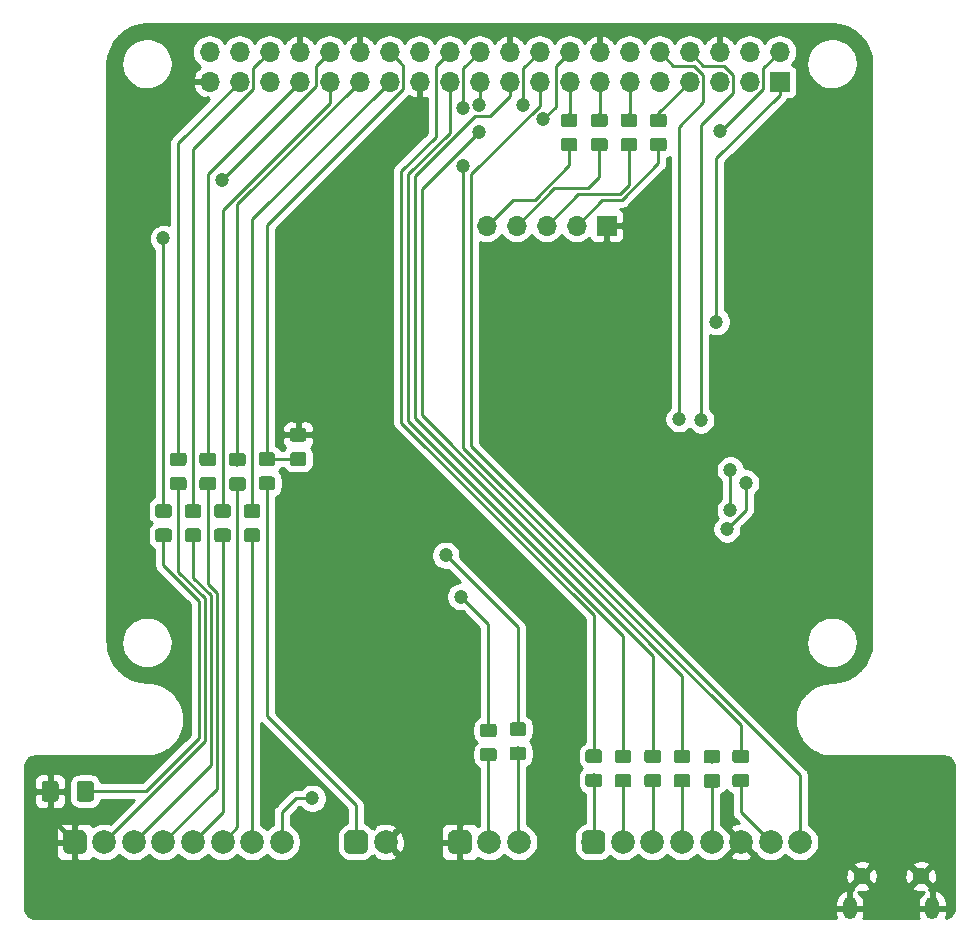
<source format=gbr>
%TF.GenerationSoftware,KiCad,Pcbnew,(5.1.2-1)-1*%
%TF.CreationDate,2019-08-17T10:29:17+10:00*%
%TF.ProjectId,GreengrassEntryHardware,47726565-6e67-4726-9173-73456e747279,v1.0*%
%TF.SameCoordinates,Original*%
%TF.FileFunction,Copper,L2,Bot*%
%TF.FilePolarity,Positive*%
%FSLAX46Y46*%
G04 Gerber Fmt 4.6, Leading zero omitted, Abs format (unit mm)*
G04 Created by KiCad (PCBNEW (5.1.2-1)-1) date 2019-08-17 10:29:17*
%MOMM*%
%LPD*%
G04 APERTURE LIST*
%ADD10C,2.000000*%
%ADD11C,0.150000*%
%ADD12O,1.700000X1.700000*%
%ADD13R,1.700000X1.700000*%
%ADD14C,1.150000*%
%ADD15C,1.425000*%
%ADD16C,1.450000*%
%ADD17O,1.200000X1.900000*%
%ADD18C,1.200000*%
%ADD19C,0.250000*%
%ADD20C,0.400000*%
%ADD21C,0.254000*%
G04 APERTURE END LIST*
D10*
X130700000Y-124500000D03*
X128200000Y-124500000D03*
X125700000Y-124500000D03*
X123200000Y-124500000D03*
X120700000Y-124500000D03*
X118200000Y-124500000D03*
X115700000Y-124500000D03*
D11*
G36*
X113749009Y-123502408D02*
G01*
X113797545Y-123509607D01*
X113845142Y-123521530D01*
X113891342Y-123538060D01*
X113935698Y-123559039D01*
X113977785Y-123584265D01*
X114017197Y-123613495D01*
X114053553Y-123646447D01*
X114086505Y-123682803D01*
X114115735Y-123722215D01*
X114140961Y-123764302D01*
X114161940Y-123808658D01*
X114178470Y-123854858D01*
X114190393Y-123902455D01*
X114197592Y-123950991D01*
X114200000Y-124000000D01*
X114200000Y-125000000D01*
X114197592Y-125049009D01*
X114190393Y-125097545D01*
X114178470Y-125145142D01*
X114161940Y-125191342D01*
X114140961Y-125235698D01*
X114115735Y-125277785D01*
X114086505Y-125317197D01*
X114053553Y-125353553D01*
X114017197Y-125386505D01*
X113977785Y-125415735D01*
X113935698Y-125440961D01*
X113891342Y-125461940D01*
X113845142Y-125478470D01*
X113797545Y-125490393D01*
X113749009Y-125497592D01*
X113700000Y-125500000D01*
X112700000Y-125500000D01*
X112650991Y-125497592D01*
X112602455Y-125490393D01*
X112554858Y-125478470D01*
X112508658Y-125461940D01*
X112464302Y-125440961D01*
X112422215Y-125415735D01*
X112382803Y-125386505D01*
X112346447Y-125353553D01*
X112313495Y-125317197D01*
X112284265Y-125277785D01*
X112259039Y-125235698D01*
X112238060Y-125191342D01*
X112221530Y-125145142D01*
X112209607Y-125097545D01*
X112202408Y-125049009D01*
X112200000Y-125000000D01*
X112200000Y-124000000D01*
X112202408Y-123950991D01*
X112209607Y-123902455D01*
X112221530Y-123854858D01*
X112238060Y-123808658D01*
X112259039Y-123764302D01*
X112284265Y-123722215D01*
X112313495Y-123682803D01*
X112346447Y-123646447D01*
X112382803Y-123613495D01*
X112422215Y-123584265D01*
X112464302Y-123559039D01*
X112508658Y-123538060D01*
X112554858Y-123521530D01*
X112602455Y-123509607D01*
X112650991Y-123502408D01*
X112700000Y-123500000D01*
X113700000Y-123500000D01*
X113749009Y-123502408D01*
X113749009Y-123502408D01*
G37*
D10*
X113200000Y-124500000D03*
X174600000Y-124500000D03*
X172100000Y-124500000D03*
X169600000Y-124500000D03*
X167100000Y-124500000D03*
X164600000Y-124500000D03*
X162100000Y-124500000D03*
X159600000Y-124500000D03*
D11*
G36*
X157649009Y-123502408D02*
G01*
X157697545Y-123509607D01*
X157745142Y-123521530D01*
X157791342Y-123538060D01*
X157835698Y-123559039D01*
X157877785Y-123584265D01*
X157917197Y-123613495D01*
X157953553Y-123646447D01*
X157986505Y-123682803D01*
X158015735Y-123722215D01*
X158040961Y-123764302D01*
X158061940Y-123808658D01*
X158078470Y-123854858D01*
X158090393Y-123902455D01*
X158097592Y-123950991D01*
X158100000Y-124000000D01*
X158100000Y-125000000D01*
X158097592Y-125049009D01*
X158090393Y-125097545D01*
X158078470Y-125145142D01*
X158061940Y-125191342D01*
X158040961Y-125235698D01*
X158015735Y-125277785D01*
X157986505Y-125317197D01*
X157953553Y-125353553D01*
X157917197Y-125386505D01*
X157877785Y-125415735D01*
X157835698Y-125440961D01*
X157791342Y-125461940D01*
X157745142Y-125478470D01*
X157697545Y-125490393D01*
X157649009Y-125497592D01*
X157600000Y-125500000D01*
X156600000Y-125500000D01*
X156550991Y-125497592D01*
X156502455Y-125490393D01*
X156454858Y-125478470D01*
X156408658Y-125461940D01*
X156364302Y-125440961D01*
X156322215Y-125415735D01*
X156282803Y-125386505D01*
X156246447Y-125353553D01*
X156213495Y-125317197D01*
X156184265Y-125277785D01*
X156159039Y-125235698D01*
X156138060Y-125191342D01*
X156121530Y-125145142D01*
X156109607Y-125097545D01*
X156102408Y-125049009D01*
X156100000Y-125000000D01*
X156100000Y-124000000D01*
X156102408Y-123950991D01*
X156109607Y-123902455D01*
X156121530Y-123854858D01*
X156138060Y-123808658D01*
X156159039Y-123764302D01*
X156184265Y-123722215D01*
X156213495Y-123682803D01*
X156246447Y-123646447D01*
X156282803Y-123613495D01*
X156322215Y-123584265D01*
X156364302Y-123559039D01*
X156408658Y-123538060D01*
X156454858Y-123521530D01*
X156502455Y-123509607D01*
X156550991Y-123502408D01*
X156600000Y-123500000D01*
X157600000Y-123500000D01*
X157649009Y-123502408D01*
X157649009Y-123502408D01*
G37*
D10*
X157100000Y-124500000D03*
X139500000Y-124500000D03*
D11*
G36*
X137549009Y-123502408D02*
G01*
X137597545Y-123509607D01*
X137645142Y-123521530D01*
X137691342Y-123538060D01*
X137735698Y-123559039D01*
X137777785Y-123584265D01*
X137817197Y-123613495D01*
X137853553Y-123646447D01*
X137886505Y-123682803D01*
X137915735Y-123722215D01*
X137940961Y-123764302D01*
X137961940Y-123808658D01*
X137978470Y-123854858D01*
X137990393Y-123902455D01*
X137997592Y-123950991D01*
X138000000Y-124000000D01*
X138000000Y-125000000D01*
X137997592Y-125049009D01*
X137990393Y-125097545D01*
X137978470Y-125145142D01*
X137961940Y-125191342D01*
X137940961Y-125235698D01*
X137915735Y-125277785D01*
X137886505Y-125317197D01*
X137853553Y-125353553D01*
X137817197Y-125386505D01*
X137777785Y-125415735D01*
X137735698Y-125440961D01*
X137691342Y-125461940D01*
X137645142Y-125478470D01*
X137597545Y-125490393D01*
X137549009Y-125497592D01*
X137500000Y-125500000D01*
X136500000Y-125500000D01*
X136450991Y-125497592D01*
X136402455Y-125490393D01*
X136354858Y-125478470D01*
X136308658Y-125461940D01*
X136264302Y-125440961D01*
X136222215Y-125415735D01*
X136182803Y-125386505D01*
X136146447Y-125353553D01*
X136113495Y-125317197D01*
X136084265Y-125277785D01*
X136059039Y-125235698D01*
X136038060Y-125191342D01*
X136021530Y-125145142D01*
X136009607Y-125097545D01*
X136002408Y-125049009D01*
X136000000Y-125000000D01*
X136000000Y-124000000D01*
X136002408Y-123950991D01*
X136009607Y-123902455D01*
X136021530Y-123854858D01*
X136038060Y-123808658D01*
X136059039Y-123764302D01*
X136084265Y-123722215D01*
X136113495Y-123682803D01*
X136146447Y-123646447D01*
X136182803Y-123613495D01*
X136222215Y-123584265D01*
X136264302Y-123559039D01*
X136308658Y-123538060D01*
X136354858Y-123521530D01*
X136402455Y-123509607D01*
X136450991Y-123502408D01*
X136500000Y-123500000D01*
X137500000Y-123500000D01*
X137549009Y-123502408D01*
X137549009Y-123502408D01*
G37*
D10*
X137000000Y-124500000D03*
X150800000Y-124500000D03*
X148300000Y-124500000D03*
D11*
G36*
X146349009Y-123502408D02*
G01*
X146397545Y-123509607D01*
X146445142Y-123521530D01*
X146491342Y-123538060D01*
X146535698Y-123559039D01*
X146577785Y-123584265D01*
X146617197Y-123613495D01*
X146653553Y-123646447D01*
X146686505Y-123682803D01*
X146715735Y-123722215D01*
X146740961Y-123764302D01*
X146761940Y-123808658D01*
X146778470Y-123854858D01*
X146790393Y-123902455D01*
X146797592Y-123950991D01*
X146800000Y-124000000D01*
X146800000Y-125000000D01*
X146797592Y-125049009D01*
X146790393Y-125097545D01*
X146778470Y-125145142D01*
X146761940Y-125191342D01*
X146740961Y-125235698D01*
X146715735Y-125277785D01*
X146686505Y-125317197D01*
X146653553Y-125353553D01*
X146617197Y-125386505D01*
X146577785Y-125415735D01*
X146535698Y-125440961D01*
X146491342Y-125461940D01*
X146445142Y-125478470D01*
X146397545Y-125490393D01*
X146349009Y-125497592D01*
X146300000Y-125500000D01*
X145300000Y-125500000D01*
X145250991Y-125497592D01*
X145202455Y-125490393D01*
X145154858Y-125478470D01*
X145108658Y-125461940D01*
X145064302Y-125440961D01*
X145022215Y-125415735D01*
X144982803Y-125386505D01*
X144946447Y-125353553D01*
X144913495Y-125317197D01*
X144884265Y-125277785D01*
X144859039Y-125235698D01*
X144838060Y-125191342D01*
X144821530Y-125145142D01*
X144809607Y-125097545D01*
X144802408Y-125049009D01*
X144800000Y-125000000D01*
X144800000Y-124000000D01*
X144802408Y-123950991D01*
X144809607Y-123902455D01*
X144821530Y-123854858D01*
X144838060Y-123808658D01*
X144859039Y-123764302D01*
X144884265Y-123722215D01*
X144913495Y-123682803D01*
X144946447Y-123646447D01*
X144982803Y-123613495D01*
X145022215Y-123584265D01*
X145064302Y-123559039D01*
X145108658Y-123538060D01*
X145154858Y-123521530D01*
X145202455Y-123509607D01*
X145250991Y-123502408D01*
X145300000Y-123500000D01*
X146300000Y-123500000D01*
X146349009Y-123502408D01*
X146349009Y-123502408D01*
G37*
D10*
X145800000Y-124500000D03*
D12*
X124600000Y-57600000D03*
X124600000Y-60140000D03*
X127140000Y-57600000D03*
X127140000Y-60140000D03*
X129680000Y-57600000D03*
X129680000Y-60140000D03*
X132220000Y-57600000D03*
X132220000Y-60140000D03*
X134760000Y-57600000D03*
X134760000Y-60140000D03*
X137300000Y-57600000D03*
X137300000Y-60140000D03*
X139840000Y-57600000D03*
X139840000Y-60140000D03*
X142380000Y-57600000D03*
X142380000Y-60140000D03*
X144920000Y-57600000D03*
X144920000Y-60140000D03*
X147460000Y-57600000D03*
X147460000Y-60140000D03*
X150000000Y-57600000D03*
X150000000Y-60140000D03*
X152540000Y-57600000D03*
X152540000Y-60140000D03*
X155080000Y-57600000D03*
X155080000Y-60140000D03*
X157620000Y-57600000D03*
X157620000Y-60140000D03*
X160160000Y-57600000D03*
X160160000Y-60140000D03*
X162700000Y-57600000D03*
X162700000Y-60140000D03*
X165240000Y-57600000D03*
X165240000Y-60140000D03*
X167780000Y-57600000D03*
X167780000Y-60140000D03*
X170320000Y-57600000D03*
X170320000Y-60140000D03*
X172860000Y-57600000D03*
D13*
X172860000Y-60140000D03*
D11*
G36*
X167599505Y-116701204D02*
G01*
X167623773Y-116704804D01*
X167647572Y-116710765D01*
X167670671Y-116719030D01*
X167692850Y-116729520D01*
X167713893Y-116742132D01*
X167733599Y-116756747D01*
X167751777Y-116773223D01*
X167768253Y-116791401D01*
X167782868Y-116811107D01*
X167795480Y-116832150D01*
X167805970Y-116854329D01*
X167814235Y-116877428D01*
X167820196Y-116901227D01*
X167823796Y-116925495D01*
X167825000Y-116949999D01*
X167825000Y-117600001D01*
X167823796Y-117624505D01*
X167820196Y-117648773D01*
X167814235Y-117672572D01*
X167805970Y-117695671D01*
X167795480Y-117717850D01*
X167782868Y-117738893D01*
X167768253Y-117758599D01*
X167751777Y-117776777D01*
X167733599Y-117793253D01*
X167713893Y-117807868D01*
X167692850Y-117820480D01*
X167670671Y-117830970D01*
X167647572Y-117839235D01*
X167623773Y-117845196D01*
X167599505Y-117848796D01*
X167575001Y-117850000D01*
X166674999Y-117850000D01*
X166650495Y-117848796D01*
X166626227Y-117845196D01*
X166602428Y-117839235D01*
X166579329Y-117830970D01*
X166557150Y-117820480D01*
X166536107Y-117807868D01*
X166516401Y-117793253D01*
X166498223Y-117776777D01*
X166481747Y-117758599D01*
X166467132Y-117738893D01*
X166454520Y-117717850D01*
X166444030Y-117695671D01*
X166435765Y-117672572D01*
X166429804Y-117648773D01*
X166426204Y-117624505D01*
X166425000Y-117600001D01*
X166425000Y-116949999D01*
X166426204Y-116925495D01*
X166429804Y-116901227D01*
X166435765Y-116877428D01*
X166444030Y-116854329D01*
X166454520Y-116832150D01*
X166467132Y-116811107D01*
X166481747Y-116791401D01*
X166498223Y-116773223D01*
X166516401Y-116756747D01*
X166536107Y-116742132D01*
X166557150Y-116729520D01*
X166579329Y-116719030D01*
X166602428Y-116710765D01*
X166626227Y-116704804D01*
X166650495Y-116701204D01*
X166674999Y-116700000D01*
X167575001Y-116700000D01*
X167599505Y-116701204D01*
X167599505Y-116701204D01*
G37*
D14*
X167125000Y-117275000D03*
D11*
G36*
X167599505Y-118751204D02*
G01*
X167623773Y-118754804D01*
X167647572Y-118760765D01*
X167670671Y-118769030D01*
X167692850Y-118779520D01*
X167713893Y-118792132D01*
X167733599Y-118806747D01*
X167751777Y-118823223D01*
X167768253Y-118841401D01*
X167782868Y-118861107D01*
X167795480Y-118882150D01*
X167805970Y-118904329D01*
X167814235Y-118927428D01*
X167820196Y-118951227D01*
X167823796Y-118975495D01*
X167825000Y-118999999D01*
X167825000Y-119650001D01*
X167823796Y-119674505D01*
X167820196Y-119698773D01*
X167814235Y-119722572D01*
X167805970Y-119745671D01*
X167795480Y-119767850D01*
X167782868Y-119788893D01*
X167768253Y-119808599D01*
X167751777Y-119826777D01*
X167733599Y-119843253D01*
X167713893Y-119857868D01*
X167692850Y-119870480D01*
X167670671Y-119880970D01*
X167647572Y-119889235D01*
X167623773Y-119895196D01*
X167599505Y-119898796D01*
X167575001Y-119900000D01*
X166674999Y-119900000D01*
X166650495Y-119898796D01*
X166626227Y-119895196D01*
X166602428Y-119889235D01*
X166579329Y-119880970D01*
X166557150Y-119870480D01*
X166536107Y-119857868D01*
X166516401Y-119843253D01*
X166498223Y-119826777D01*
X166481747Y-119808599D01*
X166467132Y-119788893D01*
X166454520Y-119767850D01*
X166444030Y-119745671D01*
X166435765Y-119722572D01*
X166429804Y-119698773D01*
X166426204Y-119674505D01*
X166425000Y-119650001D01*
X166425000Y-118999999D01*
X166426204Y-118975495D01*
X166429804Y-118951227D01*
X166435765Y-118927428D01*
X166444030Y-118904329D01*
X166454520Y-118882150D01*
X166467132Y-118861107D01*
X166481747Y-118841401D01*
X166498223Y-118823223D01*
X166516401Y-118806747D01*
X166536107Y-118792132D01*
X166557150Y-118779520D01*
X166579329Y-118769030D01*
X166602428Y-118760765D01*
X166626227Y-118754804D01*
X166650495Y-118751204D01*
X166674999Y-118750000D01*
X167575001Y-118750000D01*
X167599505Y-118751204D01*
X167599505Y-118751204D01*
G37*
D14*
X167125000Y-119325000D03*
D11*
G36*
X132574505Y-89451204D02*
G01*
X132598773Y-89454804D01*
X132622572Y-89460765D01*
X132645671Y-89469030D01*
X132667850Y-89479520D01*
X132688893Y-89492132D01*
X132708599Y-89506747D01*
X132726777Y-89523223D01*
X132743253Y-89541401D01*
X132757868Y-89561107D01*
X132770480Y-89582150D01*
X132780970Y-89604329D01*
X132789235Y-89627428D01*
X132795196Y-89651227D01*
X132798796Y-89675495D01*
X132800000Y-89699999D01*
X132800000Y-90350001D01*
X132798796Y-90374505D01*
X132795196Y-90398773D01*
X132789235Y-90422572D01*
X132780970Y-90445671D01*
X132770480Y-90467850D01*
X132757868Y-90488893D01*
X132743253Y-90508599D01*
X132726777Y-90526777D01*
X132708599Y-90543253D01*
X132688893Y-90557868D01*
X132667850Y-90570480D01*
X132645671Y-90580970D01*
X132622572Y-90589235D01*
X132598773Y-90595196D01*
X132574505Y-90598796D01*
X132550001Y-90600000D01*
X131649999Y-90600000D01*
X131625495Y-90598796D01*
X131601227Y-90595196D01*
X131577428Y-90589235D01*
X131554329Y-90580970D01*
X131532150Y-90570480D01*
X131511107Y-90557868D01*
X131491401Y-90543253D01*
X131473223Y-90526777D01*
X131456747Y-90508599D01*
X131442132Y-90488893D01*
X131429520Y-90467850D01*
X131419030Y-90445671D01*
X131410765Y-90422572D01*
X131404804Y-90398773D01*
X131401204Y-90374505D01*
X131400000Y-90350001D01*
X131400000Y-89699999D01*
X131401204Y-89675495D01*
X131404804Y-89651227D01*
X131410765Y-89627428D01*
X131419030Y-89604329D01*
X131429520Y-89582150D01*
X131442132Y-89561107D01*
X131456747Y-89541401D01*
X131473223Y-89523223D01*
X131491401Y-89506747D01*
X131511107Y-89492132D01*
X131532150Y-89479520D01*
X131554329Y-89469030D01*
X131577428Y-89460765D01*
X131601227Y-89454804D01*
X131625495Y-89451204D01*
X131649999Y-89450000D01*
X132550001Y-89450000D01*
X132574505Y-89451204D01*
X132574505Y-89451204D01*
G37*
D14*
X132100000Y-90025000D03*
D11*
G36*
X132574505Y-91501204D02*
G01*
X132598773Y-91504804D01*
X132622572Y-91510765D01*
X132645671Y-91519030D01*
X132667850Y-91529520D01*
X132688893Y-91542132D01*
X132708599Y-91556747D01*
X132726777Y-91573223D01*
X132743253Y-91591401D01*
X132757868Y-91611107D01*
X132770480Y-91632150D01*
X132780970Y-91654329D01*
X132789235Y-91677428D01*
X132795196Y-91701227D01*
X132798796Y-91725495D01*
X132800000Y-91749999D01*
X132800000Y-92400001D01*
X132798796Y-92424505D01*
X132795196Y-92448773D01*
X132789235Y-92472572D01*
X132780970Y-92495671D01*
X132770480Y-92517850D01*
X132757868Y-92538893D01*
X132743253Y-92558599D01*
X132726777Y-92576777D01*
X132708599Y-92593253D01*
X132688893Y-92607868D01*
X132667850Y-92620480D01*
X132645671Y-92630970D01*
X132622572Y-92639235D01*
X132598773Y-92645196D01*
X132574505Y-92648796D01*
X132550001Y-92650000D01*
X131649999Y-92650000D01*
X131625495Y-92648796D01*
X131601227Y-92645196D01*
X131577428Y-92639235D01*
X131554329Y-92630970D01*
X131532150Y-92620480D01*
X131511107Y-92607868D01*
X131491401Y-92593253D01*
X131473223Y-92576777D01*
X131456747Y-92558599D01*
X131442132Y-92538893D01*
X131429520Y-92517850D01*
X131419030Y-92495671D01*
X131410765Y-92472572D01*
X131404804Y-92448773D01*
X131401204Y-92424505D01*
X131400000Y-92400001D01*
X131400000Y-91749999D01*
X131401204Y-91725495D01*
X131404804Y-91701227D01*
X131410765Y-91677428D01*
X131419030Y-91654329D01*
X131429520Y-91632150D01*
X131442132Y-91611107D01*
X131456747Y-91591401D01*
X131473223Y-91573223D01*
X131491401Y-91556747D01*
X131511107Y-91542132D01*
X131532150Y-91529520D01*
X131554329Y-91519030D01*
X131577428Y-91510765D01*
X131601227Y-91504804D01*
X131625495Y-91501204D01*
X131649999Y-91500000D01*
X132550001Y-91500000D01*
X132574505Y-91501204D01*
X132574505Y-91501204D01*
G37*
D14*
X132100000Y-92075000D03*
D11*
G36*
X128674505Y-95901204D02*
G01*
X128698773Y-95904804D01*
X128722572Y-95910765D01*
X128745671Y-95919030D01*
X128767850Y-95929520D01*
X128788893Y-95942132D01*
X128808599Y-95956747D01*
X128826777Y-95973223D01*
X128843253Y-95991401D01*
X128857868Y-96011107D01*
X128870480Y-96032150D01*
X128880970Y-96054329D01*
X128889235Y-96077428D01*
X128895196Y-96101227D01*
X128898796Y-96125495D01*
X128900000Y-96149999D01*
X128900000Y-96800001D01*
X128898796Y-96824505D01*
X128895196Y-96848773D01*
X128889235Y-96872572D01*
X128880970Y-96895671D01*
X128870480Y-96917850D01*
X128857868Y-96938893D01*
X128843253Y-96958599D01*
X128826777Y-96976777D01*
X128808599Y-96993253D01*
X128788893Y-97007868D01*
X128767850Y-97020480D01*
X128745671Y-97030970D01*
X128722572Y-97039235D01*
X128698773Y-97045196D01*
X128674505Y-97048796D01*
X128650001Y-97050000D01*
X127749999Y-97050000D01*
X127725495Y-97048796D01*
X127701227Y-97045196D01*
X127677428Y-97039235D01*
X127654329Y-97030970D01*
X127632150Y-97020480D01*
X127611107Y-97007868D01*
X127591401Y-96993253D01*
X127573223Y-96976777D01*
X127556747Y-96958599D01*
X127542132Y-96938893D01*
X127529520Y-96917850D01*
X127519030Y-96895671D01*
X127510765Y-96872572D01*
X127504804Y-96848773D01*
X127501204Y-96824505D01*
X127500000Y-96800001D01*
X127500000Y-96149999D01*
X127501204Y-96125495D01*
X127504804Y-96101227D01*
X127510765Y-96077428D01*
X127519030Y-96054329D01*
X127529520Y-96032150D01*
X127542132Y-96011107D01*
X127556747Y-95991401D01*
X127573223Y-95973223D01*
X127591401Y-95956747D01*
X127611107Y-95942132D01*
X127632150Y-95929520D01*
X127654329Y-95919030D01*
X127677428Y-95910765D01*
X127701227Y-95904804D01*
X127725495Y-95901204D01*
X127749999Y-95900000D01*
X128650001Y-95900000D01*
X128674505Y-95901204D01*
X128674505Y-95901204D01*
G37*
D14*
X128200000Y-96475000D03*
D11*
G36*
X128674505Y-97951204D02*
G01*
X128698773Y-97954804D01*
X128722572Y-97960765D01*
X128745671Y-97969030D01*
X128767850Y-97979520D01*
X128788893Y-97992132D01*
X128808599Y-98006747D01*
X128826777Y-98023223D01*
X128843253Y-98041401D01*
X128857868Y-98061107D01*
X128870480Y-98082150D01*
X128880970Y-98104329D01*
X128889235Y-98127428D01*
X128895196Y-98151227D01*
X128898796Y-98175495D01*
X128900000Y-98199999D01*
X128900000Y-98850001D01*
X128898796Y-98874505D01*
X128895196Y-98898773D01*
X128889235Y-98922572D01*
X128880970Y-98945671D01*
X128870480Y-98967850D01*
X128857868Y-98988893D01*
X128843253Y-99008599D01*
X128826777Y-99026777D01*
X128808599Y-99043253D01*
X128788893Y-99057868D01*
X128767850Y-99070480D01*
X128745671Y-99080970D01*
X128722572Y-99089235D01*
X128698773Y-99095196D01*
X128674505Y-99098796D01*
X128650001Y-99100000D01*
X127749999Y-99100000D01*
X127725495Y-99098796D01*
X127701227Y-99095196D01*
X127677428Y-99089235D01*
X127654329Y-99080970D01*
X127632150Y-99070480D01*
X127611107Y-99057868D01*
X127591401Y-99043253D01*
X127573223Y-99026777D01*
X127556747Y-99008599D01*
X127542132Y-98988893D01*
X127529520Y-98967850D01*
X127519030Y-98945671D01*
X127510765Y-98922572D01*
X127504804Y-98898773D01*
X127501204Y-98874505D01*
X127500000Y-98850001D01*
X127500000Y-98199999D01*
X127501204Y-98175495D01*
X127504804Y-98151227D01*
X127510765Y-98127428D01*
X127519030Y-98104329D01*
X127529520Y-98082150D01*
X127542132Y-98061107D01*
X127556747Y-98041401D01*
X127573223Y-98023223D01*
X127591401Y-98006747D01*
X127611107Y-97992132D01*
X127632150Y-97979520D01*
X127654329Y-97969030D01*
X127677428Y-97960765D01*
X127701227Y-97954804D01*
X127725495Y-97951204D01*
X127749999Y-97950000D01*
X128650001Y-97950000D01*
X128674505Y-97951204D01*
X128674505Y-97951204D01*
G37*
D14*
X128200000Y-98525000D03*
D11*
G36*
X129924505Y-91501204D02*
G01*
X129948773Y-91504804D01*
X129972572Y-91510765D01*
X129995671Y-91519030D01*
X130017850Y-91529520D01*
X130038893Y-91542132D01*
X130058599Y-91556747D01*
X130076777Y-91573223D01*
X130093253Y-91591401D01*
X130107868Y-91611107D01*
X130120480Y-91632150D01*
X130130970Y-91654329D01*
X130139235Y-91677428D01*
X130145196Y-91701227D01*
X130148796Y-91725495D01*
X130150000Y-91749999D01*
X130150000Y-92400001D01*
X130148796Y-92424505D01*
X130145196Y-92448773D01*
X130139235Y-92472572D01*
X130130970Y-92495671D01*
X130120480Y-92517850D01*
X130107868Y-92538893D01*
X130093253Y-92558599D01*
X130076777Y-92576777D01*
X130058599Y-92593253D01*
X130038893Y-92607868D01*
X130017850Y-92620480D01*
X129995671Y-92630970D01*
X129972572Y-92639235D01*
X129948773Y-92645196D01*
X129924505Y-92648796D01*
X129900001Y-92650000D01*
X128999999Y-92650000D01*
X128975495Y-92648796D01*
X128951227Y-92645196D01*
X128927428Y-92639235D01*
X128904329Y-92630970D01*
X128882150Y-92620480D01*
X128861107Y-92607868D01*
X128841401Y-92593253D01*
X128823223Y-92576777D01*
X128806747Y-92558599D01*
X128792132Y-92538893D01*
X128779520Y-92517850D01*
X128769030Y-92495671D01*
X128760765Y-92472572D01*
X128754804Y-92448773D01*
X128751204Y-92424505D01*
X128750000Y-92400001D01*
X128750000Y-91749999D01*
X128751204Y-91725495D01*
X128754804Y-91701227D01*
X128760765Y-91677428D01*
X128769030Y-91654329D01*
X128779520Y-91632150D01*
X128792132Y-91611107D01*
X128806747Y-91591401D01*
X128823223Y-91573223D01*
X128841401Y-91556747D01*
X128861107Y-91542132D01*
X128882150Y-91529520D01*
X128904329Y-91519030D01*
X128927428Y-91510765D01*
X128951227Y-91504804D01*
X128975495Y-91501204D01*
X128999999Y-91500000D01*
X129900001Y-91500000D01*
X129924505Y-91501204D01*
X129924505Y-91501204D01*
G37*
D14*
X129450000Y-92075000D03*
D11*
G36*
X129924505Y-93551204D02*
G01*
X129948773Y-93554804D01*
X129972572Y-93560765D01*
X129995671Y-93569030D01*
X130017850Y-93579520D01*
X130038893Y-93592132D01*
X130058599Y-93606747D01*
X130076777Y-93623223D01*
X130093253Y-93641401D01*
X130107868Y-93661107D01*
X130120480Y-93682150D01*
X130130970Y-93704329D01*
X130139235Y-93727428D01*
X130145196Y-93751227D01*
X130148796Y-93775495D01*
X130150000Y-93799999D01*
X130150000Y-94450001D01*
X130148796Y-94474505D01*
X130145196Y-94498773D01*
X130139235Y-94522572D01*
X130130970Y-94545671D01*
X130120480Y-94567850D01*
X130107868Y-94588893D01*
X130093253Y-94608599D01*
X130076777Y-94626777D01*
X130058599Y-94643253D01*
X130038893Y-94657868D01*
X130017850Y-94670480D01*
X129995671Y-94680970D01*
X129972572Y-94689235D01*
X129948773Y-94695196D01*
X129924505Y-94698796D01*
X129900001Y-94700000D01*
X128999999Y-94700000D01*
X128975495Y-94698796D01*
X128951227Y-94695196D01*
X128927428Y-94689235D01*
X128904329Y-94680970D01*
X128882150Y-94670480D01*
X128861107Y-94657868D01*
X128841401Y-94643253D01*
X128823223Y-94626777D01*
X128806747Y-94608599D01*
X128792132Y-94588893D01*
X128779520Y-94567850D01*
X128769030Y-94545671D01*
X128760765Y-94522572D01*
X128754804Y-94498773D01*
X128751204Y-94474505D01*
X128750000Y-94450001D01*
X128750000Y-93799999D01*
X128751204Y-93775495D01*
X128754804Y-93751227D01*
X128760765Y-93727428D01*
X128769030Y-93704329D01*
X128779520Y-93682150D01*
X128792132Y-93661107D01*
X128806747Y-93641401D01*
X128823223Y-93623223D01*
X128841401Y-93606747D01*
X128861107Y-93592132D01*
X128882150Y-93579520D01*
X128904329Y-93569030D01*
X128927428Y-93560765D01*
X128951227Y-93554804D01*
X128975495Y-93551204D01*
X128999999Y-93550000D01*
X129900001Y-93550000D01*
X129924505Y-93551204D01*
X129924505Y-93551204D01*
G37*
D14*
X129450000Y-94125000D03*
D11*
G36*
X151174505Y-116426204D02*
G01*
X151198773Y-116429804D01*
X151222572Y-116435765D01*
X151245671Y-116444030D01*
X151267850Y-116454520D01*
X151288893Y-116467132D01*
X151308599Y-116481747D01*
X151326777Y-116498223D01*
X151343253Y-116516401D01*
X151357868Y-116536107D01*
X151370480Y-116557150D01*
X151380970Y-116579329D01*
X151389235Y-116602428D01*
X151395196Y-116626227D01*
X151398796Y-116650495D01*
X151400000Y-116674999D01*
X151400000Y-117325001D01*
X151398796Y-117349505D01*
X151395196Y-117373773D01*
X151389235Y-117397572D01*
X151380970Y-117420671D01*
X151370480Y-117442850D01*
X151357868Y-117463893D01*
X151343253Y-117483599D01*
X151326777Y-117501777D01*
X151308599Y-117518253D01*
X151288893Y-117532868D01*
X151267850Y-117545480D01*
X151245671Y-117555970D01*
X151222572Y-117564235D01*
X151198773Y-117570196D01*
X151174505Y-117573796D01*
X151150001Y-117575000D01*
X150249999Y-117575000D01*
X150225495Y-117573796D01*
X150201227Y-117570196D01*
X150177428Y-117564235D01*
X150154329Y-117555970D01*
X150132150Y-117545480D01*
X150111107Y-117532868D01*
X150091401Y-117518253D01*
X150073223Y-117501777D01*
X150056747Y-117483599D01*
X150042132Y-117463893D01*
X150029520Y-117442850D01*
X150019030Y-117420671D01*
X150010765Y-117397572D01*
X150004804Y-117373773D01*
X150001204Y-117349505D01*
X150000000Y-117325001D01*
X150000000Y-116674999D01*
X150001204Y-116650495D01*
X150004804Y-116626227D01*
X150010765Y-116602428D01*
X150019030Y-116579329D01*
X150029520Y-116557150D01*
X150042132Y-116536107D01*
X150056747Y-116516401D01*
X150073223Y-116498223D01*
X150091401Y-116481747D01*
X150111107Y-116467132D01*
X150132150Y-116454520D01*
X150154329Y-116444030D01*
X150177428Y-116435765D01*
X150201227Y-116429804D01*
X150225495Y-116426204D01*
X150249999Y-116425000D01*
X151150001Y-116425000D01*
X151174505Y-116426204D01*
X151174505Y-116426204D01*
G37*
D14*
X150700000Y-117000000D03*
D11*
G36*
X151174505Y-114376204D02*
G01*
X151198773Y-114379804D01*
X151222572Y-114385765D01*
X151245671Y-114394030D01*
X151267850Y-114404520D01*
X151288893Y-114417132D01*
X151308599Y-114431747D01*
X151326777Y-114448223D01*
X151343253Y-114466401D01*
X151357868Y-114486107D01*
X151370480Y-114507150D01*
X151380970Y-114529329D01*
X151389235Y-114552428D01*
X151395196Y-114576227D01*
X151398796Y-114600495D01*
X151400000Y-114624999D01*
X151400000Y-115275001D01*
X151398796Y-115299505D01*
X151395196Y-115323773D01*
X151389235Y-115347572D01*
X151380970Y-115370671D01*
X151370480Y-115392850D01*
X151357868Y-115413893D01*
X151343253Y-115433599D01*
X151326777Y-115451777D01*
X151308599Y-115468253D01*
X151288893Y-115482868D01*
X151267850Y-115495480D01*
X151245671Y-115505970D01*
X151222572Y-115514235D01*
X151198773Y-115520196D01*
X151174505Y-115523796D01*
X151150001Y-115525000D01*
X150249999Y-115525000D01*
X150225495Y-115523796D01*
X150201227Y-115520196D01*
X150177428Y-115514235D01*
X150154329Y-115505970D01*
X150132150Y-115495480D01*
X150111107Y-115482868D01*
X150091401Y-115468253D01*
X150073223Y-115451777D01*
X150056747Y-115433599D01*
X150042132Y-115413893D01*
X150029520Y-115392850D01*
X150019030Y-115370671D01*
X150010765Y-115347572D01*
X150004804Y-115323773D01*
X150001204Y-115299505D01*
X150000000Y-115275001D01*
X150000000Y-114624999D01*
X150001204Y-114600495D01*
X150004804Y-114576227D01*
X150010765Y-114552428D01*
X150019030Y-114529329D01*
X150029520Y-114507150D01*
X150042132Y-114486107D01*
X150056747Y-114466401D01*
X150073223Y-114448223D01*
X150091401Y-114431747D01*
X150111107Y-114417132D01*
X150132150Y-114404520D01*
X150154329Y-114394030D01*
X150177428Y-114385765D01*
X150201227Y-114379804D01*
X150225495Y-114376204D01*
X150249999Y-114375000D01*
X151150001Y-114375000D01*
X151174505Y-114376204D01*
X151174505Y-114376204D01*
G37*
D14*
X150700000Y-114950000D03*
D11*
G36*
X148674505Y-116526204D02*
G01*
X148698773Y-116529804D01*
X148722572Y-116535765D01*
X148745671Y-116544030D01*
X148767850Y-116554520D01*
X148788893Y-116567132D01*
X148808599Y-116581747D01*
X148826777Y-116598223D01*
X148843253Y-116616401D01*
X148857868Y-116636107D01*
X148870480Y-116657150D01*
X148880970Y-116679329D01*
X148889235Y-116702428D01*
X148895196Y-116726227D01*
X148898796Y-116750495D01*
X148900000Y-116774999D01*
X148900000Y-117425001D01*
X148898796Y-117449505D01*
X148895196Y-117473773D01*
X148889235Y-117497572D01*
X148880970Y-117520671D01*
X148870480Y-117542850D01*
X148857868Y-117563893D01*
X148843253Y-117583599D01*
X148826777Y-117601777D01*
X148808599Y-117618253D01*
X148788893Y-117632868D01*
X148767850Y-117645480D01*
X148745671Y-117655970D01*
X148722572Y-117664235D01*
X148698773Y-117670196D01*
X148674505Y-117673796D01*
X148650001Y-117675000D01*
X147749999Y-117675000D01*
X147725495Y-117673796D01*
X147701227Y-117670196D01*
X147677428Y-117664235D01*
X147654329Y-117655970D01*
X147632150Y-117645480D01*
X147611107Y-117632868D01*
X147591401Y-117618253D01*
X147573223Y-117601777D01*
X147556747Y-117583599D01*
X147542132Y-117563893D01*
X147529520Y-117542850D01*
X147519030Y-117520671D01*
X147510765Y-117497572D01*
X147504804Y-117473773D01*
X147501204Y-117449505D01*
X147500000Y-117425001D01*
X147500000Y-116774999D01*
X147501204Y-116750495D01*
X147504804Y-116726227D01*
X147510765Y-116702428D01*
X147519030Y-116679329D01*
X147529520Y-116657150D01*
X147542132Y-116636107D01*
X147556747Y-116616401D01*
X147573223Y-116598223D01*
X147591401Y-116581747D01*
X147611107Y-116567132D01*
X147632150Y-116554520D01*
X147654329Y-116544030D01*
X147677428Y-116535765D01*
X147701227Y-116529804D01*
X147725495Y-116526204D01*
X147749999Y-116525000D01*
X148650001Y-116525000D01*
X148674505Y-116526204D01*
X148674505Y-116526204D01*
G37*
D14*
X148200000Y-117100000D03*
D11*
G36*
X148674505Y-114476204D02*
G01*
X148698773Y-114479804D01*
X148722572Y-114485765D01*
X148745671Y-114494030D01*
X148767850Y-114504520D01*
X148788893Y-114517132D01*
X148808599Y-114531747D01*
X148826777Y-114548223D01*
X148843253Y-114566401D01*
X148857868Y-114586107D01*
X148870480Y-114607150D01*
X148880970Y-114629329D01*
X148889235Y-114652428D01*
X148895196Y-114676227D01*
X148898796Y-114700495D01*
X148900000Y-114724999D01*
X148900000Y-115375001D01*
X148898796Y-115399505D01*
X148895196Y-115423773D01*
X148889235Y-115447572D01*
X148880970Y-115470671D01*
X148870480Y-115492850D01*
X148857868Y-115513893D01*
X148843253Y-115533599D01*
X148826777Y-115551777D01*
X148808599Y-115568253D01*
X148788893Y-115582868D01*
X148767850Y-115595480D01*
X148745671Y-115605970D01*
X148722572Y-115614235D01*
X148698773Y-115620196D01*
X148674505Y-115623796D01*
X148650001Y-115625000D01*
X147749999Y-115625000D01*
X147725495Y-115623796D01*
X147701227Y-115620196D01*
X147677428Y-115614235D01*
X147654329Y-115605970D01*
X147632150Y-115595480D01*
X147611107Y-115582868D01*
X147591401Y-115568253D01*
X147573223Y-115551777D01*
X147556747Y-115533599D01*
X147542132Y-115513893D01*
X147529520Y-115492850D01*
X147519030Y-115470671D01*
X147510765Y-115447572D01*
X147504804Y-115423773D01*
X147501204Y-115399505D01*
X147500000Y-115375001D01*
X147500000Y-114724999D01*
X147501204Y-114700495D01*
X147504804Y-114676227D01*
X147510765Y-114652428D01*
X147519030Y-114629329D01*
X147529520Y-114607150D01*
X147542132Y-114586107D01*
X147556747Y-114566401D01*
X147573223Y-114548223D01*
X147591401Y-114531747D01*
X147611107Y-114517132D01*
X147632150Y-114504520D01*
X147654329Y-114494030D01*
X147677428Y-114485765D01*
X147701227Y-114479804D01*
X147725495Y-114476204D01*
X147749999Y-114475000D01*
X148650001Y-114475000D01*
X148674505Y-114476204D01*
X148674505Y-114476204D01*
G37*
D14*
X148200000Y-115050000D03*
D11*
G36*
X157599505Y-118701204D02*
G01*
X157623773Y-118704804D01*
X157647572Y-118710765D01*
X157670671Y-118719030D01*
X157692850Y-118729520D01*
X157713893Y-118742132D01*
X157733599Y-118756747D01*
X157751777Y-118773223D01*
X157768253Y-118791401D01*
X157782868Y-118811107D01*
X157795480Y-118832150D01*
X157805970Y-118854329D01*
X157814235Y-118877428D01*
X157820196Y-118901227D01*
X157823796Y-118925495D01*
X157825000Y-118949999D01*
X157825000Y-119600001D01*
X157823796Y-119624505D01*
X157820196Y-119648773D01*
X157814235Y-119672572D01*
X157805970Y-119695671D01*
X157795480Y-119717850D01*
X157782868Y-119738893D01*
X157768253Y-119758599D01*
X157751777Y-119776777D01*
X157733599Y-119793253D01*
X157713893Y-119807868D01*
X157692850Y-119820480D01*
X157670671Y-119830970D01*
X157647572Y-119839235D01*
X157623773Y-119845196D01*
X157599505Y-119848796D01*
X157575001Y-119850000D01*
X156674999Y-119850000D01*
X156650495Y-119848796D01*
X156626227Y-119845196D01*
X156602428Y-119839235D01*
X156579329Y-119830970D01*
X156557150Y-119820480D01*
X156536107Y-119807868D01*
X156516401Y-119793253D01*
X156498223Y-119776777D01*
X156481747Y-119758599D01*
X156467132Y-119738893D01*
X156454520Y-119717850D01*
X156444030Y-119695671D01*
X156435765Y-119672572D01*
X156429804Y-119648773D01*
X156426204Y-119624505D01*
X156425000Y-119600001D01*
X156425000Y-118949999D01*
X156426204Y-118925495D01*
X156429804Y-118901227D01*
X156435765Y-118877428D01*
X156444030Y-118854329D01*
X156454520Y-118832150D01*
X156467132Y-118811107D01*
X156481747Y-118791401D01*
X156498223Y-118773223D01*
X156516401Y-118756747D01*
X156536107Y-118742132D01*
X156557150Y-118729520D01*
X156579329Y-118719030D01*
X156602428Y-118710765D01*
X156626227Y-118704804D01*
X156650495Y-118701204D01*
X156674999Y-118700000D01*
X157575001Y-118700000D01*
X157599505Y-118701204D01*
X157599505Y-118701204D01*
G37*
D14*
X157125000Y-119275000D03*
D11*
G36*
X157599505Y-116651204D02*
G01*
X157623773Y-116654804D01*
X157647572Y-116660765D01*
X157670671Y-116669030D01*
X157692850Y-116679520D01*
X157713893Y-116692132D01*
X157733599Y-116706747D01*
X157751777Y-116723223D01*
X157768253Y-116741401D01*
X157782868Y-116761107D01*
X157795480Y-116782150D01*
X157805970Y-116804329D01*
X157814235Y-116827428D01*
X157820196Y-116851227D01*
X157823796Y-116875495D01*
X157825000Y-116899999D01*
X157825000Y-117550001D01*
X157823796Y-117574505D01*
X157820196Y-117598773D01*
X157814235Y-117622572D01*
X157805970Y-117645671D01*
X157795480Y-117667850D01*
X157782868Y-117688893D01*
X157768253Y-117708599D01*
X157751777Y-117726777D01*
X157733599Y-117743253D01*
X157713893Y-117757868D01*
X157692850Y-117770480D01*
X157670671Y-117780970D01*
X157647572Y-117789235D01*
X157623773Y-117795196D01*
X157599505Y-117798796D01*
X157575001Y-117800000D01*
X156674999Y-117800000D01*
X156650495Y-117798796D01*
X156626227Y-117795196D01*
X156602428Y-117789235D01*
X156579329Y-117780970D01*
X156557150Y-117770480D01*
X156536107Y-117757868D01*
X156516401Y-117743253D01*
X156498223Y-117726777D01*
X156481747Y-117708599D01*
X156467132Y-117688893D01*
X156454520Y-117667850D01*
X156444030Y-117645671D01*
X156435765Y-117622572D01*
X156429804Y-117598773D01*
X156426204Y-117574505D01*
X156425000Y-117550001D01*
X156425000Y-116899999D01*
X156426204Y-116875495D01*
X156429804Y-116851227D01*
X156435765Y-116827428D01*
X156444030Y-116804329D01*
X156454520Y-116782150D01*
X156467132Y-116761107D01*
X156481747Y-116741401D01*
X156498223Y-116723223D01*
X156516401Y-116706747D01*
X156536107Y-116692132D01*
X156557150Y-116679520D01*
X156579329Y-116669030D01*
X156602428Y-116660765D01*
X156626227Y-116654804D01*
X156650495Y-116651204D01*
X156674999Y-116650000D01*
X157575001Y-116650000D01*
X157599505Y-116651204D01*
X157599505Y-116651204D01*
G37*
D14*
X157125000Y-117225000D03*
D11*
G36*
X162599505Y-118726204D02*
G01*
X162623773Y-118729804D01*
X162647572Y-118735765D01*
X162670671Y-118744030D01*
X162692850Y-118754520D01*
X162713893Y-118767132D01*
X162733599Y-118781747D01*
X162751777Y-118798223D01*
X162768253Y-118816401D01*
X162782868Y-118836107D01*
X162795480Y-118857150D01*
X162805970Y-118879329D01*
X162814235Y-118902428D01*
X162820196Y-118926227D01*
X162823796Y-118950495D01*
X162825000Y-118974999D01*
X162825000Y-119625001D01*
X162823796Y-119649505D01*
X162820196Y-119673773D01*
X162814235Y-119697572D01*
X162805970Y-119720671D01*
X162795480Y-119742850D01*
X162782868Y-119763893D01*
X162768253Y-119783599D01*
X162751777Y-119801777D01*
X162733599Y-119818253D01*
X162713893Y-119832868D01*
X162692850Y-119845480D01*
X162670671Y-119855970D01*
X162647572Y-119864235D01*
X162623773Y-119870196D01*
X162599505Y-119873796D01*
X162575001Y-119875000D01*
X161674999Y-119875000D01*
X161650495Y-119873796D01*
X161626227Y-119870196D01*
X161602428Y-119864235D01*
X161579329Y-119855970D01*
X161557150Y-119845480D01*
X161536107Y-119832868D01*
X161516401Y-119818253D01*
X161498223Y-119801777D01*
X161481747Y-119783599D01*
X161467132Y-119763893D01*
X161454520Y-119742850D01*
X161444030Y-119720671D01*
X161435765Y-119697572D01*
X161429804Y-119673773D01*
X161426204Y-119649505D01*
X161425000Y-119625001D01*
X161425000Y-118974999D01*
X161426204Y-118950495D01*
X161429804Y-118926227D01*
X161435765Y-118902428D01*
X161444030Y-118879329D01*
X161454520Y-118857150D01*
X161467132Y-118836107D01*
X161481747Y-118816401D01*
X161498223Y-118798223D01*
X161516401Y-118781747D01*
X161536107Y-118767132D01*
X161557150Y-118754520D01*
X161579329Y-118744030D01*
X161602428Y-118735765D01*
X161626227Y-118729804D01*
X161650495Y-118726204D01*
X161674999Y-118725000D01*
X162575001Y-118725000D01*
X162599505Y-118726204D01*
X162599505Y-118726204D01*
G37*
D14*
X162125000Y-119300000D03*
D11*
G36*
X162599505Y-116676204D02*
G01*
X162623773Y-116679804D01*
X162647572Y-116685765D01*
X162670671Y-116694030D01*
X162692850Y-116704520D01*
X162713893Y-116717132D01*
X162733599Y-116731747D01*
X162751777Y-116748223D01*
X162768253Y-116766401D01*
X162782868Y-116786107D01*
X162795480Y-116807150D01*
X162805970Y-116829329D01*
X162814235Y-116852428D01*
X162820196Y-116876227D01*
X162823796Y-116900495D01*
X162825000Y-116924999D01*
X162825000Y-117575001D01*
X162823796Y-117599505D01*
X162820196Y-117623773D01*
X162814235Y-117647572D01*
X162805970Y-117670671D01*
X162795480Y-117692850D01*
X162782868Y-117713893D01*
X162768253Y-117733599D01*
X162751777Y-117751777D01*
X162733599Y-117768253D01*
X162713893Y-117782868D01*
X162692850Y-117795480D01*
X162670671Y-117805970D01*
X162647572Y-117814235D01*
X162623773Y-117820196D01*
X162599505Y-117823796D01*
X162575001Y-117825000D01*
X161674999Y-117825000D01*
X161650495Y-117823796D01*
X161626227Y-117820196D01*
X161602428Y-117814235D01*
X161579329Y-117805970D01*
X161557150Y-117795480D01*
X161536107Y-117782868D01*
X161516401Y-117768253D01*
X161498223Y-117751777D01*
X161481747Y-117733599D01*
X161467132Y-117713893D01*
X161454520Y-117692850D01*
X161444030Y-117670671D01*
X161435765Y-117647572D01*
X161429804Y-117623773D01*
X161426204Y-117599505D01*
X161425000Y-117575001D01*
X161425000Y-116924999D01*
X161426204Y-116900495D01*
X161429804Y-116876227D01*
X161435765Y-116852428D01*
X161444030Y-116829329D01*
X161454520Y-116807150D01*
X161467132Y-116786107D01*
X161481747Y-116766401D01*
X161498223Y-116748223D01*
X161516401Y-116731747D01*
X161536107Y-116717132D01*
X161557150Y-116704520D01*
X161579329Y-116694030D01*
X161602428Y-116685765D01*
X161626227Y-116679804D01*
X161650495Y-116676204D01*
X161674999Y-116675000D01*
X162575001Y-116675000D01*
X162599505Y-116676204D01*
X162599505Y-116676204D01*
G37*
D14*
X162125000Y-117250000D03*
D11*
G36*
X170049505Y-118726204D02*
G01*
X170073773Y-118729804D01*
X170097572Y-118735765D01*
X170120671Y-118744030D01*
X170142850Y-118754520D01*
X170163893Y-118767132D01*
X170183599Y-118781747D01*
X170201777Y-118798223D01*
X170218253Y-118816401D01*
X170232868Y-118836107D01*
X170245480Y-118857150D01*
X170255970Y-118879329D01*
X170264235Y-118902428D01*
X170270196Y-118926227D01*
X170273796Y-118950495D01*
X170275000Y-118974999D01*
X170275000Y-119625001D01*
X170273796Y-119649505D01*
X170270196Y-119673773D01*
X170264235Y-119697572D01*
X170255970Y-119720671D01*
X170245480Y-119742850D01*
X170232868Y-119763893D01*
X170218253Y-119783599D01*
X170201777Y-119801777D01*
X170183599Y-119818253D01*
X170163893Y-119832868D01*
X170142850Y-119845480D01*
X170120671Y-119855970D01*
X170097572Y-119864235D01*
X170073773Y-119870196D01*
X170049505Y-119873796D01*
X170025001Y-119875000D01*
X169124999Y-119875000D01*
X169100495Y-119873796D01*
X169076227Y-119870196D01*
X169052428Y-119864235D01*
X169029329Y-119855970D01*
X169007150Y-119845480D01*
X168986107Y-119832868D01*
X168966401Y-119818253D01*
X168948223Y-119801777D01*
X168931747Y-119783599D01*
X168917132Y-119763893D01*
X168904520Y-119742850D01*
X168894030Y-119720671D01*
X168885765Y-119697572D01*
X168879804Y-119673773D01*
X168876204Y-119649505D01*
X168875000Y-119625001D01*
X168875000Y-118974999D01*
X168876204Y-118950495D01*
X168879804Y-118926227D01*
X168885765Y-118902428D01*
X168894030Y-118879329D01*
X168904520Y-118857150D01*
X168917132Y-118836107D01*
X168931747Y-118816401D01*
X168948223Y-118798223D01*
X168966401Y-118781747D01*
X168986107Y-118767132D01*
X169007150Y-118754520D01*
X169029329Y-118744030D01*
X169052428Y-118735765D01*
X169076227Y-118729804D01*
X169100495Y-118726204D01*
X169124999Y-118725000D01*
X170025001Y-118725000D01*
X170049505Y-118726204D01*
X170049505Y-118726204D01*
G37*
D14*
X169575000Y-119300000D03*
D11*
G36*
X170049505Y-116676204D02*
G01*
X170073773Y-116679804D01*
X170097572Y-116685765D01*
X170120671Y-116694030D01*
X170142850Y-116704520D01*
X170163893Y-116717132D01*
X170183599Y-116731747D01*
X170201777Y-116748223D01*
X170218253Y-116766401D01*
X170232868Y-116786107D01*
X170245480Y-116807150D01*
X170255970Y-116829329D01*
X170264235Y-116852428D01*
X170270196Y-116876227D01*
X170273796Y-116900495D01*
X170275000Y-116924999D01*
X170275000Y-117575001D01*
X170273796Y-117599505D01*
X170270196Y-117623773D01*
X170264235Y-117647572D01*
X170255970Y-117670671D01*
X170245480Y-117692850D01*
X170232868Y-117713893D01*
X170218253Y-117733599D01*
X170201777Y-117751777D01*
X170183599Y-117768253D01*
X170163893Y-117782868D01*
X170142850Y-117795480D01*
X170120671Y-117805970D01*
X170097572Y-117814235D01*
X170073773Y-117820196D01*
X170049505Y-117823796D01*
X170025001Y-117825000D01*
X169124999Y-117825000D01*
X169100495Y-117823796D01*
X169076227Y-117820196D01*
X169052428Y-117814235D01*
X169029329Y-117805970D01*
X169007150Y-117795480D01*
X168986107Y-117782868D01*
X168966401Y-117768253D01*
X168948223Y-117751777D01*
X168931747Y-117733599D01*
X168917132Y-117713893D01*
X168904520Y-117692850D01*
X168894030Y-117670671D01*
X168885765Y-117647572D01*
X168879804Y-117623773D01*
X168876204Y-117599505D01*
X168875000Y-117575001D01*
X168875000Y-116924999D01*
X168876204Y-116900495D01*
X168879804Y-116876227D01*
X168885765Y-116852428D01*
X168894030Y-116829329D01*
X168904520Y-116807150D01*
X168917132Y-116786107D01*
X168931747Y-116766401D01*
X168948223Y-116748223D01*
X168966401Y-116731747D01*
X168986107Y-116717132D01*
X169007150Y-116704520D01*
X169029329Y-116694030D01*
X169052428Y-116685765D01*
X169076227Y-116679804D01*
X169100495Y-116676204D01*
X169124999Y-116675000D01*
X170025001Y-116675000D01*
X170049505Y-116676204D01*
X170049505Y-116676204D01*
G37*
D14*
X169575000Y-117250000D03*
D11*
G36*
X165074505Y-116676204D02*
G01*
X165098773Y-116679804D01*
X165122572Y-116685765D01*
X165145671Y-116694030D01*
X165167850Y-116704520D01*
X165188893Y-116717132D01*
X165208599Y-116731747D01*
X165226777Y-116748223D01*
X165243253Y-116766401D01*
X165257868Y-116786107D01*
X165270480Y-116807150D01*
X165280970Y-116829329D01*
X165289235Y-116852428D01*
X165295196Y-116876227D01*
X165298796Y-116900495D01*
X165300000Y-116924999D01*
X165300000Y-117575001D01*
X165298796Y-117599505D01*
X165295196Y-117623773D01*
X165289235Y-117647572D01*
X165280970Y-117670671D01*
X165270480Y-117692850D01*
X165257868Y-117713893D01*
X165243253Y-117733599D01*
X165226777Y-117751777D01*
X165208599Y-117768253D01*
X165188893Y-117782868D01*
X165167850Y-117795480D01*
X165145671Y-117805970D01*
X165122572Y-117814235D01*
X165098773Y-117820196D01*
X165074505Y-117823796D01*
X165050001Y-117825000D01*
X164149999Y-117825000D01*
X164125495Y-117823796D01*
X164101227Y-117820196D01*
X164077428Y-117814235D01*
X164054329Y-117805970D01*
X164032150Y-117795480D01*
X164011107Y-117782868D01*
X163991401Y-117768253D01*
X163973223Y-117751777D01*
X163956747Y-117733599D01*
X163942132Y-117713893D01*
X163929520Y-117692850D01*
X163919030Y-117670671D01*
X163910765Y-117647572D01*
X163904804Y-117623773D01*
X163901204Y-117599505D01*
X163900000Y-117575001D01*
X163900000Y-116924999D01*
X163901204Y-116900495D01*
X163904804Y-116876227D01*
X163910765Y-116852428D01*
X163919030Y-116829329D01*
X163929520Y-116807150D01*
X163942132Y-116786107D01*
X163956747Y-116766401D01*
X163973223Y-116748223D01*
X163991401Y-116731747D01*
X164011107Y-116717132D01*
X164032150Y-116704520D01*
X164054329Y-116694030D01*
X164077428Y-116685765D01*
X164101227Y-116679804D01*
X164125495Y-116676204D01*
X164149999Y-116675000D01*
X165050001Y-116675000D01*
X165074505Y-116676204D01*
X165074505Y-116676204D01*
G37*
D14*
X164600000Y-117250000D03*
D11*
G36*
X165074505Y-118726204D02*
G01*
X165098773Y-118729804D01*
X165122572Y-118735765D01*
X165145671Y-118744030D01*
X165167850Y-118754520D01*
X165188893Y-118767132D01*
X165208599Y-118781747D01*
X165226777Y-118798223D01*
X165243253Y-118816401D01*
X165257868Y-118836107D01*
X165270480Y-118857150D01*
X165280970Y-118879329D01*
X165289235Y-118902428D01*
X165295196Y-118926227D01*
X165298796Y-118950495D01*
X165300000Y-118974999D01*
X165300000Y-119625001D01*
X165298796Y-119649505D01*
X165295196Y-119673773D01*
X165289235Y-119697572D01*
X165280970Y-119720671D01*
X165270480Y-119742850D01*
X165257868Y-119763893D01*
X165243253Y-119783599D01*
X165226777Y-119801777D01*
X165208599Y-119818253D01*
X165188893Y-119832868D01*
X165167850Y-119845480D01*
X165145671Y-119855970D01*
X165122572Y-119864235D01*
X165098773Y-119870196D01*
X165074505Y-119873796D01*
X165050001Y-119875000D01*
X164149999Y-119875000D01*
X164125495Y-119873796D01*
X164101227Y-119870196D01*
X164077428Y-119864235D01*
X164054329Y-119855970D01*
X164032150Y-119845480D01*
X164011107Y-119832868D01*
X163991401Y-119818253D01*
X163973223Y-119801777D01*
X163956747Y-119783599D01*
X163942132Y-119763893D01*
X163929520Y-119742850D01*
X163919030Y-119720671D01*
X163910765Y-119697572D01*
X163904804Y-119673773D01*
X163901204Y-119649505D01*
X163900000Y-119625001D01*
X163900000Y-118974999D01*
X163901204Y-118950495D01*
X163904804Y-118926227D01*
X163910765Y-118902428D01*
X163919030Y-118879329D01*
X163929520Y-118857150D01*
X163942132Y-118836107D01*
X163956747Y-118816401D01*
X163973223Y-118798223D01*
X163991401Y-118781747D01*
X164011107Y-118767132D01*
X164032150Y-118754520D01*
X164054329Y-118744030D01*
X164077428Y-118735765D01*
X164101227Y-118729804D01*
X164125495Y-118726204D01*
X164149999Y-118725000D01*
X165050001Y-118725000D01*
X165074505Y-118726204D01*
X165074505Y-118726204D01*
G37*
D14*
X164600000Y-119300000D03*
D11*
G36*
X160074505Y-116676204D02*
G01*
X160098773Y-116679804D01*
X160122572Y-116685765D01*
X160145671Y-116694030D01*
X160167850Y-116704520D01*
X160188893Y-116717132D01*
X160208599Y-116731747D01*
X160226777Y-116748223D01*
X160243253Y-116766401D01*
X160257868Y-116786107D01*
X160270480Y-116807150D01*
X160280970Y-116829329D01*
X160289235Y-116852428D01*
X160295196Y-116876227D01*
X160298796Y-116900495D01*
X160300000Y-116924999D01*
X160300000Y-117575001D01*
X160298796Y-117599505D01*
X160295196Y-117623773D01*
X160289235Y-117647572D01*
X160280970Y-117670671D01*
X160270480Y-117692850D01*
X160257868Y-117713893D01*
X160243253Y-117733599D01*
X160226777Y-117751777D01*
X160208599Y-117768253D01*
X160188893Y-117782868D01*
X160167850Y-117795480D01*
X160145671Y-117805970D01*
X160122572Y-117814235D01*
X160098773Y-117820196D01*
X160074505Y-117823796D01*
X160050001Y-117825000D01*
X159149999Y-117825000D01*
X159125495Y-117823796D01*
X159101227Y-117820196D01*
X159077428Y-117814235D01*
X159054329Y-117805970D01*
X159032150Y-117795480D01*
X159011107Y-117782868D01*
X158991401Y-117768253D01*
X158973223Y-117751777D01*
X158956747Y-117733599D01*
X158942132Y-117713893D01*
X158929520Y-117692850D01*
X158919030Y-117670671D01*
X158910765Y-117647572D01*
X158904804Y-117623773D01*
X158901204Y-117599505D01*
X158900000Y-117575001D01*
X158900000Y-116924999D01*
X158901204Y-116900495D01*
X158904804Y-116876227D01*
X158910765Y-116852428D01*
X158919030Y-116829329D01*
X158929520Y-116807150D01*
X158942132Y-116786107D01*
X158956747Y-116766401D01*
X158973223Y-116748223D01*
X158991401Y-116731747D01*
X159011107Y-116717132D01*
X159032150Y-116704520D01*
X159054329Y-116694030D01*
X159077428Y-116685765D01*
X159101227Y-116679804D01*
X159125495Y-116676204D01*
X159149999Y-116675000D01*
X160050001Y-116675000D01*
X160074505Y-116676204D01*
X160074505Y-116676204D01*
G37*
D14*
X159600000Y-117250000D03*
D11*
G36*
X160074505Y-118726204D02*
G01*
X160098773Y-118729804D01*
X160122572Y-118735765D01*
X160145671Y-118744030D01*
X160167850Y-118754520D01*
X160188893Y-118767132D01*
X160208599Y-118781747D01*
X160226777Y-118798223D01*
X160243253Y-118816401D01*
X160257868Y-118836107D01*
X160270480Y-118857150D01*
X160280970Y-118879329D01*
X160289235Y-118902428D01*
X160295196Y-118926227D01*
X160298796Y-118950495D01*
X160300000Y-118974999D01*
X160300000Y-119625001D01*
X160298796Y-119649505D01*
X160295196Y-119673773D01*
X160289235Y-119697572D01*
X160280970Y-119720671D01*
X160270480Y-119742850D01*
X160257868Y-119763893D01*
X160243253Y-119783599D01*
X160226777Y-119801777D01*
X160208599Y-119818253D01*
X160188893Y-119832868D01*
X160167850Y-119845480D01*
X160145671Y-119855970D01*
X160122572Y-119864235D01*
X160098773Y-119870196D01*
X160074505Y-119873796D01*
X160050001Y-119875000D01*
X159149999Y-119875000D01*
X159125495Y-119873796D01*
X159101227Y-119870196D01*
X159077428Y-119864235D01*
X159054329Y-119855970D01*
X159032150Y-119845480D01*
X159011107Y-119832868D01*
X158991401Y-119818253D01*
X158973223Y-119801777D01*
X158956747Y-119783599D01*
X158942132Y-119763893D01*
X158929520Y-119742850D01*
X158919030Y-119720671D01*
X158910765Y-119697572D01*
X158904804Y-119673773D01*
X158901204Y-119649505D01*
X158900000Y-119625001D01*
X158900000Y-118974999D01*
X158901204Y-118950495D01*
X158904804Y-118926227D01*
X158910765Y-118902428D01*
X158919030Y-118879329D01*
X158929520Y-118857150D01*
X158942132Y-118836107D01*
X158956747Y-118816401D01*
X158973223Y-118798223D01*
X158991401Y-118781747D01*
X159011107Y-118767132D01*
X159032150Y-118754520D01*
X159054329Y-118744030D01*
X159077428Y-118735765D01*
X159101227Y-118729804D01*
X159125495Y-118726204D01*
X159149999Y-118725000D01*
X160050001Y-118725000D01*
X160074505Y-118726204D01*
X160074505Y-118726204D01*
G37*
D14*
X159600000Y-119300000D03*
D11*
G36*
X121174505Y-95901204D02*
G01*
X121198773Y-95904804D01*
X121222572Y-95910765D01*
X121245671Y-95919030D01*
X121267850Y-95929520D01*
X121288893Y-95942132D01*
X121308599Y-95956747D01*
X121326777Y-95973223D01*
X121343253Y-95991401D01*
X121357868Y-96011107D01*
X121370480Y-96032150D01*
X121380970Y-96054329D01*
X121389235Y-96077428D01*
X121395196Y-96101227D01*
X121398796Y-96125495D01*
X121400000Y-96149999D01*
X121400000Y-96800001D01*
X121398796Y-96824505D01*
X121395196Y-96848773D01*
X121389235Y-96872572D01*
X121380970Y-96895671D01*
X121370480Y-96917850D01*
X121357868Y-96938893D01*
X121343253Y-96958599D01*
X121326777Y-96976777D01*
X121308599Y-96993253D01*
X121288893Y-97007868D01*
X121267850Y-97020480D01*
X121245671Y-97030970D01*
X121222572Y-97039235D01*
X121198773Y-97045196D01*
X121174505Y-97048796D01*
X121150001Y-97050000D01*
X120249999Y-97050000D01*
X120225495Y-97048796D01*
X120201227Y-97045196D01*
X120177428Y-97039235D01*
X120154329Y-97030970D01*
X120132150Y-97020480D01*
X120111107Y-97007868D01*
X120091401Y-96993253D01*
X120073223Y-96976777D01*
X120056747Y-96958599D01*
X120042132Y-96938893D01*
X120029520Y-96917850D01*
X120019030Y-96895671D01*
X120010765Y-96872572D01*
X120004804Y-96848773D01*
X120001204Y-96824505D01*
X120000000Y-96800001D01*
X120000000Y-96149999D01*
X120001204Y-96125495D01*
X120004804Y-96101227D01*
X120010765Y-96077428D01*
X120019030Y-96054329D01*
X120029520Y-96032150D01*
X120042132Y-96011107D01*
X120056747Y-95991401D01*
X120073223Y-95973223D01*
X120091401Y-95956747D01*
X120111107Y-95942132D01*
X120132150Y-95929520D01*
X120154329Y-95919030D01*
X120177428Y-95910765D01*
X120201227Y-95904804D01*
X120225495Y-95901204D01*
X120249999Y-95900000D01*
X121150001Y-95900000D01*
X121174505Y-95901204D01*
X121174505Y-95901204D01*
G37*
D14*
X120700000Y-96475000D03*
D11*
G36*
X121174505Y-97951204D02*
G01*
X121198773Y-97954804D01*
X121222572Y-97960765D01*
X121245671Y-97969030D01*
X121267850Y-97979520D01*
X121288893Y-97992132D01*
X121308599Y-98006747D01*
X121326777Y-98023223D01*
X121343253Y-98041401D01*
X121357868Y-98061107D01*
X121370480Y-98082150D01*
X121380970Y-98104329D01*
X121389235Y-98127428D01*
X121395196Y-98151227D01*
X121398796Y-98175495D01*
X121400000Y-98199999D01*
X121400000Y-98850001D01*
X121398796Y-98874505D01*
X121395196Y-98898773D01*
X121389235Y-98922572D01*
X121380970Y-98945671D01*
X121370480Y-98967850D01*
X121357868Y-98988893D01*
X121343253Y-99008599D01*
X121326777Y-99026777D01*
X121308599Y-99043253D01*
X121288893Y-99057868D01*
X121267850Y-99070480D01*
X121245671Y-99080970D01*
X121222572Y-99089235D01*
X121198773Y-99095196D01*
X121174505Y-99098796D01*
X121150001Y-99100000D01*
X120249999Y-99100000D01*
X120225495Y-99098796D01*
X120201227Y-99095196D01*
X120177428Y-99089235D01*
X120154329Y-99080970D01*
X120132150Y-99070480D01*
X120111107Y-99057868D01*
X120091401Y-99043253D01*
X120073223Y-99026777D01*
X120056747Y-99008599D01*
X120042132Y-98988893D01*
X120029520Y-98967850D01*
X120019030Y-98945671D01*
X120010765Y-98922572D01*
X120004804Y-98898773D01*
X120001204Y-98874505D01*
X120000000Y-98850001D01*
X120000000Y-98199999D01*
X120001204Y-98175495D01*
X120004804Y-98151227D01*
X120010765Y-98127428D01*
X120019030Y-98104329D01*
X120029520Y-98082150D01*
X120042132Y-98061107D01*
X120056747Y-98041401D01*
X120073223Y-98023223D01*
X120091401Y-98006747D01*
X120111107Y-97992132D01*
X120132150Y-97979520D01*
X120154329Y-97969030D01*
X120177428Y-97960765D01*
X120201227Y-97954804D01*
X120225495Y-97951204D01*
X120249999Y-97950000D01*
X121150001Y-97950000D01*
X121174505Y-97951204D01*
X121174505Y-97951204D01*
G37*
D14*
X120700000Y-98525000D03*
D11*
G36*
X126174505Y-95901204D02*
G01*
X126198773Y-95904804D01*
X126222572Y-95910765D01*
X126245671Y-95919030D01*
X126267850Y-95929520D01*
X126288893Y-95942132D01*
X126308599Y-95956747D01*
X126326777Y-95973223D01*
X126343253Y-95991401D01*
X126357868Y-96011107D01*
X126370480Y-96032150D01*
X126380970Y-96054329D01*
X126389235Y-96077428D01*
X126395196Y-96101227D01*
X126398796Y-96125495D01*
X126400000Y-96149999D01*
X126400000Y-96800001D01*
X126398796Y-96824505D01*
X126395196Y-96848773D01*
X126389235Y-96872572D01*
X126380970Y-96895671D01*
X126370480Y-96917850D01*
X126357868Y-96938893D01*
X126343253Y-96958599D01*
X126326777Y-96976777D01*
X126308599Y-96993253D01*
X126288893Y-97007868D01*
X126267850Y-97020480D01*
X126245671Y-97030970D01*
X126222572Y-97039235D01*
X126198773Y-97045196D01*
X126174505Y-97048796D01*
X126150001Y-97050000D01*
X125249999Y-97050000D01*
X125225495Y-97048796D01*
X125201227Y-97045196D01*
X125177428Y-97039235D01*
X125154329Y-97030970D01*
X125132150Y-97020480D01*
X125111107Y-97007868D01*
X125091401Y-96993253D01*
X125073223Y-96976777D01*
X125056747Y-96958599D01*
X125042132Y-96938893D01*
X125029520Y-96917850D01*
X125019030Y-96895671D01*
X125010765Y-96872572D01*
X125004804Y-96848773D01*
X125001204Y-96824505D01*
X125000000Y-96800001D01*
X125000000Y-96149999D01*
X125001204Y-96125495D01*
X125004804Y-96101227D01*
X125010765Y-96077428D01*
X125019030Y-96054329D01*
X125029520Y-96032150D01*
X125042132Y-96011107D01*
X125056747Y-95991401D01*
X125073223Y-95973223D01*
X125091401Y-95956747D01*
X125111107Y-95942132D01*
X125132150Y-95929520D01*
X125154329Y-95919030D01*
X125177428Y-95910765D01*
X125201227Y-95904804D01*
X125225495Y-95901204D01*
X125249999Y-95900000D01*
X126150001Y-95900000D01*
X126174505Y-95901204D01*
X126174505Y-95901204D01*
G37*
D14*
X125700000Y-96475000D03*
D11*
G36*
X126174505Y-97951204D02*
G01*
X126198773Y-97954804D01*
X126222572Y-97960765D01*
X126245671Y-97969030D01*
X126267850Y-97979520D01*
X126288893Y-97992132D01*
X126308599Y-98006747D01*
X126326777Y-98023223D01*
X126343253Y-98041401D01*
X126357868Y-98061107D01*
X126370480Y-98082150D01*
X126380970Y-98104329D01*
X126389235Y-98127428D01*
X126395196Y-98151227D01*
X126398796Y-98175495D01*
X126400000Y-98199999D01*
X126400000Y-98850001D01*
X126398796Y-98874505D01*
X126395196Y-98898773D01*
X126389235Y-98922572D01*
X126380970Y-98945671D01*
X126370480Y-98967850D01*
X126357868Y-98988893D01*
X126343253Y-99008599D01*
X126326777Y-99026777D01*
X126308599Y-99043253D01*
X126288893Y-99057868D01*
X126267850Y-99070480D01*
X126245671Y-99080970D01*
X126222572Y-99089235D01*
X126198773Y-99095196D01*
X126174505Y-99098796D01*
X126150001Y-99100000D01*
X125249999Y-99100000D01*
X125225495Y-99098796D01*
X125201227Y-99095196D01*
X125177428Y-99089235D01*
X125154329Y-99080970D01*
X125132150Y-99070480D01*
X125111107Y-99057868D01*
X125091401Y-99043253D01*
X125073223Y-99026777D01*
X125056747Y-99008599D01*
X125042132Y-98988893D01*
X125029520Y-98967850D01*
X125019030Y-98945671D01*
X125010765Y-98922572D01*
X125004804Y-98898773D01*
X125001204Y-98874505D01*
X125000000Y-98850001D01*
X125000000Y-98199999D01*
X125001204Y-98175495D01*
X125004804Y-98151227D01*
X125010765Y-98127428D01*
X125019030Y-98104329D01*
X125029520Y-98082150D01*
X125042132Y-98061107D01*
X125056747Y-98041401D01*
X125073223Y-98023223D01*
X125091401Y-98006747D01*
X125111107Y-97992132D01*
X125132150Y-97979520D01*
X125154329Y-97969030D01*
X125177428Y-97960765D01*
X125201227Y-97954804D01*
X125225495Y-97951204D01*
X125249999Y-97950000D01*
X126150001Y-97950000D01*
X126174505Y-97951204D01*
X126174505Y-97951204D01*
G37*
D14*
X125700000Y-98525000D03*
D11*
G36*
X158074505Y-64876204D02*
G01*
X158098773Y-64879804D01*
X158122572Y-64885765D01*
X158145671Y-64894030D01*
X158167850Y-64904520D01*
X158188893Y-64917132D01*
X158208599Y-64931747D01*
X158226777Y-64948223D01*
X158243253Y-64966401D01*
X158257868Y-64986107D01*
X158270480Y-65007150D01*
X158280970Y-65029329D01*
X158289235Y-65052428D01*
X158295196Y-65076227D01*
X158298796Y-65100495D01*
X158300000Y-65124999D01*
X158300000Y-65775001D01*
X158298796Y-65799505D01*
X158295196Y-65823773D01*
X158289235Y-65847572D01*
X158280970Y-65870671D01*
X158270480Y-65892850D01*
X158257868Y-65913893D01*
X158243253Y-65933599D01*
X158226777Y-65951777D01*
X158208599Y-65968253D01*
X158188893Y-65982868D01*
X158167850Y-65995480D01*
X158145671Y-66005970D01*
X158122572Y-66014235D01*
X158098773Y-66020196D01*
X158074505Y-66023796D01*
X158050001Y-66025000D01*
X157149999Y-66025000D01*
X157125495Y-66023796D01*
X157101227Y-66020196D01*
X157077428Y-66014235D01*
X157054329Y-66005970D01*
X157032150Y-65995480D01*
X157011107Y-65982868D01*
X156991401Y-65968253D01*
X156973223Y-65951777D01*
X156956747Y-65933599D01*
X156942132Y-65913893D01*
X156929520Y-65892850D01*
X156919030Y-65870671D01*
X156910765Y-65847572D01*
X156904804Y-65823773D01*
X156901204Y-65799505D01*
X156900000Y-65775001D01*
X156900000Y-65124999D01*
X156901204Y-65100495D01*
X156904804Y-65076227D01*
X156910765Y-65052428D01*
X156919030Y-65029329D01*
X156929520Y-65007150D01*
X156942132Y-64986107D01*
X156956747Y-64966401D01*
X156973223Y-64948223D01*
X156991401Y-64931747D01*
X157011107Y-64917132D01*
X157032150Y-64904520D01*
X157054329Y-64894030D01*
X157077428Y-64885765D01*
X157101227Y-64879804D01*
X157125495Y-64876204D01*
X157149999Y-64875000D01*
X158050001Y-64875000D01*
X158074505Y-64876204D01*
X158074505Y-64876204D01*
G37*
D14*
X157600000Y-65450000D03*
D11*
G36*
X158074505Y-62826204D02*
G01*
X158098773Y-62829804D01*
X158122572Y-62835765D01*
X158145671Y-62844030D01*
X158167850Y-62854520D01*
X158188893Y-62867132D01*
X158208599Y-62881747D01*
X158226777Y-62898223D01*
X158243253Y-62916401D01*
X158257868Y-62936107D01*
X158270480Y-62957150D01*
X158280970Y-62979329D01*
X158289235Y-63002428D01*
X158295196Y-63026227D01*
X158298796Y-63050495D01*
X158300000Y-63074999D01*
X158300000Y-63725001D01*
X158298796Y-63749505D01*
X158295196Y-63773773D01*
X158289235Y-63797572D01*
X158280970Y-63820671D01*
X158270480Y-63842850D01*
X158257868Y-63863893D01*
X158243253Y-63883599D01*
X158226777Y-63901777D01*
X158208599Y-63918253D01*
X158188893Y-63932868D01*
X158167850Y-63945480D01*
X158145671Y-63955970D01*
X158122572Y-63964235D01*
X158098773Y-63970196D01*
X158074505Y-63973796D01*
X158050001Y-63975000D01*
X157149999Y-63975000D01*
X157125495Y-63973796D01*
X157101227Y-63970196D01*
X157077428Y-63964235D01*
X157054329Y-63955970D01*
X157032150Y-63945480D01*
X157011107Y-63932868D01*
X156991401Y-63918253D01*
X156973223Y-63901777D01*
X156956747Y-63883599D01*
X156942132Y-63863893D01*
X156929520Y-63842850D01*
X156919030Y-63820671D01*
X156910765Y-63797572D01*
X156904804Y-63773773D01*
X156901204Y-63749505D01*
X156900000Y-63725001D01*
X156900000Y-63074999D01*
X156901204Y-63050495D01*
X156904804Y-63026227D01*
X156910765Y-63002428D01*
X156919030Y-62979329D01*
X156929520Y-62957150D01*
X156942132Y-62936107D01*
X156956747Y-62916401D01*
X156973223Y-62898223D01*
X156991401Y-62881747D01*
X157011107Y-62867132D01*
X157032150Y-62854520D01*
X157054329Y-62844030D01*
X157077428Y-62835765D01*
X157101227Y-62829804D01*
X157125495Y-62826204D01*
X157149999Y-62825000D01*
X158050001Y-62825000D01*
X158074505Y-62826204D01*
X158074505Y-62826204D01*
G37*
D14*
X157600000Y-63400000D03*
D11*
G36*
X163074505Y-62826204D02*
G01*
X163098773Y-62829804D01*
X163122572Y-62835765D01*
X163145671Y-62844030D01*
X163167850Y-62854520D01*
X163188893Y-62867132D01*
X163208599Y-62881747D01*
X163226777Y-62898223D01*
X163243253Y-62916401D01*
X163257868Y-62936107D01*
X163270480Y-62957150D01*
X163280970Y-62979329D01*
X163289235Y-63002428D01*
X163295196Y-63026227D01*
X163298796Y-63050495D01*
X163300000Y-63074999D01*
X163300000Y-63725001D01*
X163298796Y-63749505D01*
X163295196Y-63773773D01*
X163289235Y-63797572D01*
X163280970Y-63820671D01*
X163270480Y-63842850D01*
X163257868Y-63863893D01*
X163243253Y-63883599D01*
X163226777Y-63901777D01*
X163208599Y-63918253D01*
X163188893Y-63932868D01*
X163167850Y-63945480D01*
X163145671Y-63955970D01*
X163122572Y-63964235D01*
X163098773Y-63970196D01*
X163074505Y-63973796D01*
X163050001Y-63975000D01*
X162149999Y-63975000D01*
X162125495Y-63973796D01*
X162101227Y-63970196D01*
X162077428Y-63964235D01*
X162054329Y-63955970D01*
X162032150Y-63945480D01*
X162011107Y-63932868D01*
X161991401Y-63918253D01*
X161973223Y-63901777D01*
X161956747Y-63883599D01*
X161942132Y-63863893D01*
X161929520Y-63842850D01*
X161919030Y-63820671D01*
X161910765Y-63797572D01*
X161904804Y-63773773D01*
X161901204Y-63749505D01*
X161900000Y-63725001D01*
X161900000Y-63074999D01*
X161901204Y-63050495D01*
X161904804Y-63026227D01*
X161910765Y-63002428D01*
X161919030Y-62979329D01*
X161929520Y-62957150D01*
X161942132Y-62936107D01*
X161956747Y-62916401D01*
X161973223Y-62898223D01*
X161991401Y-62881747D01*
X162011107Y-62867132D01*
X162032150Y-62854520D01*
X162054329Y-62844030D01*
X162077428Y-62835765D01*
X162101227Y-62829804D01*
X162125495Y-62826204D01*
X162149999Y-62825000D01*
X163050001Y-62825000D01*
X163074505Y-62826204D01*
X163074505Y-62826204D01*
G37*
D14*
X162600000Y-63400000D03*
D11*
G36*
X163074505Y-64876204D02*
G01*
X163098773Y-64879804D01*
X163122572Y-64885765D01*
X163145671Y-64894030D01*
X163167850Y-64904520D01*
X163188893Y-64917132D01*
X163208599Y-64931747D01*
X163226777Y-64948223D01*
X163243253Y-64966401D01*
X163257868Y-64986107D01*
X163270480Y-65007150D01*
X163280970Y-65029329D01*
X163289235Y-65052428D01*
X163295196Y-65076227D01*
X163298796Y-65100495D01*
X163300000Y-65124999D01*
X163300000Y-65775001D01*
X163298796Y-65799505D01*
X163295196Y-65823773D01*
X163289235Y-65847572D01*
X163280970Y-65870671D01*
X163270480Y-65892850D01*
X163257868Y-65913893D01*
X163243253Y-65933599D01*
X163226777Y-65951777D01*
X163208599Y-65968253D01*
X163188893Y-65982868D01*
X163167850Y-65995480D01*
X163145671Y-66005970D01*
X163122572Y-66014235D01*
X163098773Y-66020196D01*
X163074505Y-66023796D01*
X163050001Y-66025000D01*
X162149999Y-66025000D01*
X162125495Y-66023796D01*
X162101227Y-66020196D01*
X162077428Y-66014235D01*
X162054329Y-66005970D01*
X162032150Y-65995480D01*
X162011107Y-65982868D01*
X161991401Y-65968253D01*
X161973223Y-65951777D01*
X161956747Y-65933599D01*
X161942132Y-65913893D01*
X161929520Y-65892850D01*
X161919030Y-65870671D01*
X161910765Y-65847572D01*
X161904804Y-65823773D01*
X161901204Y-65799505D01*
X161900000Y-65775001D01*
X161900000Y-65124999D01*
X161901204Y-65100495D01*
X161904804Y-65076227D01*
X161910765Y-65052428D01*
X161919030Y-65029329D01*
X161929520Y-65007150D01*
X161942132Y-64986107D01*
X161956747Y-64966401D01*
X161973223Y-64948223D01*
X161991401Y-64931747D01*
X162011107Y-64917132D01*
X162032150Y-64904520D01*
X162054329Y-64894030D01*
X162077428Y-64885765D01*
X162101227Y-64879804D01*
X162125495Y-64876204D01*
X162149999Y-64875000D01*
X163050001Y-64875000D01*
X163074505Y-64876204D01*
X163074505Y-64876204D01*
G37*
D14*
X162600000Y-65450000D03*
D11*
G36*
X155524505Y-62826204D02*
G01*
X155548773Y-62829804D01*
X155572572Y-62835765D01*
X155595671Y-62844030D01*
X155617850Y-62854520D01*
X155638893Y-62867132D01*
X155658599Y-62881747D01*
X155676777Y-62898223D01*
X155693253Y-62916401D01*
X155707868Y-62936107D01*
X155720480Y-62957150D01*
X155730970Y-62979329D01*
X155739235Y-63002428D01*
X155745196Y-63026227D01*
X155748796Y-63050495D01*
X155750000Y-63074999D01*
X155750000Y-63725001D01*
X155748796Y-63749505D01*
X155745196Y-63773773D01*
X155739235Y-63797572D01*
X155730970Y-63820671D01*
X155720480Y-63842850D01*
X155707868Y-63863893D01*
X155693253Y-63883599D01*
X155676777Y-63901777D01*
X155658599Y-63918253D01*
X155638893Y-63932868D01*
X155617850Y-63945480D01*
X155595671Y-63955970D01*
X155572572Y-63964235D01*
X155548773Y-63970196D01*
X155524505Y-63973796D01*
X155500001Y-63975000D01*
X154599999Y-63975000D01*
X154575495Y-63973796D01*
X154551227Y-63970196D01*
X154527428Y-63964235D01*
X154504329Y-63955970D01*
X154482150Y-63945480D01*
X154461107Y-63932868D01*
X154441401Y-63918253D01*
X154423223Y-63901777D01*
X154406747Y-63883599D01*
X154392132Y-63863893D01*
X154379520Y-63842850D01*
X154369030Y-63820671D01*
X154360765Y-63797572D01*
X154354804Y-63773773D01*
X154351204Y-63749505D01*
X154350000Y-63725001D01*
X154350000Y-63074999D01*
X154351204Y-63050495D01*
X154354804Y-63026227D01*
X154360765Y-63002428D01*
X154369030Y-62979329D01*
X154379520Y-62957150D01*
X154392132Y-62936107D01*
X154406747Y-62916401D01*
X154423223Y-62898223D01*
X154441401Y-62881747D01*
X154461107Y-62867132D01*
X154482150Y-62854520D01*
X154504329Y-62844030D01*
X154527428Y-62835765D01*
X154551227Y-62829804D01*
X154575495Y-62826204D01*
X154599999Y-62825000D01*
X155500001Y-62825000D01*
X155524505Y-62826204D01*
X155524505Y-62826204D01*
G37*
D14*
X155050000Y-63400000D03*
D11*
G36*
X155524505Y-64876204D02*
G01*
X155548773Y-64879804D01*
X155572572Y-64885765D01*
X155595671Y-64894030D01*
X155617850Y-64904520D01*
X155638893Y-64917132D01*
X155658599Y-64931747D01*
X155676777Y-64948223D01*
X155693253Y-64966401D01*
X155707868Y-64986107D01*
X155720480Y-65007150D01*
X155730970Y-65029329D01*
X155739235Y-65052428D01*
X155745196Y-65076227D01*
X155748796Y-65100495D01*
X155750000Y-65124999D01*
X155750000Y-65775001D01*
X155748796Y-65799505D01*
X155745196Y-65823773D01*
X155739235Y-65847572D01*
X155730970Y-65870671D01*
X155720480Y-65892850D01*
X155707868Y-65913893D01*
X155693253Y-65933599D01*
X155676777Y-65951777D01*
X155658599Y-65968253D01*
X155638893Y-65982868D01*
X155617850Y-65995480D01*
X155595671Y-66005970D01*
X155572572Y-66014235D01*
X155548773Y-66020196D01*
X155524505Y-66023796D01*
X155500001Y-66025000D01*
X154599999Y-66025000D01*
X154575495Y-66023796D01*
X154551227Y-66020196D01*
X154527428Y-66014235D01*
X154504329Y-66005970D01*
X154482150Y-65995480D01*
X154461107Y-65982868D01*
X154441401Y-65968253D01*
X154423223Y-65951777D01*
X154406747Y-65933599D01*
X154392132Y-65913893D01*
X154379520Y-65892850D01*
X154369030Y-65870671D01*
X154360765Y-65847572D01*
X154354804Y-65823773D01*
X154351204Y-65799505D01*
X154350000Y-65775001D01*
X154350000Y-65124999D01*
X154351204Y-65100495D01*
X154354804Y-65076227D01*
X154360765Y-65052428D01*
X154369030Y-65029329D01*
X154379520Y-65007150D01*
X154392132Y-64986107D01*
X154406747Y-64966401D01*
X154423223Y-64948223D01*
X154441401Y-64931747D01*
X154461107Y-64917132D01*
X154482150Y-64904520D01*
X154504329Y-64894030D01*
X154527428Y-64885765D01*
X154551227Y-64879804D01*
X154575495Y-64876204D01*
X154599999Y-64875000D01*
X155500001Y-64875000D01*
X155524505Y-64876204D01*
X155524505Y-64876204D01*
G37*
D14*
X155050000Y-65450000D03*
D11*
G36*
X160574505Y-64876204D02*
G01*
X160598773Y-64879804D01*
X160622572Y-64885765D01*
X160645671Y-64894030D01*
X160667850Y-64904520D01*
X160688893Y-64917132D01*
X160708599Y-64931747D01*
X160726777Y-64948223D01*
X160743253Y-64966401D01*
X160757868Y-64986107D01*
X160770480Y-65007150D01*
X160780970Y-65029329D01*
X160789235Y-65052428D01*
X160795196Y-65076227D01*
X160798796Y-65100495D01*
X160800000Y-65124999D01*
X160800000Y-65775001D01*
X160798796Y-65799505D01*
X160795196Y-65823773D01*
X160789235Y-65847572D01*
X160780970Y-65870671D01*
X160770480Y-65892850D01*
X160757868Y-65913893D01*
X160743253Y-65933599D01*
X160726777Y-65951777D01*
X160708599Y-65968253D01*
X160688893Y-65982868D01*
X160667850Y-65995480D01*
X160645671Y-66005970D01*
X160622572Y-66014235D01*
X160598773Y-66020196D01*
X160574505Y-66023796D01*
X160550001Y-66025000D01*
X159649999Y-66025000D01*
X159625495Y-66023796D01*
X159601227Y-66020196D01*
X159577428Y-66014235D01*
X159554329Y-66005970D01*
X159532150Y-65995480D01*
X159511107Y-65982868D01*
X159491401Y-65968253D01*
X159473223Y-65951777D01*
X159456747Y-65933599D01*
X159442132Y-65913893D01*
X159429520Y-65892850D01*
X159419030Y-65870671D01*
X159410765Y-65847572D01*
X159404804Y-65823773D01*
X159401204Y-65799505D01*
X159400000Y-65775001D01*
X159400000Y-65124999D01*
X159401204Y-65100495D01*
X159404804Y-65076227D01*
X159410765Y-65052428D01*
X159419030Y-65029329D01*
X159429520Y-65007150D01*
X159442132Y-64986107D01*
X159456747Y-64966401D01*
X159473223Y-64948223D01*
X159491401Y-64931747D01*
X159511107Y-64917132D01*
X159532150Y-64904520D01*
X159554329Y-64894030D01*
X159577428Y-64885765D01*
X159601227Y-64879804D01*
X159625495Y-64876204D01*
X159649999Y-64875000D01*
X160550001Y-64875000D01*
X160574505Y-64876204D01*
X160574505Y-64876204D01*
G37*
D14*
X160100000Y-65450000D03*
D11*
G36*
X160574505Y-62826204D02*
G01*
X160598773Y-62829804D01*
X160622572Y-62835765D01*
X160645671Y-62844030D01*
X160667850Y-62854520D01*
X160688893Y-62867132D01*
X160708599Y-62881747D01*
X160726777Y-62898223D01*
X160743253Y-62916401D01*
X160757868Y-62936107D01*
X160770480Y-62957150D01*
X160780970Y-62979329D01*
X160789235Y-63002428D01*
X160795196Y-63026227D01*
X160798796Y-63050495D01*
X160800000Y-63074999D01*
X160800000Y-63725001D01*
X160798796Y-63749505D01*
X160795196Y-63773773D01*
X160789235Y-63797572D01*
X160780970Y-63820671D01*
X160770480Y-63842850D01*
X160757868Y-63863893D01*
X160743253Y-63883599D01*
X160726777Y-63901777D01*
X160708599Y-63918253D01*
X160688893Y-63932868D01*
X160667850Y-63945480D01*
X160645671Y-63955970D01*
X160622572Y-63964235D01*
X160598773Y-63970196D01*
X160574505Y-63973796D01*
X160550001Y-63975000D01*
X159649999Y-63975000D01*
X159625495Y-63973796D01*
X159601227Y-63970196D01*
X159577428Y-63964235D01*
X159554329Y-63955970D01*
X159532150Y-63945480D01*
X159511107Y-63932868D01*
X159491401Y-63918253D01*
X159473223Y-63901777D01*
X159456747Y-63883599D01*
X159442132Y-63863893D01*
X159429520Y-63842850D01*
X159419030Y-63820671D01*
X159410765Y-63797572D01*
X159404804Y-63773773D01*
X159401204Y-63749505D01*
X159400000Y-63725001D01*
X159400000Y-63074999D01*
X159401204Y-63050495D01*
X159404804Y-63026227D01*
X159410765Y-63002428D01*
X159419030Y-62979329D01*
X159429520Y-62957150D01*
X159442132Y-62936107D01*
X159456747Y-62916401D01*
X159473223Y-62898223D01*
X159491401Y-62881747D01*
X159511107Y-62867132D01*
X159532150Y-62854520D01*
X159554329Y-62844030D01*
X159577428Y-62835765D01*
X159601227Y-62829804D01*
X159625495Y-62826204D01*
X159649999Y-62825000D01*
X160550001Y-62825000D01*
X160574505Y-62826204D01*
X160574505Y-62826204D01*
G37*
D14*
X160100000Y-63400000D03*
D11*
G36*
X122424505Y-91526204D02*
G01*
X122448773Y-91529804D01*
X122472572Y-91535765D01*
X122495671Y-91544030D01*
X122517850Y-91554520D01*
X122538893Y-91567132D01*
X122558599Y-91581747D01*
X122576777Y-91598223D01*
X122593253Y-91616401D01*
X122607868Y-91636107D01*
X122620480Y-91657150D01*
X122630970Y-91679329D01*
X122639235Y-91702428D01*
X122645196Y-91726227D01*
X122648796Y-91750495D01*
X122650000Y-91774999D01*
X122650000Y-92425001D01*
X122648796Y-92449505D01*
X122645196Y-92473773D01*
X122639235Y-92497572D01*
X122630970Y-92520671D01*
X122620480Y-92542850D01*
X122607868Y-92563893D01*
X122593253Y-92583599D01*
X122576777Y-92601777D01*
X122558599Y-92618253D01*
X122538893Y-92632868D01*
X122517850Y-92645480D01*
X122495671Y-92655970D01*
X122472572Y-92664235D01*
X122448773Y-92670196D01*
X122424505Y-92673796D01*
X122400001Y-92675000D01*
X121499999Y-92675000D01*
X121475495Y-92673796D01*
X121451227Y-92670196D01*
X121427428Y-92664235D01*
X121404329Y-92655970D01*
X121382150Y-92645480D01*
X121361107Y-92632868D01*
X121341401Y-92618253D01*
X121323223Y-92601777D01*
X121306747Y-92583599D01*
X121292132Y-92563893D01*
X121279520Y-92542850D01*
X121269030Y-92520671D01*
X121260765Y-92497572D01*
X121254804Y-92473773D01*
X121251204Y-92449505D01*
X121250000Y-92425001D01*
X121250000Y-91774999D01*
X121251204Y-91750495D01*
X121254804Y-91726227D01*
X121260765Y-91702428D01*
X121269030Y-91679329D01*
X121279520Y-91657150D01*
X121292132Y-91636107D01*
X121306747Y-91616401D01*
X121323223Y-91598223D01*
X121341401Y-91581747D01*
X121361107Y-91567132D01*
X121382150Y-91554520D01*
X121404329Y-91544030D01*
X121427428Y-91535765D01*
X121451227Y-91529804D01*
X121475495Y-91526204D01*
X121499999Y-91525000D01*
X122400001Y-91525000D01*
X122424505Y-91526204D01*
X122424505Y-91526204D01*
G37*
D14*
X121950000Y-92100000D03*
D11*
G36*
X122424505Y-93576204D02*
G01*
X122448773Y-93579804D01*
X122472572Y-93585765D01*
X122495671Y-93594030D01*
X122517850Y-93604520D01*
X122538893Y-93617132D01*
X122558599Y-93631747D01*
X122576777Y-93648223D01*
X122593253Y-93666401D01*
X122607868Y-93686107D01*
X122620480Y-93707150D01*
X122630970Y-93729329D01*
X122639235Y-93752428D01*
X122645196Y-93776227D01*
X122648796Y-93800495D01*
X122650000Y-93824999D01*
X122650000Y-94475001D01*
X122648796Y-94499505D01*
X122645196Y-94523773D01*
X122639235Y-94547572D01*
X122630970Y-94570671D01*
X122620480Y-94592850D01*
X122607868Y-94613893D01*
X122593253Y-94633599D01*
X122576777Y-94651777D01*
X122558599Y-94668253D01*
X122538893Y-94682868D01*
X122517850Y-94695480D01*
X122495671Y-94705970D01*
X122472572Y-94714235D01*
X122448773Y-94720196D01*
X122424505Y-94723796D01*
X122400001Y-94725000D01*
X121499999Y-94725000D01*
X121475495Y-94723796D01*
X121451227Y-94720196D01*
X121427428Y-94714235D01*
X121404329Y-94705970D01*
X121382150Y-94695480D01*
X121361107Y-94682868D01*
X121341401Y-94668253D01*
X121323223Y-94651777D01*
X121306747Y-94633599D01*
X121292132Y-94613893D01*
X121279520Y-94592850D01*
X121269030Y-94570671D01*
X121260765Y-94547572D01*
X121254804Y-94523773D01*
X121251204Y-94499505D01*
X121250000Y-94475001D01*
X121250000Y-93824999D01*
X121251204Y-93800495D01*
X121254804Y-93776227D01*
X121260765Y-93752428D01*
X121269030Y-93729329D01*
X121279520Y-93707150D01*
X121292132Y-93686107D01*
X121306747Y-93666401D01*
X121323223Y-93648223D01*
X121341401Y-93631747D01*
X121361107Y-93617132D01*
X121382150Y-93604520D01*
X121404329Y-93594030D01*
X121427428Y-93585765D01*
X121451227Y-93579804D01*
X121475495Y-93576204D01*
X121499999Y-93575000D01*
X122400001Y-93575000D01*
X122424505Y-93576204D01*
X122424505Y-93576204D01*
G37*
D14*
X121950000Y-94150000D03*
D11*
G36*
X124924505Y-93576204D02*
G01*
X124948773Y-93579804D01*
X124972572Y-93585765D01*
X124995671Y-93594030D01*
X125017850Y-93604520D01*
X125038893Y-93617132D01*
X125058599Y-93631747D01*
X125076777Y-93648223D01*
X125093253Y-93666401D01*
X125107868Y-93686107D01*
X125120480Y-93707150D01*
X125130970Y-93729329D01*
X125139235Y-93752428D01*
X125145196Y-93776227D01*
X125148796Y-93800495D01*
X125150000Y-93824999D01*
X125150000Y-94475001D01*
X125148796Y-94499505D01*
X125145196Y-94523773D01*
X125139235Y-94547572D01*
X125130970Y-94570671D01*
X125120480Y-94592850D01*
X125107868Y-94613893D01*
X125093253Y-94633599D01*
X125076777Y-94651777D01*
X125058599Y-94668253D01*
X125038893Y-94682868D01*
X125017850Y-94695480D01*
X124995671Y-94705970D01*
X124972572Y-94714235D01*
X124948773Y-94720196D01*
X124924505Y-94723796D01*
X124900001Y-94725000D01*
X123999999Y-94725000D01*
X123975495Y-94723796D01*
X123951227Y-94720196D01*
X123927428Y-94714235D01*
X123904329Y-94705970D01*
X123882150Y-94695480D01*
X123861107Y-94682868D01*
X123841401Y-94668253D01*
X123823223Y-94651777D01*
X123806747Y-94633599D01*
X123792132Y-94613893D01*
X123779520Y-94592850D01*
X123769030Y-94570671D01*
X123760765Y-94547572D01*
X123754804Y-94523773D01*
X123751204Y-94499505D01*
X123750000Y-94475001D01*
X123750000Y-93824999D01*
X123751204Y-93800495D01*
X123754804Y-93776227D01*
X123760765Y-93752428D01*
X123769030Y-93729329D01*
X123779520Y-93707150D01*
X123792132Y-93686107D01*
X123806747Y-93666401D01*
X123823223Y-93648223D01*
X123841401Y-93631747D01*
X123861107Y-93617132D01*
X123882150Y-93604520D01*
X123904329Y-93594030D01*
X123927428Y-93585765D01*
X123951227Y-93579804D01*
X123975495Y-93576204D01*
X123999999Y-93575000D01*
X124900001Y-93575000D01*
X124924505Y-93576204D01*
X124924505Y-93576204D01*
G37*
D14*
X124450000Y-94150000D03*
D11*
G36*
X124924505Y-91526204D02*
G01*
X124948773Y-91529804D01*
X124972572Y-91535765D01*
X124995671Y-91544030D01*
X125017850Y-91554520D01*
X125038893Y-91567132D01*
X125058599Y-91581747D01*
X125076777Y-91598223D01*
X125093253Y-91616401D01*
X125107868Y-91636107D01*
X125120480Y-91657150D01*
X125130970Y-91679329D01*
X125139235Y-91702428D01*
X125145196Y-91726227D01*
X125148796Y-91750495D01*
X125150000Y-91774999D01*
X125150000Y-92425001D01*
X125148796Y-92449505D01*
X125145196Y-92473773D01*
X125139235Y-92497572D01*
X125130970Y-92520671D01*
X125120480Y-92542850D01*
X125107868Y-92563893D01*
X125093253Y-92583599D01*
X125076777Y-92601777D01*
X125058599Y-92618253D01*
X125038893Y-92632868D01*
X125017850Y-92645480D01*
X124995671Y-92655970D01*
X124972572Y-92664235D01*
X124948773Y-92670196D01*
X124924505Y-92673796D01*
X124900001Y-92675000D01*
X123999999Y-92675000D01*
X123975495Y-92673796D01*
X123951227Y-92670196D01*
X123927428Y-92664235D01*
X123904329Y-92655970D01*
X123882150Y-92645480D01*
X123861107Y-92632868D01*
X123841401Y-92618253D01*
X123823223Y-92601777D01*
X123806747Y-92583599D01*
X123792132Y-92563893D01*
X123779520Y-92542850D01*
X123769030Y-92520671D01*
X123760765Y-92497572D01*
X123754804Y-92473773D01*
X123751204Y-92449505D01*
X123750000Y-92425001D01*
X123750000Y-91774999D01*
X123751204Y-91750495D01*
X123754804Y-91726227D01*
X123760765Y-91702428D01*
X123769030Y-91679329D01*
X123779520Y-91657150D01*
X123792132Y-91636107D01*
X123806747Y-91616401D01*
X123823223Y-91598223D01*
X123841401Y-91581747D01*
X123861107Y-91567132D01*
X123882150Y-91554520D01*
X123904329Y-91544030D01*
X123927428Y-91535765D01*
X123951227Y-91529804D01*
X123975495Y-91526204D01*
X123999999Y-91525000D01*
X124900001Y-91525000D01*
X124924505Y-91526204D01*
X124924505Y-91526204D01*
G37*
D14*
X124450000Y-92100000D03*
D11*
G36*
X127424505Y-91551204D02*
G01*
X127448773Y-91554804D01*
X127472572Y-91560765D01*
X127495671Y-91569030D01*
X127517850Y-91579520D01*
X127538893Y-91592132D01*
X127558599Y-91606747D01*
X127576777Y-91623223D01*
X127593253Y-91641401D01*
X127607868Y-91661107D01*
X127620480Y-91682150D01*
X127630970Y-91704329D01*
X127639235Y-91727428D01*
X127645196Y-91751227D01*
X127648796Y-91775495D01*
X127650000Y-91799999D01*
X127650000Y-92450001D01*
X127648796Y-92474505D01*
X127645196Y-92498773D01*
X127639235Y-92522572D01*
X127630970Y-92545671D01*
X127620480Y-92567850D01*
X127607868Y-92588893D01*
X127593253Y-92608599D01*
X127576777Y-92626777D01*
X127558599Y-92643253D01*
X127538893Y-92657868D01*
X127517850Y-92670480D01*
X127495671Y-92680970D01*
X127472572Y-92689235D01*
X127448773Y-92695196D01*
X127424505Y-92698796D01*
X127400001Y-92700000D01*
X126499999Y-92700000D01*
X126475495Y-92698796D01*
X126451227Y-92695196D01*
X126427428Y-92689235D01*
X126404329Y-92680970D01*
X126382150Y-92670480D01*
X126361107Y-92657868D01*
X126341401Y-92643253D01*
X126323223Y-92626777D01*
X126306747Y-92608599D01*
X126292132Y-92588893D01*
X126279520Y-92567850D01*
X126269030Y-92545671D01*
X126260765Y-92522572D01*
X126254804Y-92498773D01*
X126251204Y-92474505D01*
X126250000Y-92450001D01*
X126250000Y-91799999D01*
X126251204Y-91775495D01*
X126254804Y-91751227D01*
X126260765Y-91727428D01*
X126269030Y-91704329D01*
X126279520Y-91682150D01*
X126292132Y-91661107D01*
X126306747Y-91641401D01*
X126323223Y-91623223D01*
X126341401Y-91606747D01*
X126361107Y-91592132D01*
X126382150Y-91579520D01*
X126404329Y-91569030D01*
X126427428Y-91560765D01*
X126451227Y-91554804D01*
X126475495Y-91551204D01*
X126499999Y-91550000D01*
X127400001Y-91550000D01*
X127424505Y-91551204D01*
X127424505Y-91551204D01*
G37*
D14*
X126950000Y-92125000D03*
D11*
G36*
X127424505Y-93601204D02*
G01*
X127448773Y-93604804D01*
X127472572Y-93610765D01*
X127495671Y-93619030D01*
X127517850Y-93629520D01*
X127538893Y-93642132D01*
X127558599Y-93656747D01*
X127576777Y-93673223D01*
X127593253Y-93691401D01*
X127607868Y-93711107D01*
X127620480Y-93732150D01*
X127630970Y-93754329D01*
X127639235Y-93777428D01*
X127645196Y-93801227D01*
X127648796Y-93825495D01*
X127650000Y-93849999D01*
X127650000Y-94500001D01*
X127648796Y-94524505D01*
X127645196Y-94548773D01*
X127639235Y-94572572D01*
X127630970Y-94595671D01*
X127620480Y-94617850D01*
X127607868Y-94638893D01*
X127593253Y-94658599D01*
X127576777Y-94676777D01*
X127558599Y-94693253D01*
X127538893Y-94707868D01*
X127517850Y-94720480D01*
X127495671Y-94730970D01*
X127472572Y-94739235D01*
X127448773Y-94745196D01*
X127424505Y-94748796D01*
X127400001Y-94750000D01*
X126499999Y-94750000D01*
X126475495Y-94748796D01*
X126451227Y-94745196D01*
X126427428Y-94739235D01*
X126404329Y-94730970D01*
X126382150Y-94720480D01*
X126361107Y-94707868D01*
X126341401Y-94693253D01*
X126323223Y-94676777D01*
X126306747Y-94658599D01*
X126292132Y-94638893D01*
X126279520Y-94617850D01*
X126269030Y-94595671D01*
X126260765Y-94572572D01*
X126254804Y-94548773D01*
X126251204Y-94524505D01*
X126250000Y-94500001D01*
X126250000Y-93849999D01*
X126251204Y-93825495D01*
X126254804Y-93801227D01*
X126260765Y-93777428D01*
X126269030Y-93754329D01*
X126279520Y-93732150D01*
X126292132Y-93711107D01*
X126306747Y-93691401D01*
X126323223Y-93673223D01*
X126341401Y-93656747D01*
X126361107Y-93642132D01*
X126382150Y-93629520D01*
X126404329Y-93619030D01*
X126427428Y-93610765D01*
X126451227Y-93604804D01*
X126475495Y-93601204D01*
X126499999Y-93600000D01*
X127400001Y-93600000D01*
X127424505Y-93601204D01*
X127424505Y-93601204D01*
G37*
D14*
X126950000Y-94175000D03*
D11*
G36*
X123674505Y-97951204D02*
G01*
X123698773Y-97954804D01*
X123722572Y-97960765D01*
X123745671Y-97969030D01*
X123767850Y-97979520D01*
X123788893Y-97992132D01*
X123808599Y-98006747D01*
X123826777Y-98023223D01*
X123843253Y-98041401D01*
X123857868Y-98061107D01*
X123870480Y-98082150D01*
X123880970Y-98104329D01*
X123889235Y-98127428D01*
X123895196Y-98151227D01*
X123898796Y-98175495D01*
X123900000Y-98199999D01*
X123900000Y-98850001D01*
X123898796Y-98874505D01*
X123895196Y-98898773D01*
X123889235Y-98922572D01*
X123880970Y-98945671D01*
X123870480Y-98967850D01*
X123857868Y-98988893D01*
X123843253Y-99008599D01*
X123826777Y-99026777D01*
X123808599Y-99043253D01*
X123788893Y-99057868D01*
X123767850Y-99070480D01*
X123745671Y-99080970D01*
X123722572Y-99089235D01*
X123698773Y-99095196D01*
X123674505Y-99098796D01*
X123650001Y-99100000D01*
X122749999Y-99100000D01*
X122725495Y-99098796D01*
X122701227Y-99095196D01*
X122677428Y-99089235D01*
X122654329Y-99080970D01*
X122632150Y-99070480D01*
X122611107Y-99057868D01*
X122591401Y-99043253D01*
X122573223Y-99026777D01*
X122556747Y-99008599D01*
X122542132Y-98988893D01*
X122529520Y-98967850D01*
X122519030Y-98945671D01*
X122510765Y-98922572D01*
X122504804Y-98898773D01*
X122501204Y-98874505D01*
X122500000Y-98850001D01*
X122500000Y-98199999D01*
X122501204Y-98175495D01*
X122504804Y-98151227D01*
X122510765Y-98127428D01*
X122519030Y-98104329D01*
X122529520Y-98082150D01*
X122542132Y-98061107D01*
X122556747Y-98041401D01*
X122573223Y-98023223D01*
X122591401Y-98006747D01*
X122611107Y-97992132D01*
X122632150Y-97979520D01*
X122654329Y-97969030D01*
X122677428Y-97960765D01*
X122701227Y-97954804D01*
X122725495Y-97951204D01*
X122749999Y-97950000D01*
X123650001Y-97950000D01*
X123674505Y-97951204D01*
X123674505Y-97951204D01*
G37*
D14*
X123200000Y-98525000D03*
D11*
G36*
X123674505Y-95901204D02*
G01*
X123698773Y-95904804D01*
X123722572Y-95910765D01*
X123745671Y-95919030D01*
X123767850Y-95929520D01*
X123788893Y-95942132D01*
X123808599Y-95956747D01*
X123826777Y-95973223D01*
X123843253Y-95991401D01*
X123857868Y-96011107D01*
X123870480Y-96032150D01*
X123880970Y-96054329D01*
X123889235Y-96077428D01*
X123895196Y-96101227D01*
X123898796Y-96125495D01*
X123900000Y-96149999D01*
X123900000Y-96800001D01*
X123898796Y-96824505D01*
X123895196Y-96848773D01*
X123889235Y-96872572D01*
X123880970Y-96895671D01*
X123870480Y-96917850D01*
X123857868Y-96938893D01*
X123843253Y-96958599D01*
X123826777Y-96976777D01*
X123808599Y-96993253D01*
X123788893Y-97007868D01*
X123767850Y-97020480D01*
X123745671Y-97030970D01*
X123722572Y-97039235D01*
X123698773Y-97045196D01*
X123674505Y-97048796D01*
X123650001Y-97050000D01*
X122749999Y-97050000D01*
X122725495Y-97048796D01*
X122701227Y-97045196D01*
X122677428Y-97039235D01*
X122654329Y-97030970D01*
X122632150Y-97020480D01*
X122611107Y-97007868D01*
X122591401Y-96993253D01*
X122573223Y-96976777D01*
X122556747Y-96958599D01*
X122542132Y-96938893D01*
X122529520Y-96917850D01*
X122519030Y-96895671D01*
X122510765Y-96872572D01*
X122504804Y-96848773D01*
X122501204Y-96824505D01*
X122500000Y-96800001D01*
X122500000Y-96149999D01*
X122501204Y-96125495D01*
X122504804Y-96101227D01*
X122510765Y-96077428D01*
X122519030Y-96054329D01*
X122529520Y-96032150D01*
X122542132Y-96011107D01*
X122556747Y-95991401D01*
X122573223Y-95973223D01*
X122591401Y-95956747D01*
X122611107Y-95942132D01*
X122632150Y-95929520D01*
X122654329Y-95919030D01*
X122677428Y-95910765D01*
X122701227Y-95904804D01*
X122725495Y-95901204D01*
X122749999Y-95900000D01*
X123650001Y-95900000D01*
X123674505Y-95901204D01*
X123674505Y-95901204D01*
G37*
D14*
X123200000Y-96475000D03*
D13*
X158225000Y-72325000D03*
D12*
X155685000Y-72325000D03*
X153145000Y-72325000D03*
X150605000Y-72325000D03*
X148065000Y-72325000D03*
D11*
G36*
X114562004Y-119326204D02*
G01*
X114586273Y-119329804D01*
X114610071Y-119335765D01*
X114633171Y-119344030D01*
X114655349Y-119354520D01*
X114676393Y-119367133D01*
X114696098Y-119381747D01*
X114714277Y-119398223D01*
X114730753Y-119416402D01*
X114745367Y-119436107D01*
X114757980Y-119457151D01*
X114768470Y-119479329D01*
X114776735Y-119502429D01*
X114782696Y-119526227D01*
X114786296Y-119550496D01*
X114787500Y-119575000D01*
X114787500Y-120825000D01*
X114786296Y-120849504D01*
X114782696Y-120873773D01*
X114776735Y-120897571D01*
X114768470Y-120920671D01*
X114757980Y-120942849D01*
X114745367Y-120963893D01*
X114730753Y-120983598D01*
X114714277Y-121001777D01*
X114696098Y-121018253D01*
X114676393Y-121032867D01*
X114655349Y-121045480D01*
X114633171Y-121055970D01*
X114610071Y-121064235D01*
X114586273Y-121070196D01*
X114562004Y-121073796D01*
X114537500Y-121075000D01*
X113612500Y-121075000D01*
X113587996Y-121073796D01*
X113563727Y-121070196D01*
X113539929Y-121064235D01*
X113516829Y-121055970D01*
X113494651Y-121045480D01*
X113473607Y-121032867D01*
X113453902Y-121018253D01*
X113435723Y-121001777D01*
X113419247Y-120983598D01*
X113404633Y-120963893D01*
X113392020Y-120942849D01*
X113381530Y-120920671D01*
X113373265Y-120897571D01*
X113367304Y-120873773D01*
X113363704Y-120849504D01*
X113362500Y-120825000D01*
X113362500Y-119575000D01*
X113363704Y-119550496D01*
X113367304Y-119526227D01*
X113373265Y-119502429D01*
X113381530Y-119479329D01*
X113392020Y-119457151D01*
X113404633Y-119436107D01*
X113419247Y-119416402D01*
X113435723Y-119398223D01*
X113453902Y-119381747D01*
X113473607Y-119367133D01*
X113494651Y-119354520D01*
X113516829Y-119344030D01*
X113539929Y-119335765D01*
X113563727Y-119329804D01*
X113587996Y-119326204D01*
X113612500Y-119325000D01*
X114537500Y-119325000D01*
X114562004Y-119326204D01*
X114562004Y-119326204D01*
G37*
D15*
X114075000Y-120200000D03*
D11*
G36*
X111587004Y-119326204D02*
G01*
X111611273Y-119329804D01*
X111635071Y-119335765D01*
X111658171Y-119344030D01*
X111680349Y-119354520D01*
X111701393Y-119367133D01*
X111721098Y-119381747D01*
X111739277Y-119398223D01*
X111755753Y-119416402D01*
X111770367Y-119436107D01*
X111782980Y-119457151D01*
X111793470Y-119479329D01*
X111801735Y-119502429D01*
X111807696Y-119526227D01*
X111811296Y-119550496D01*
X111812500Y-119575000D01*
X111812500Y-120825000D01*
X111811296Y-120849504D01*
X111807696Y-120873773D01*
X111801735Y-120897571D01*
X111793470Y-120920671D01*
X111782980Y-120942849D01*
X111770367Y-120963893D01*
X111755753Y-120983598D01*
X111739277Y-121001777D01*
X111721098Y-121018253D01*
X111701393Y-121032867D01*
X111680349Y-121045480D01*
X111658171Y-121055970D01*
X111635071Y-121064235D01*
X111611273Y-121070196D01*
X111587004Y-121073796D01*
X111562500Y-121075000D01*
X110637500Y-121075000D01*
X110612996Y-121073796D01*
X110588727Y-121070196D01*
X110564929Y-121064235D01*
X110541829Y-121055970D01*
X110519651Y-121045480D01*
X110498607Y-121032867D01*
X110478902Y-121018253D01*
X110460723Y-121001777D01*
X110444247Y-120983598D01*
X110429633Y-120963893D01*
X110417020Y-120942849D01*
X110406530Y-120920671D01*
X110398265Y-120897571D01*
X110392304Y-120873773D01*
X110388704Y-120849504D01*
X110387500Y-120825000D01*
X110387500Y-119575000D01*
X110388704Y-119550496D01*
X110392304Y-119526227D01*
X110398265Y-119502429D01*
X110406530Y-119479329D01*
X110417020Y-119457151D01*
X110429633Y-119436107D01*
X110444247Y-119416402D01*
X110460723Y-119398223D01*
X110478902Y-119381747D01*
X110498607Y-119367133D01*
X110519651Y-119354520D01*
X110541829Y-119344030D01*
X110564929Y-119335765D01*
X110588727Y-119329804D01*
X110612996Y-119326204D01*
X110637500Y-119325000D01*
X111562500Y-119325000D01*
X111587004Y-119326204D01*
X111587004Y-119326204D01*
G37*
D15*
X111100000Y-120200000D03*
D16*
X179800000Y-127400000D03*
X184800000Y-127400000D03*
D17*
X178800000Y-130100000D03*
X185800000Y-130100000D03*
D18*
X167500000Y-80450000D03*
X166200000Y-88775000D03*
X164350000Y-88675000D03*
X170000000Y-94100000D03*
X168400000Y-98000000D03*
X168700000Y-93000000D03*
X168695919Y-96395919D03*
X125625000Y-68475000D03*
X120700000Y-73400000D03*
X146069236Y-62331356D03*
X146050000Y-67300000D03*
X147450000Y-62100000D03*
X147425000Y-64350000D03*
X151175000Y-62125000D03*
X144600000Y-100225000D03*
X152875000Y-63300000D03*
X145875000Y-103725000D03*
X167800000Y-64300000D03*
X133300000Y-120800000D03*
D19*
X172860000Y-61240000D02*
X167500000Y-66600000D01*
X167500000Y-66600000D02*
X167500000Y-80450000D01*
X172860000Y-60140000D02*
X172860000Y-61240000D01*
X168154003Y-58775001D02*
X168955001Y-59575999D01*
X168955001Y-59575999D02*
X168955001Y-60769999D01*
X166415001Y-58775001D02*
X168154003Y-58775001D01*
X165240000Y-57600000D02*
X166415001Y-58775001D01*
X168955001Y-60769999D02*
X168955001Y-60869999D01*
X168955001Y-60769999D02*
X168955001Y-61069999D01*
X166200000Y-63825000D02*
X166200000Y-88775000D01*
X168955001Y-61069999D02*
X166200000Y-63825000D01*
X164350000Y-63950000D02*
X164350000Y-88675000D01*
X166415001Y-61884999D02*
X164350000Y-63950000D01*
X165614003Y-58775001D02*
X166415001Y-59575999D01*
X163875001Y-58775001D02*
X165614003Y-58775001D01*
X166415001Y-59575999D02*
X166415001Y-61884999D01*
X162700000Y-57600000D02*
X163875001Y-58775001D01*
X170000000Y-95100000D02*
X170000000Y-94100000D01*
X170000000Y-96400000D02*
X170000000Y-94100000D01*
X168400000Y-98000000D02*
X170000000Y-96400000D01*
X168700000Y-93000000D02*
X168700000Y-96391838D01*
X168700000Y-96391838D02*
X168695919Y-96395919D01*
X133584999Y-60515001D02*
X125625000Y-68475000D01*
X133584999Y-58775001D02*
X133584999Y-60515001D01*
X134760000Y-57600000D02*
X133584999Y-58775001D01*
X120700000Y-75400000D02*
X120700000Y-96475000D01*
X120700000Y-73400000D02*
X120700000Y-75400000D01*
D20*
X111100000Y-122400000D02*
X113200000Y-124500000D01*
X111100000Y-120200000D02*
X111100000Y-122400000D01*
D19*
X114075000Y-120200000D02*
X119200000Y-120200000D01*
X119200000Y-120200000D02*
X123678847Y-115721153D01*
X123678847Y-115721153D02*
X123678847Y-104053847D01*
X120700000Y-101075000D02*
X120700000Y-98525000D01*
X123678847Y-104053847D02*
X120700000Y-101075000D01*
X162600000Y-62780000D02*
X162600000Y-63400000D01*
X165240000Y-60140000D02*
X162600000Y-62780000D01*
X160160000Y-63340000D02*
X160100000Y-63400000D01*
X160160000Y-60140000D02*
X160160000Y-63340000D01*
X157620000Y-63380000D02*
X157600000Y-63400000D01*
X157620000Y-60140000D02*
X157620000Y-63380000D01*
X155080000Y-63370000D02*
X155050000Y-63400000D01*
X155080000Y-60140000D02*
X155080000Y-63370000D01*
X162600000Y-65450000D02*
X162600000Y-67050000D01*
X162600000Y-67050000D02*
X159500000Y-70150000D01*
X157860000Y-70150000D02*
X155685000Y-72325000D01*
X159500000Y-70150000D02*
X157860000Y-70150000D01*
X155820000Y-69650000D02*
X153145000Y-72325000D01*
X159350000Y-69650000D02*
X155820000Y-69650000D01*
X160100000Y-68900000D02*
X159350000Y-69650000D01*
X160100000Y-65450000D02*
X160100000Y-68900000D01*
X157600000Y-65450000D02*
X157600000Y-68225000D01*
X157600000Y-68225000D02*
X156675000Y-69150000D01*
X153780000Y-69150000D02*
X150605000Y-72325000D01*
X156675000Y-69150000D02*
X153780000Y-69150000D01*
X155050000Y-65450000D02*
X155050000Y-67200000D01*
X155050000Y-67200000D02*
X152125000Y-70125000D01*
X150265000Y-70125000D02*
X148065000Y-72325000D01*
X152125000Y-70125000D02*
X150265000Y-70125000D01*
X121950000Y-65330000D02*
X127140000Y-60140000D01*
X121950000Y-92100000D02*
X121950000Y-65330000D01*
X128830001Y-58449999D02*
X129680000Y-57600000D01*
X128315001Y-60704001D02*
X128315001Y-58964999D01*
X128315001Y-58964999D02*
X128830001Y-58449999D01*
X123200000Y-65819002D02*
X128315001Y-60704001D01*
X123200000Y-96475000D02*
X123200000Y-65819002D01*
X124450000Y-67910000D02*
X132220000Y-60140000D01*
X124450000Y-92100000D02*
X124450000Y-67910000D01*
X125700000Y-96475000D02*
X125700000Y-70975000D01*
X134760000Y-61915000D02*
X134760000Y-60140000D01*
X125700000Y-70975000D02*
X134760000Y-61915000D01*
X126950000Y-70490000D02*
X137300000Y-60140000D01*
X126950000Y-92125000D02*
X126950000Y-70490000D01*
X129450000Y-92075000D02*
X132100000Y-92075000D01*
X140689999Y-58449999D02*
X139840000Y-57600000D01*
X141015001Y-58775001D02*
X140689999Y-58449999D01*
X141015001Y-60704001D02*
X141015001Y-58775001D01*
X129450000Y-72269002D02*
X141015001Y-60704001D01*
X129450000Y-92075000D02*
X129450000Y-72269002D01*
X128200000Y-71780000D02*
X139840000Y-60140000D01*
X128200000Y-96475000D02*
X128200000Y-71780000D01*
X157125000Y-117225000D02*
X157125000Y-116550000D01*
X157125000Y-116550000D02*
X157125000Y-105300000D01*
X157125000Y-105300000D02*
X140825000Y-89000000D01*
X143744999Y-58775001D02*
X143744999Y-64780001D01*
X144920000Y-57600000D02*
X143744999Y-58775001D01*
X140825000Y-67700000D02*
X140825000Y-69925000D01*
X143744999Y-64780001D02*
X140825000Y-67700000D01*
X140825000Y-69925000D02*
X140825000Y-69425000D01*
X140825000Y-89000000D02*
X140825000Y-69925000D01*
X159600000Y-117250000D02*
X159600000Y-116575000D01*
X159600000Y-116575000D02*
X159600000Y-107025000D01*
X159600000Y-107025000D02*
X141400000Y-88825000D01*
X144920000Y-60140000D02*
X144920000Y-64430000D01*
X141400000Y-67950000D02*
X141400000Y-69475000D01*
X144920000Y-64430000D02*
X141400000Y-67950000D01*
X141400000Y-69475000D02*
X141400000Y-69125000D01*
X141400000Y-88825000D02*
X141400000Y-69475000D01*
X146069236Y-61482828D02*
X146069236Y-62331356D01*
X147460000Y-57600000D02*
X146100000Y-58960000D01*
X146100000Y-58960000D02*
X146100000Y-61452064D01*
X146100000Y-61452064D02*
X146069236Y-61482828D01*
X169575000Y-117250000D02*
X169575000Y-114625000D01*
X146050000Y-91100000D02*
X146487500Y-91537500D01*
X146050000Y-67300000D02*
X146050000Y-91100000D01*
X169575000Y-114625000D02*
X146487500Y-91537500D01*
X147460000Y-62090000D02*
X147450000Y-62100000D01*
X147460000Y-60140000D02*
X147460000Y-62090000D01*
X164600000Y-110425000D02*
X164600000Y-116575000D01*
X164600000Y-116575000D02*
X164600000Y-117250000D01*
X142550000Y-88375000D02*
X164600000Y-110425000D01*
X142550000Y-69225000D02*
X142550000Y-70000000D01*
X142550000Y-70000000D02*
X142550000Y-88375000D01*
X147425000Y-64350000D02*
X142550000Y-69225000D01*
X142000000Y-68125000D02*
X142000000Y-88625000D01*
X162125000Y-116575000D02*
X162125000Y-117250000D01*
X150000000Y-60140000D02*
X150000000Y-61342081D01*
X150000000Y-61342081D02*
X148317079Y-63025002D01*
X147099998Y-63025002D02*
X142000000Y-68125000D01*
X142000000Y-88625000D02*
X162125000Y-108750000D01*
X148317079Y-63025002D02*
X147099998Y-63025002D01*
X162125000Y-108750000D02*
X162125000Y-116575000D01*
X128200000Y-124500000D02*
X128200000Y-100225000D01*
X128200000Y-100225000D02*
X128200000Y-98525000D01*
X126950000Y-123250000D02*
X126950000Y-94175000D01*
X125700000Y-124500000D02*
X126950000Y-123250000D01*
X125700000Y-122000000D02*
X125700000Y-98525000D01*
X123200000Y-124500000D02*
X125700000Y-122000000D01*
X120700000Y-124500000D02*
X125225000Y-119975000D01*
X125225000Y-119975000D02*
X125225000Y-103425000D01*
X124450000Y-102650000D02*
X124450000Y-94150000D01*
X125225000Y-103425000D02*
X124450000Y-102650000D01*
X118200000Y-124500000D02*
X124700000Y-118000000D01*
X124700000Y-118000000D02*
X124700000Y-103625000D01*
X123200000Y-102125000D02*
X123200000Y-98525000D01*
X124700000Y-103625000D02*
X123200000Y-102125000D01*
X115700000Y-124500000D02*
X124225000Y-115975000D01*
X124225000Y-115975000D02*
X124225000Y-103875000D01*
X121950000Y-101600000D02*
X121950000Y-94150000D01*
X124225000Y-103875000D02*
X121950000Y-101600000D01*
X167125000Y-124475000D02*
X167100000Y-124500000D01*
X167125000Y-119325000D02*
X167125000Y-124475000D01*
X164600000Y-119975000D02*
X164600000Y-124500000D01*
X164600000Y-119300000D02*
X164600000Y-119975000D01*
X162125000Y-124475000D02*
X162100000Y-124500000D01*
X162125000Y-119300000D02*
X162125000Y-124475000D01*
X159600000Y-119300000D02*
X159600000Y-124500000D01*
X157125000Y-124475000D02*
X157100000Y-124500000D01*
X157125000Y-119275000D02*
X157125000Y-124475000D01*
X129450000Y-113850000D02*
X129450000Y-94125000D01*
X137000000Y-121400000D02*
X129450000Y-113850000D01*
X137000000Y-124500000D02*
X137000000Y-121400000D01*
X174600000Y-118850000D02*
X146761270Y-91011270D01*
X174600000Y-124500000D02*
X174600000Y-118850000D01*
X146761270Y-91011270D02*
X146761270Y-67957732D01*
X152540000Y-62179002D02*
X152540000Y-61342081D01*
X146761270Y-67957732D02*
X152540000Y-62179002D01*
X152540000Y-61342081D02*
X152540000Y-60140000D01*
X169575000Y-121975000D02*
X172100000Y-124500000D01*
X169575000Y-119300000D02*
X169575000Y-121975000D01*
X151175000Y-58965000D02*
X151175000Y-62125000D01*
X152540000Y-57600000D02*
X151175000Y-58965000D01*
X150700000Y-106325000D02*
X150700000Y-114950000D01*
X144600000Y-100225000D02*
X150700000Y-106325000D01*
X153904999Y-62270001D02*
X152875000Y-63300000D01*
X153904999Y-58775001D02*
X153904999Y-62270001D01*
X155080000Y-57600000D02*
X153904999Y-58775001D01*
X148200000Y-106050000D02*
X148200000Y-115050000D01*
X145875000Y-103725000D02*
X148200000Y-106050000D01*
X148200000Y-124400000D02*
X148300000Y-124500000D01*
X148200000Y-117100000D02*
X148200000Y-124400000D01*
X150700000Y-124400000D02*
X150800000Y-124500000D01*
X150700000Y-117000000D02*
X150700000Y-124400000D01*
X171495001Y-60704001D02*
X167899002Y-64300000D01*
X171495001Y-58964999D02*
X171495001Y-60704001D01*
X167899002Y-64300000D02*
X167800000Y-64300000D01*
X172860000Y-57600000D02*
X171495001Y-58964999D01*
X133300000Y-120800000D02*
X131900000Y-120800000D01*
X130700000Y-122000000D02*
X130700000Y-124500000D01*
X131900000Y-120800000D02*
X130700000Y-122000000D01*
D21*
G36*
X177948126Y-55326714D02*
G01*
X178571572Y-55514943D01*
X179146579Y-55820681D01*
X179651247Y-56232279D01*
X180066362Y-56734067D01*
X180376105Y-57306924D01*
X180568682Y-57929039D01*
X180640000Y-58607584D01*
X180640001Y-107567711D01*
X180573286Y-108248126D01*
X180385057Y-108871570D01*
X180079323Y-109446573D01*
X179667721Y-109951248D01*
X179165933Y-110366362D01*
X178593077Y-110676104D01*
X177970961Y-110868682D01*
X177292042Y-110940039D01*
X177260481Y-110940260D01*
X177230667Y-110943394D01*
X177200691Y-110943394D01*
X177191526Y-110944357D01*
X176706652Y-110998744D01*
X176648137Y-111011182D01*
X176589460Y-111022800D01*
X176580657Y-111025525D01*
X176115581Y-111173056D01*
X176060609Y-111196617D01*
X176005294Y-111219416D01*
X175997188Y-111223799D01*
X175569625Y-111458853D01*
X175520269Y-111492648D01*
X175470442Y-111525753D01*
X175463342Y-111531627D01*
X175089578Y-111845253D01*
X175047734Y-111887983D01*
X175005279Y-111930142D01*
X174999455Y-111937284D01*
X174693726Y-112317533D01*
X174660966Y-112367596D01*
X174627521Y-112417180D01*
X174623195Y-112425317D01*
X174397146Y-112857709D01*
X174374745Y-112913153D01*
X174351556Y-112968317D01*
X174348893Y-112977139D01*
X174211135Y-113445202D01*
X174199934Y-113503921D01*
X174187897Y-113562558D01*
X174186998Y-113571729D01*
X174142777Y-114057635D01*
X174143195Y-114117453D01*
X174142777Y-114177271D01*
X174143677Y-114186442D01*
X174194678Y-114671684D01*
X174206699Y-114730247D01*
X174217914Y-114789040D01*
X174220578Y-114797862D01*
X174364858Y-115263956D01*
X174388033Y-115319086D01*
X174410447Y-115374565D01*
X174414774Y-115382701D01*
X174646838Y-115811894D01*
X174680271Y-115861461D01*
X174713042Y-115911540D01*
X174718867Y-115918681D01*
X175029875Y-116294627D01*
X175072311Y-116336767D01*
X175114174Y-116379517D01*
X175121275Y-116385391D01*
X175499382Y-116693767D01*
X175549191Y-116726859D01*
X175598563Y-116760666D01*
X175606667Y-116765047D01*
X175606675Y-116765051D01*
X176037473Y-116994111D01*
X176092788Y-117016910D01*
X176147760Y-117040471D01*
X176156563Y-117043196D01*
X176623652Y-117184219D01*
X176682369Y-117195845D01*
X176740845Y-117208275D01*
X176750009Y-117209238D01*
X177235596Y-117256850D01*
X177235598Y-117256850D01*
X177267581Y-117260000D01*
X186767723Y-117260000D01*
X186962540Y-117279102D01*
X187118894Y-117326308D01*
X187263096Y-117402982D01*
X187389663Y-117506207D01*
X187493769Y-117632051D01*
X187571447Y-117775711D01*
X187619742Y-117931729D01*
X187640000Y-118124473D01*
X187640001Y-130067712D01*
X187620898Y-130262540D01*
X187573692Y-130418895D01*
X187497018Y-130563096D01*
X187393792Y-130689664D01*
X187267951Y-130793768D01*
X187124289Y-130871447D01*
X186968271Y-130919742D01*
X186941612Y-130922544D01*
X186986493Y-130815496D01*
X187035000Y-130577000D01*
X187035000Y-130227000D01*
X185927000Y-130227000D01*
X185927000Y-130247000D01*
X185673000Y-130247000D01*
X185673000Y-130227000D01*
X184565000Y-130227000D01*
X184565000Y-130577000D01*
X184613507Y-130815496D01*
X184665707Y-130940000D01*
X179934293Y-130940000D01*
X179986493Y-130815496D01*
X180035000Y-130577000D01*
X180035000Y-130227000D01*
X178927000Y-130227000D01*
X178927000Y-130247000D01*
X178673000Y-130247000D01*
X178673000Y-130227000D01*
X177565000Y-130227000D01*
X177565000Y-130577000D01*
X177613507Y-130815496D01*
X177665707Y-130940000D01*
X109832277Y-130940000D01*
X109637460Y-130920898D01*
X109481105Y-130873692D01*
X109336904Y-130797018D01*
X109210336Y-130693792D01*
X109106232Y-130567951D01*
X109028553Y-130424289D01*
X108980258Y-130268271D01*
X108960000Y-130075527D01*
X108960000Y-129623000D01*
X177565000Y-129623000D01*
X177565000Y-129973000D01*
X178673000Y-129973000D01*
X178673000Y-128681269D01*
X178927000Y-128681269D01*
X178927000Y-129973000D01*
X180035000Y-129973000D01*
X180035000Y-129623000D01*
X179986493Y-129384504D01*
X179892390Y-129160054D01*
X179756307Y-128958275D01*
X179583474Y-128786922D01*
X179488164Y-128723829D01*
X179605849Y-128752719D01*
X179873482Y-128764604D01*
X180138291Y-128724048D01*
X180390100Y-128632609D01*
X180497035Y-128575450D01*
X180559528Y-128339133D01*
X184040472Y-128339133D01*
X184102965Y-128575450D01*
X184345678Y-128688850D01*
X184605849Y-128752719D01*
X184873482Y-128764604D01*
X185103442Y-128729385D01*
X185016526Y-128786922D01*
X184843693Y-128958275D01*
X184707610Y-129160054D01*
X184613507Y-129384504D01*
X184565000Y-129623000D01*
X184565000Y-129973000D01*
X185673000Y-129973000D01*
X185673000Y-128681269D01*
X185927000Y-128681269D01*
X185927000Y-129973000D01*
X187035000Y-129973000D01*
X187035000Y-129623000D01*
X186986493Y-129384504D01*
X186892390Y-129160054D01*
X186756307Y-128958275D01*
X186583474Y-128786922D01*
X186380533Y-128652579D01*
X186155282Y-128560409D01*
X186117609Y-128556538D01*
X185927000Y-128681269D01*
X185673000Y-128681269D01*
X185499138Y-128567497D01*
X185559528Y-128339133D01*
X184800000Y-127579605D01*
X184040472Y-128339133D01*
X180559528Y-128339133D01*
X179800000Y-127579605D01*
X179040472Y-128339133D01*
X179100862Y-128567497D01*
X178927000Y-128681269D01*
X178673000Y-128681269D01*
X178482391Y-128556538D01*
X178444718Y-128560409D01*
X178219467Y-128652579D01*
X178016526Y-128786922D01*
X177843693Y-128958275D01*
X177707610Y-129160054D01*
X177613507Y-129384504D01*
X177565000Y-129623000D01*
X108960000Y-129623000D01*
X108960000Y-127473482D01*
X178435396Y-127473482D01*
X178475952Y-127738291D01*
X178567391Y-127990100D01*
X178624550Y-128097035D01*
X178860867Y-128159528D01*
X179620395Y-127400000D01*
X179979605Y-127400000D01*
X180739133Y-128159528D01*
X180975450Y-128097035D01*
X181088850Y-127854322D01*
X181152719Y-127594151D01*
X181158077Y-127473482D01*
X183435396Y-127473482D01*
X183475952Y-127738291D01*
X183567391Y-127990100D01*
X183624550Y-128097035D01*
X183860867Y-128159528D01*
X184620395Y-127400000D01*
X184979605Y-127400000D01*
X185739133Y-128159528D01*
X185975450Y-128097035D01*
X186088850Y-127854322D01*
X186152719Y-127594151D01*
X186164604Y-127326518D01*
X186124048Y-127061709D01*
X186032609Y-126809900D01*
X185975450Y-126702965D01*
X185739133Y-126640472D01*
X184979605Y-127400000D01*
X184620395Y-127400000D01*
X183860867Y-126640472D01*
X183624550Y-126702965D01*
X183511150Y-126945678D01*
X183447281Y-127205849D01*
X183435396Y-127473482D01*
X181158077Y-127473482D01*
X181164604Y-127326518D01*
X181124048Y-127061709D01*
X181032609Y-126809900D01*
X180975450Y-126702965D01*
X180739133Y-126640472D01*
X179979605Y-127400000D01*
X179620395Y-127400000D01*
X178860867Y-126640472D01*
X178624550Y-126702965D01*
X178511150Y-126945678D01*
X178447281Y-127205849D01*
X178435396Y-127473482D01*
X108960000Y-127473482D01*
X108960000Y-126460867D01*
X179040472Y-126460867D01*
X179800000Y-127220395D01*
X180559528Y-126460867D01*
X184040472Y-126460867D01*
X184800000Y-127220395D01*
X185559528Y-126460867D01*
X185497035Y-126224550D01*
X185254322Y-126111150D01*
X184994151Y-126047281D01*
X184726518Y-126035396D01*
X184461709Y-126075952D01*
X184209900Y-126167391D01*
X184102965Y-126224550D01*
X184040472Y-126460867D01*
X180559528Y-126460867D01*
X180497035Y-126224550D01*
X180254322Y-126111150D01*
X179994151Y-126047281D01*
X179726518Y-126035396D01*
X179461709Y-126075952D01*
X179209900Y-126167391D01*
X179102965Y-126224550D01*
X179040472Y-126460867D01*
X108960000Y-126460867D01*
X108960000Y-125500000D01*
X111561928Y-125500000D01*
X111574188Y-125624482D01*
X111610498Y-125744180D01*
X111669463Y-125854494D01*
X111748815Y-125951185D01*
X111845506Y-126030537D01*
X111955820Y-126089502D01*
X112075518Y-126125812D01*
X112200000Y-126138072D01*
X112914250Y-126135000D01*
X113073000Y-125976250D01*
X113073000Y-124627000D01*
X111723750Y-124627000D01*
X111565000Y-124785750D01*
X111561928Y-125500000D01*
X108960000Y-125500000D01*
X108960000Y-123500000D01*
X111561928Y-123500000D01*
X111565000Y-124214250D01*
X111723750Y-124373000D01*
X113073000Y-124373000D01*
X113073000Y-123023750D01*
X112914250Y-122865000D01*
X112200000Y-122861928D01*
X112075518Y-122874188D01*
X111955820Y-122910498D01*
X111845506Y-122969463D01*
X111748815Y-123048815D01*
X111669463Y-123145506D01*
X111610498Y-123255820D01*
X111574188Y-123375518D01*
X111561928Y-123500000D01*
X108960000Y-123500000D01*
X108960000Y-121075000D01*
X109749428Y-121075000D01*
X109761688Y-121199482D01*
X109797998Y-121319180D01*
X109856963Y-121429494D01*
X109936315Y-121526185D01*
X110033006Y-121605537D01*
X110143320Y-121664502D01*
X110263018Y-121700812D01*
X110387500Y-121713072D01*
X110814250Y-121710000D01*
X110973000Y-121551250D01*
X110973000Y-120327000D01*
X111227000Y-120327000D01*
X111227000Y-121551250D01*
X111385750Y-121710000D01*
X111812500Y-121713072D01*
X111936982Y-121700812D01*
X112056680Y-121664502D01*
X112166994Y-121605537D01*
X112263685Y-121526185D01*
X112343037Y-121429494D01*
X112402002Y-121319180D01*
X112438312Y-121199482D01*
X112450572Y-121075000D01*
X112447500Y-120485750D01*
X112288750Y-120327000D01*
X111227000Y-120327000D01*
X110973000Y-120327000D01*
X109911250Y-120327000D01*
X109752500Y-120485750D01*
X109749428Y-121075000D01*
X108960000Y-121075000D01*
X108960000Y-119325000D01*
X109749428Y-119325000D01*
X109752500Y-119914250D01*
X109911250Y-120073000D01*
X110973000Y-120073000D01*
X110973000Y-118848750D01*
X111227000Y-118848750D01*
X111227000Y-120073000D01*
X112288750Y-120073000D01*
X112447500Y-119914250D01*
X112449268Y-119575000D01*
X112724428Y-119575000D01*
X112724428Y-120825000D01*
X112741492Y-120998254D01*
X112792028Y-121164850D01*
X112874095Y-121318386D01*
X112984538Y-121452962D01*
X113119114Y-121563405D01*
X113272650Y-121645472D01*
X113439246Y-121696008D01*
X113612500Y-121713072D01*
X114537500Y-121713072D01*
X114710754Y-121696008D01*
X114877350Y-121645472D01*
X115030886Y-121563405D01*
X115165462Y-121452962D01*
X115275905Y-121318386D01*
X115357972Y-121164850D01*
X115408508Y-120998254D01*
X115412276Y-120960000D01*
X118165199Y-120960000D01*
X116191376Y-122933823D01*
X116176912Y-122927832D01*
X115861033Y-122865000D01*
X115538967Y-122865000D01*
X115223088Y-122927832D01*
X114925537Y-123051082D01*
X114744665Y-123171937D01*
X114730537Y-123145506D01*
X114651185Y-123048815D01*
X114554494Y-122969463D01*
X114444180Y-122910498D01*
X114324482Y-122874188D01*
X114200000Y-122861928D01*
X113485750Y-122865000D01*
X113327000Y-123023750D01*
X113327000Y-124373000D01*
X113347000Y-124373000D01*
X113347000Y-124627000D01*
X113327000Y-124627000D01*
X113327000Y-125976250D01*
X113485750Y-126135000D01*
X114200000Y-126138072D01*
X114324482Y-126125812D01*
X114444180Y-126089502D01*
X114554494Y-126030537D01*
X114651185Y-125951185D01*
X114730537Y-125854494D01*
X114744665Y-125828063D01*
X114925537Y-125948918D01*
X115223088Y-126072168D01*
X115538967Y-126135000D01*
X115861033Y-126135000D01*
X116176912Y-126072168D01*
X116474463Y-125948918D01*
X116742252Y-125769987D01*
X116950000Y-125562239D01*
X117157748Y-125769987D01*
X117425537Y-125948918D01*
X117723088Y-126072168D01*
X118038967Y-126135000D01*
X118361033Y-126135000D01*
X118676912Y-126072168D01*
X118974463Y-125948918D01*
X119242252Y-125769987D01*
X119450000Y-125562239D01*
X119657748Y-125769987D01*
X119925537Y-125948918D01*
X120223088Y-126072168D01*
X120538967Y-126135000D01*
X120861033Y-126135000D01*
X121176912Y-126072168D01*
X121474463Y-125948918D01*
X121742252Y-125769987D01*
X121950000Y-125562239D01*
X122157748Y-125769987D01*
X122425537Y-125948918D01*
X122723088Y-126072168D01*
X123038967Y-126135000D01*
X123361033Y-126135000D01*
X123676912Y-126072168D01*
X123974463Y-125948918D01*
X124242252Y-125769987D01*
X124450000Y-125562239D01*
X124657748Y-125769987D01*
X124925537Y-125948918D01*
X125223088Y-126072168D01*
X125538967Y-126135000D01*
X125861033Y-126135000D01*
X126176912Y-126072168D01*
X126474463Y-125948918D01*
X126742252Y-125769987D01*
X126950000Y-125562239D01*
X127157748Y-125769987D01*
X127425537Y-125948918D01*
X127723088Y-126072168D01*
X128038967Y-126135000D01*
X128361033Y-126135000D01*
X128676912Y-126072168D01*
X128974463Y-125948918D01*
X129242252Y-125769987D01*
X129450000Y-125562239D01*
X129657748Y-125769987D01*
X129925537Y-125948918D01*
X130223088Y-126072168D01*
X130538967Y-126135000D01*
X130861033Y-126135000D01*
X131176912Y-126072168D01*
X131474463Y-125948918D01*
X131742252Y-125769987D01*
X131969987Y-125542252D01*
X132148918Y-125274463D01*
X132272168Y-124976912D01*
X132335000Y-124661033D01*
X132335000Y-124338967D01*
X132272168Y-124023088D01*
X132148918Y-123725537D01*
X131969987Y-123457748D01*
X131742252Y-123230013D01*
X131474463Y-123051082D01*
X131460000Y-123045091D01*
X131460000Y-122314801D01*
X132214802Y-121560000D01*
X132322494Y-121560000D01*
X132340713Y-121587267D01*
X132512733Y-121759287D01*
X132715008Y-121894443D01*
X132939764Y-121987540D01*
X133178363Y-122035000D01*
X133421637Y-122035000D01*
X133660236Y-121987540D01*
X133884992Y-121894443D01*
X134087267Y-121759287D01*
X134259287Y-121587267D01*
X134394443Y-121384992D01*
X134487540Y-121160236D01*
X134535000Y-120921637D01*
X134535000Y-120678363D01*
X134487540Y-120439764D01*
X134394443Y-120215008D01*
X134259287Y-120012733D01*
X134087267Y-119840713D01*
X133884992Y-119705557D01*
X133660236Y-119612460D01*
X133421637Y-119565000D01*
X133178363Y-119565000D01*
X132939764Y-119612460D01*
X132715008Y-119705557D01*
X132512733Y-119840713D01*
X132340713Y-120012733D01*
X132322494Y-120040000D01*
X131937322Y-120040000D01*
X131899999Y-120036324D01*
X131862676Y-120040000D01*
X131862667Y-120040000D01*
X131751014Y-120050997D01*
X131607753Y-120094454D01*
X131475724Y-120165026D01*
X131359999Y-120259999D01*
X131336201Y-120288997D01*
X130189003Y-121436196D01*
X130159999Y-121459999D01*
X130122620Y-121505546D01*
X130065026Y-121575724D01*
X130049091Y-121605537D01*
X129994454Y-121707754D01*
X129950997Y-121851015D01*
X129940000Y-121962668D01*
X129940000Y-121962678D01*
X129936324Y-122000000D01*
X129940000Y-122037323D01*
X129940000Y-123045091D01*
X129925537Y-123051082D01*
X129657748Y-123230013D01*
X129450000Y-123437761D01*
X129242252Y-123230013D01*
X128974463Y-123051082D01*
X128960000Y-123045091D01*
X128960000Y-114434801D01*
X136240001Y-121714804D01*
X136240001Y-122895315D01*
X136064479Y-122948559D01*
X135867721Y-123053728D01*
X135695262Y-123195262D01*
X135553728Y-123367721D01*
X135448559Y-123564479D01*
X135383796Y-123777973D01*
X135361928Y-124000000D01*
X135361928Y-125000000D01*
X135383796Y-125222027D01*
X135448559Y-125435521D01*
X135553728Y-125632279D01*
X135695262Y-125804738D01*
X135867721Y-125946272D01*
X136064479Y-126051441D01*
X136277973Y-126116204D01*
X136500000Y-126138072D01*
X137500000Y-126138072D01*
X137722027Y-126116204D01*
X137935521Y-126051441D01*
X138132279Y-125946272D01*
X138304738Y-125804738D01*
X138384721Y-125707279D01*
X138428525Y-125751083D01*
X138544193Y-125635415D01*
X138639956Y-125899814D01*
X138929571Y-126040704D01*
X139241108Y-126122384D01*
X139562595Y-126141718D01*
X139881675Y-126097961D01*
X140186088Y-125992795D01*
X140360044Y-125899814D01*
X140455808Y-125635413D01*
X140320395Y-125500000D01*
X144161928Y-125500000D01*
X144174188Y-125624482D01*
X144210498Y-125744180D01*
X144269463Y-125854494D01*
X144348815Y-125951185D01*
X144445506Y-126030537D01*
X144555820Y-126089502D01*
X144675518Y-126125812D01*
X144800000Y-126138072D01*
X145514250Y-126135000D01*
X145673000Y-125976250D01*
X145673000Y-124627000D01*
X144323750Y-124627000D01*
X144165000Y-124785750D01*
X144161928Y-125500000D01*
X140320395Y-125500000D01*
X139500000Y-124679605D01*
X139485858Y-124693748D01*
X139306253Y-124514143D01*
X139320395Y-124500000D01*
X139679605Y-124500000D01*
X140635413Y-125455808D01*
X140899814Y-125360044D01*
X141040704Y-125070429D01*
X141122384Y-124758892D01*
X141141718Y-124437405D01*
X141097961Y-124118325D01*
X140992795Y-123813912D01*
X140899814Y-123639956D01*
X140635413Y-123544192D01*
X139679605Y-124500000D01*
X139320395Y-124500000D01*
X139306253Y-124485858D01*
X139485858Y-124306253D01*
X139500000Y-124320395D01*
X140320395Y-123500000D01*
X144161928Y-123500000D01*
X144165000Y-124214250D01*
X144323750Y-124373000D01*
X145673000Y-124373000D01*
X145673000Y-123023750D01*
X145514250Y-122865000D01*
X144800000Y-122861928D01*
X144675518Y-122874188D01*
X144555820Y-122910498D01*
X144445506Y-122969463D01*
X144348815Y-123048815D01*
X144269463Y-123145506D01*
X144210498Y-123255820D01*
X144174188Y-123375518D01*
X144161928Y-123500000D01*
X140320395Y-123500000D01*
X140455808Y-123364587D01*
X140360044Y-123100186D01*
X140070429Y-122959296D01*
X139758892Y-122877616D01*
X139437405Y-122858282D01*
X139118325Y-122902039D01*
X138813912Y-123007205D01*
X138639956Y-123100186D01*
X138544193Y-123364585D01*
X138428525Y-123248917D01*
X138384721Y-123292721D01*
X138304738Y-123195262D01*
X138132279Y-123053728D01*
X137935521Y-122948559D01*
X137760000Y-122895315D01*
X137760000Y-121437322D01*
X137763676Y-121399999D01*
X137760000Y-121362676D01*
X137760000Y-121362667D01*
X137749003Y-121251014D01*
X137705546Y-121107753D01*
X137634974Y-120975724D01*
X137590586Y-120921637D01*
X137563799Y-120888996D01*
X137563795Y-120888992D01*
X137540001Y-120859999D01*
X137511008Y-120836205D01*
X130210000Y-113535199D01*
X130210000Y-100103363D01*
X143365000Y-100103363D01*
X143365000Y-100346637D01*
X143412460Y-100585236D01*
X143505557Y-100809992D01*
X143640713Y-101012267D01*
X143812733Y-101184287D01*
X144015008Y-101319443D01*
X144239764Y-101412540D01*
X144478363Y-101460000D01*
X144721637Y-101460000D01*
X144753801Y-101453602D01*
X145790199Y-102490000D01*
X145753363Y-102490000D01*
X145514764Y-102537460D01*
X145290008Y-102630557D01*
X145087733Y-102765713D01*
X144915713Y-102937733D01*
X144780557Y-103140008D01*
X144687460Y-103364764D01*
X144640000Y-103603363D01*
X144640000Y-103846637D01*
X144687460Y-104085236D01*
X144780557Y-104309992D01*
X144915713Y-104512267D01*
X145087733Y-104684287D01*
X145290008Y-104819443D01*
X145514764Y-104912540D01*
X145753363Y-104960000D01*
X145996637Y-104960000D01*
X146028801Y-104953602D01*
X147440000Y-106364802D01*
X147440001Y-113895473D01*
X147410149Y-113904528D01*
X147256613Y-113986595D01*
X147122038Y-114097038D01*
X147011595Y-114231613D01*
X146929528Y-114385149D01*
X146878992Y-114551745D01*
X146861928Y-114724999D01*
X146861928Y-115375001D01*
X146878992Y-115548255D01*
X146929528Y-115714851D01*
X147011595Y-115868387D01*
X147122038Y-116002962D01*
X147209816Y-116075000D01*
X147122038Y-116147038D01*
X147011595Y-116281613D01*
X146929528Y-116435149D01*
X146878992Y-116601745D01*
X146861928Y-116774999D01*
X146861928Y-117425001D01*
X146878992Y-117598255D01*
X146929528Y-117764851D01*
X147011595Y-117918387D01*
X147122038Y-118052962D01*
X147256613Y-118163405D01*
X147410149Y-118245472D01*
X147440000Y-118254527D01*
X147440001Y-123108235D01*
X147344665Y-123171937D01*
X147330537Y-123145506D01*
X147251185Y-123048815D01*
X147154494Y-122969463D01*
X147044180Y-122910498D01*
X146924482Y-122874188D01*
X146800000Y-122861928D01*
X146085750Y-122865000D01*
X145927000Y-123023750D01*
X145927000Y-124373000D01*
X145947000Y-124373000D01*
X145947000Y-124627000D01*
X145927000Y-124627000D01*
X145927000Y-125976250D01*
X146085750Y-126135000D01*
X146800000Y-126138072D01*
X146924482Y-126125812D01*
X147044180Y-126089502D01*
X147154494Y-126030537D01*
X147251185Y-125951185D01*
X147330537Y-125854494D01*
X147344665Y-125828063D01*
X147525537Y-125948918D01*
X147823088Y-126072168D01*
X148138967Y-126135000D01*
X148461033Y-126135000D01*
X148776912Y-126072168D01*
X149074463Y-125948918D01*
X149342252Y-125769987D01*
X149550000Y-125562239D01*
X149757748Y-125769987D01*
X150025537Y-125948918D01*
X150323088Y-126072168D01*
X150638967Y-126135000D01*
X150961033Y-126135000D01*
X151276912Y-126072168D01*
X151574463Y-125948918D01*
X151842252Y-125769987D01*
X152069987Y-125542252D01*
X152248918Y-125274463D01*
X152372168Y-124976912D01*
X152435000Y-124661033D01*
X152435000Y-124338967D01*
X152372168Y-124023088D01*
X152248918Y-123725537D01*
X152069987Y-123457748D01*
X151842252Y-123230013D01*
X151574463Y-123051082D01*
X151460000Y-123003670D01*
X151460000Y-118154527D01*
X151489851Y-118145472D01*
X151643387Y-118063405D01*
X151777962Y-117952962D01*
X151888405Y-117818387D01*
X151970472Y-117664851D01*
X152021008Y-117498255D01*
X152038072Y-117325001D01*
X152038072Y-116674999D01*
X152021008Y-116501745D01*
X151970472Y-116335149D01*
X151888405Y-116181613D01*
X151777962Y-116047038D01*
X151690184Y-115975000D01*
X151777962Y-115902962D01*
X151888405Y-115768387D01*
X151970472Y-115614851D01*
X152021008Y-115448255D01*
X152038072Y-115275001D01*
X152038072Y-114624999D01*
X152021008Y-114451745D01*
X151970472Y-114285149D01*
X151888405Y-114131613D01*
X151777962Y-113997038D01*
X151643387Y-113886595D01*
X151489851Y-113804528D01*
X151460000Y-113795473D01*
X151460000Y-106362325D01*
X151463676Y-106325000D01*
X151460000Y-106287675D01*
X151460000Y-106287667D01*
X151449003Y-106176014D01*
X151405546Y-106032753D01*
X151334974Y-105900724D01*
X151240001Y-105784999D01*
X151211004Y-105761202D01*
X145828602Y-100378801D01*
X145835000Y-100346637D01*
X145835000Y-100103363D01*
X145787540Y-99864764D01*
X145694443Y-99640008D01*
X145559287Y-99437733D01*
X145387267Y-99265713D01*
X145184992Y-99130557D01*
X144960236Y-99037460D01*
X144721637Y-98990000D01*
X144478363Y-98990000D01*
X144239764Y-99037460D01*
X144015008Y-99130557D01*
X143812733Y-99265713D01*
X143640713Y-99437733D01*
X143505557Y-99640008D01*
X143412460Y-99864764D01*
X143365000Y-100103363D01*
X130210000Y-100103363D01*
X130210000Y-95279527D01*
X130239851Y-95270472D01*
X130393387Y-95188405D01*
X130527962Y-95077962D01*
X130638405Y-94943387D01*
X130720472Y-94789851D01*
X130771008Y-94623255D01*
X130788072Y-94450001D01*
X130788072Y-93799999D01*
X130771008Y-93626745D01*
X130720472Y-93460149D01*
X130638405Y-93306613D01*
X130527962Y-93172038D01*
X130440184Y-93100000D01*
X130527962Y-93027962D01*
X130638405Y-92893387D01*
X130669614Y-92835000D01*
X130880386Y-92835000D01*
X130911595Y-92893387D01*
X131022038Y-93027962D01*
X131156613Y-93138405D01*
X131310149Y-93220472D01*
X131476745Y-93271008D01*
X131649999Y-93288072D01*
X132550001Y-93288072D01*
X132723255Y-93271008D01*
X132889851Y-93220472D01*
X133043387Y-93138405D01*
X133177962Y-93027962D01*
X133288405Y-92893387D01*
X133370472Y-92739851D01*
X133421008Y-92573255D01*
X133438072Y-92400001D01*
X133438072Y-91749999D01*
X133421008Y-91576745D01*
X133370472Y-91410149D01*
X133288405Y-91256613D01*
X133177962Y-91122038D01*
X133171406Y-91116658D01*
X133251185Y-91051185D01*
X133330537Y-90954494D01*
X133389502Y-90844180D01*
X133425812Y-90724482D01*
X133438072Y-90600000D01*
X133435000Y-90310750D01*
X133276250Y-90152000D01*
X132227000Y-90152000D01*
X132227000Y-90172000D01*
X131973000Y-90172000D01*
X131973000Y-90152000D01*
X130923750Y-90152000D01*
X130765000Y-90310750D01*
X130761928Y-90600000D01*
X130774188Y-90724482D01*
X130810498Y-90844180D01*
X130869463Y-90954494D01*
X130948815Y-91051185D01*
X131028594Y-91116658D01*
X131022038Y-91122038D01*
X130911595Y-91256613D01*
X130880386Y-91315000D01*
X130669614Y-91315000D01*
X130638405Y-91256613D01*
X130527962Y-91122038D01*
X130393387Y-91011595D01*
X130239851Y-90929528D01*
X130210000Y-90920473D01*
X130210000Y-89450000D01*
X130761928Y-89450000D01*
X130765000Y-89739250D01*
X130923750Y-89898000D01*
X131973000Y-89898000D01*
X131973000Y-88973750D01*
X132227000Y-88973750D01*
X132227000Y-89898000D01*
X133276250Y-89898000D01*
X133435000Y-89739250D01*
X133438072Y-89450000D01*
X133425812Y-89325518D01*
X133389502Y-89205820D01*
X133330537Y-89095506D01*
X133251185Y-88998815D01*
X133154494Y-88919463D01*
X133044180Y-88860498D01*
X132924482Y-88824188D01*
X132800000Y-88811928D01*
X132385750Y-88815000D01*
X132227000Y-88973750D01*
X131973000Y-88973750D01*
X131814250Y-88815000D01*
X131400000Y-88811928D01*
X131275518Y-88824188D01*
X131155820Y-88860498D01*
X131045506Y-88919463D01*
X130948815Y-88998815D01*
X130869463Y-89095506D01*
X130810498Y-89205820D01*
X130774188Y-89325518D01*
X130761928Y-89450000D01*
X130210000Y-89450000D01*
X130210000Y-72583803D01*
X141480817Y-61312987D01*
X141613080Y-61411641D01*
X141875901Y-61536825D01*
X142023110Y-61581476D01*
X142253000Y-61460155D01*
X142253000Y-60267000D01*
X142233000Y-60267000D01*
X142233000Y-60013000D01*
X142253000Y-60013000D01*
X142253000Y-59993000D01*
X142507000Y-59993000D01*
X142507000Y-60013000D01*
X142527000Y-60013000D01*
X142527000Y-60267000D01*
X142507000Y-60267000D01*
X142507000Y-61460155D01*
X142736890Y-61581476D01*
X142884099Y-61536825D01*
X142984999Y-61488765D01*
X142985000Y-64465198D01*
X140314003Y-67136196D01*
X140284999Y-67159999D01*
X140248516Y-67204454D01*
X140190026Y-67275724D01*
X140139635Y-67369999D01*
X140119454Y-67407754D01*
X140075997Y-67551015D01*
X140065000Y-67662668D01*
X140065000Y-67662678D01*
X140061324Y-67700000D01*
X140065000Y-67737323D01*
X140065001Y-69387659D01*
X140065000Y-69387667D01*
X140065000Y-69962332D01*
X140065001Y-69962342D01*
X140065000Y-88962678D01*
X140061324Y-89000000D01*
X140065000Y-89037322D01*
X140065000Y-89037332D01*
X140075997Y-89148985D01*
X140109665Y-89259974D01*
X140119454Y-89292246D01*
X140190026Y-89424276D01*
X140219323Y-89459974D01*
X140284999Y-89540001D01*
X140314003Y-89563804D01*
X156365001Y-105614803D01*
X156365000Y-116070473D01*
X156335149Y-116079528D01*
X156181613Y-116161595D01*
X156047038Y-116272038D01*
X155936595Y-116406613D01*
X155854528Y-116560149D01*
X155803992Y-116726745D01*
X155786928Y-116899999D01*
X155786928Y-117550001D01*
X155803992Y-117723255D01*
X155854528Y-117889851D01*
X155936595Y-118043387D01*
X156047038Y-118177962D01*
X156134816Y-118250000D01*
X156047038Y-118322038D01*
X155936595Y-118456613D01*
X155854528Y-118610149D01*
X155803992Y-118776745D01*
X155786928Y-118949999D01*
X155786928Y-119600001D01*
X155803992Y-119773255D01*
X155854528Y-119939851D01*
X155936595Y-120093387D01*
X156047038Y-120227962D01*
X156181613Y-120338405D01*
X156335149Y-120420472D01*
X156365000Y-120429527D01*
X156365001Y-122887731D01*
X156164479Y-122948559D01*
X155967721Y-123053728D01*
X155795262Y-123195262D01*
X155653728Y-123367721D01*
X155548559Y-123564479D01*
X155483796Y-123777973D01*
X155461928Y-124000000D01*
X155461928Y-125000000D01*
X155483796Y-125222027D01*
X155548559Y-125435521D01*
X155653728Y-125632279D01*
X155795262Y-125804738D01*
X155967721Y-125946272D01*
X156164479Y-126051441D01*
X156377973Y-126116204D01*
X156600000Y-126138072D01*
X157600000Y-126138072D01*
X157822027Y-126116204D01*
X158035521Y-126051441D01*
X158232279Y-125946272D01*
X158404738Y-125804738D01*
X158489372Y-125701611D01*
X158557748Y-125769987D01*
X158825537Y-125948918D01*
X159123088Y-126072168D01*
X159438967Y-126135000D01*
X159761033Y-126135000D01*
X160076912Y-126072168D01*
X160374463Y-125948918D01*
X160642252Y-125769987D01*
X160850000Y-125562239D01*
X161057748Y-125769987D01*
X161325537Y-125948918D01*
X161623088Y-126072168D01*
X161938967Y-126135000D01*
X162261033Y-126135000D01*
X162576912Y-126072168D01*
X162874463Y-125948918D01*
X163142252Y-125769987D01*
X163350000Y-125562239D01*
X163557748Y-125769987D01*
X163825537Y-125948918D01*
X164123088Y-126072168D01*
X164438967Y-126135000D01*
X164761033Y-126135000D01*
X165076912Y-126072168D01*
X165374463Y-125948918D01*
X165642252Y-125769987D01*
X165850000Y-125562239D01*
X166057748Y-125769987D01*
X166325537Y-125948918D01*
X166623088Y-126072168D01*
X166938967Y-126135000D01*
X167261033Y-126135000D01*
X167576912Y-126072168D01*
X167874463Y-125948918D01*
X168142252Y-125769987D01*
X168276826Y-125635413D01*
X168644192Y-125635413D01*
X168739956Y-125899814D01*
X169029571Y-126040704D01*
X169341108Y-126122384D01*
X169662595Y-126141718D01*
X169981675Y-126097961D01*
X170286088Y-125992795D01*
X170460044Y-125899814D01*
X170555808Y-125635413D01*
X169600000Y-124679605D01*
X168644192Y-125635413D01*
X168276826Y-125635413D01*
X168369987Y-125542252D01*
X168434925Y-125445065D01*
X168464587Y-125455808D01*
X169420395Y-124500000D01*
X168464587Y-123544192D01*
X168434925Y-123554935D01*
X168369987Y-123457748D01*
X168142252Y-123230013D01*
X167885000Y-123058123D01*
X167885000Y-120479527D01*
X167914851Y-120470472D01*
X168068387Y-120388405D01*
X168202962Y-120277962D01*
X168313405Y-120143387D01*
X168356681Y-120062423D01*
X168386595Y-120118387D01*
X168497038Y-120252962D01*
X168631613Y-120363405D01*
X168785149Y-120445472D01*
X168815000Y-120454527D01*
X168815001Y-121937668D01*
X168811324Y-121975000D01*
X168815001Y-122012333D01*
X168825998Y-122123986D01*
X168838038Y-122163676D01*
X168869454Y-122267246D01*
X168940026Y-122399276D01*
X169011201Y-122486002D01*
X169035000Y-122515001D01*
X169063998Y-122538799D01*
X169402044Y-122876845D01*
X169218325Y-122902039D01*
X168913912Y-123007205D01*
X168739956Y-123100186D01*
X168644192Y-123364587D01*
X169600000Y-124320395D01*
X169614143Y-124306253D01*
X169793748Y-124485858D01*
X169779605Y-124500000D01*
X170735413Y-125455808D01*
X170765075Y-125445065D01*
X170830013Y-125542252D01*
X171057748Y-125769987D01*
X171325537Y-125948918D01*
X171623088Y-126072168D01*
X171938967Y-126135000D01*
X172261033Y-126135000D01*
X172576912Y-126072168D01*
X172874463Y-125948918D01*
X173142252Y-125769987D01*
X173350000Y-125562239D01*
X173557748Y-125769987D01*
X173825537Y-125948918D01*
X174123088Y-126072168D01*
X174438967Y-126135000D01*
X174761033Y-126135000D01*
X175076912Y-126072168D01*
X175374463Y-125948918D01*
X175642252Y-125769987D01*
X175869987Y-125542252D01*
X176048918Y-125274463D01*
X176172168Y-124976912D01*
X176235000Y-124661033D01*
X176235000Y-124338967D01*
X176172168Y-124023088D01*
X176048918Y-123725537D01*
X175869987Y-123457748D01*
X175642252Y-123230013D01*
X175374463Y-123051082D01*
X175360000Y-123045091D01*
X175360000Y-118887333D01*
X175363677Y-118850000D01*
X175349003Y-118701014D01*
X175305546Y-118557753D01*
X175234974Y-118425724D01*
X175163799Y-118338997D01*
X175140001Y-118309999D01*
X175111003Y-118286201D01*
X164455240Y-107630438D01*
X175120212Y-107630438D01*
X175167638Y-108053247D01*
X175296285Y-108458793D01*
X175501253Y-108831628D01*
X175774734Y-109157550D01*
X176106312Y-109424146D01*
X176483358Y-109621261D01*
X176891509Y-109741386D01*
X177315219Y-109779947D01*
X177738350Y-109735474D01*
X178144784Y-109609662D01*
X178519041Y-109407302D01*
X178846864Y-109136103D01*
X179115768Y-108806394D01*
X179315510Y-108430733D01*
X179438482Y-108023431D01*
X179480000Y-107600000D01*
X179479150Y-107539131D01*
X179425826Y-107117024D01*
X179291529Y-106713314D01*
X179081376Y-106343378D01*
X178803371Y-106021305D01*
X178468102Y-105759365D01*
X178088342Y-105567534D01*
X177678553Y-105453119D01*
X177254346Y-105420478D01*
X176831877Y-105470854D01*
X176427239Y-105602329D01*
X176055844Y-105809895D01*
X175731839Y-106085645D01*
X175467565Y-106419076D01*
X175273087Y-106797488D01*
X175155814Y-107206468D01*
X175120212Y-107630438D01*
X164455240Y-107630438D01*
X154703165Y-97878363D01*
X167165000Y-97878363D01*
X167165000Y-98121637D01*
X167212460Y-98360236D01*
X167305557Y-98584992D01*
X167440713Y-98787267D01*
X167612733Y-98959287D01*
X167815008Y-99094443D01*
X168039764Y-99187540D01*
X168278363Y-99235000D01*
X168521637Y-99235000D01*
X168760236Y-99187540D01*
X168984992Y-99094443D01*
X169187267Y-98959287D01*
X169359287Y-98787267D01*
X169494443Y-98584992D01*
X169587540Y-98360236D01*
X169635000Y-98121637D01*
X169635000Y-97878363D01*
X169628602Y-97846199D01*
X170511004Y-96963798D01*
X170540001Y-96940001D01*
X170634974Y-96824276D01*
X170705546Y-96692247D01*
X170749003Y-96548986D01*
X170760000Y-96437333D01*
X170760000Y-96437325D01*
X170763676Y-96400000D01*
X170760000Y-96362675D01*
X170760000Y-95077506D01*
X170787267Y-95059287D01*
X170959287Y-94887267D01*
X171094443Y-94684992D01*
X171187540Y-94460236D01*
X171235000Y-94221637D01*
X171235000Y-93978363D01*
X171187540Y-93739764D01*
X171094443Y-93515008D01*
X170959287Y-93312733D01*
X170787267Y-93140713D01*
X170584992Y-93005557D01*
X170360236Y-92912460D01*
X170121637Y-92865000D01*
X169932342Y-92865000D01*
X169887540Y-92639764D01*
X169794443Y-92415008D01*
X169659287Y-92212733D01*
X169487267Y-92040713D01*
X169284992Y-91905557D01*
X169060236Y-91812460D01*
X168821637Y-91765000D01*
X168578363Y-91765000D01*
X168339764Y-91812460D01*
X168115008Y-91905557D01*
X167912733Y-92040713D01*
X167740713Y-92212733D01*
X167605557Y-92415008D01*
X167512460Y-92639764D01*
X167465000Y-92878363D01*
X167465000Y-93121637D01*
X167512460Y-93360236D01*
X167605557Y-93584992D01*
X167740713Y-93787267D01*
X167912733Y-93959287D01*
X167940000Y-93977506D01*
X167940001Y-95415685D01*
X167908652Y-95436632D01*
X167736632Y-95608652D01*
X167601476Y-95810927D01*
X167508379Y-96035683D01*
X167460919Y-96274282D01*
X167460919Y-96517556D01*
X167508379Y-96756155D01*
X167601476Y-96980911D01*
X167632576Y-97027455D01*
X167612733Y-97040713D01*
X167440713Y-97212733D01*
X167305557Y-97415008D01*
X167212460Y-97639764D01*
X167165000Y-97878363D01*
X154703165Y-97878363D01*
X147521270Y-90696469D01*
X147521270Y-73711882D01*
X147773889Y-73788513D01*
X147992050Y-73810000D01*
X148137950Y-73810000D01*
X148356111Y-73788513D01*
X148636034Y-73703599D01*
X148894014Y-73565706D01*
X149120134Y-73380134D01*
X149305706Y-73154014D01*
X149335000Y-73099209D01*
X149364294Y-73154014D01*
X149549866Y-73380134D01*
X149775986Y-73565706D01*
X150033966Y-73703599D01*
X150313889Y-73788513D01*
X150532050Y-73810000D01*
X150677950Y-73810000D01*
X150896111Y-73788513D01*
X151176034Y-73703599D01*
X151434014Y-73565706D01*
X151660134Y-73380134D01*
X151845706Y-73154014D01*
X151875000Y-73099209D01*
X151904294Y-73154014D01*
X152089866Y-73380134D01*
X152315986Y-73565706D01*
X152573966Y-73703599D01*
X152853889Y-73788513D01*
X153072050Y-73810000D01*
X153217950Y-73810000D01*
X153436111Y-73788513D01*
X153716034Y-73703599D01*
X153974014Y-73565706D01*
X154200134Y-73380134D01*
X154385706Y-73154014D01*
X154415000Y-73099209D01*
X154444294Y-73154014D01*
X154629866Y-73380134D01*
X154855986Y-73565706D01*
X155113966Y-73703599D01*
X155393889Y-73788513D01*
X155612050Y-73810000D01*
X155757950Y-73810000D01*
X155976111Y-73788513D01*
X156256034Y-73703599D01*
X156514014Y-73565706D01*
X156740134Y-73380134D01*
X156764607Y-73350313D01*
X156785498Y-73419180D01*
X156844463Y-73529494D01*
X156923815Y-73626185D01*
X157020506Y-73705537D01*
X157130820Y-73764502D01*
X157250518Y-73800812D01*
X157375000Y-73813072D01*
X157939250Y-73810000D01*
X158098000Y-73651250D01*
X158098000Y-72452000D01*
X158352000Y-72452000D01*
X158352000Y-73651250D01*
X158510750Y-73810000D01*
X159075000Y-73813072D01*
X159199482Y-73800812D01*
X159319180Y-73764502D01*
X159429494Y-73705537D01*
X159526185Y-73626185D01*
X159605537Y-73529494D01*
X159664502Y-73419180D01*
X159700812Y-73299482D01*
X159713072Y-73175000D01*
X159710000Y-72610750D01*
X159551250Y-72452000D01*
X158352000Y-72452000D01*
X158098000Y-72452000D01*
X158078000Y-72452000D01*
X158078000Y-72198000D01*
X158098000Y-72198000D01*
X158098000Y-72178000D01*
X158352000Y-72178000D01*
X158352000Y-72198000D01*
X159551250Y-72198000D01*
X159710000Y-72039250D01*
X159713072Y-71475000D01*
X159700812Y-71350518D01*
X159664502Y-71230820D01*
X159605537Y-71120506D01*
X159526185Y-71023815D01*
X159429494Y-70944463D01*
X159365019Y-70910000D01*
X159462678Y-70910000D01*
X159500000Y-70913676D01*
X159537322Y-70910000D01*
X159537333Y-70910000D01*
X159648986Y-70899003D01*
X159792247Y-70855546D01*
X159924276Y-70784974D01*
X160040001Y-70690001D01*
X160063804Y-70660997D01*
X163111003Y-67613799D01*
X163140001Y-67590001D01*
X163192752Y-67525724D01*
X163234974Y-67474277D01*
X163305546Y-67342247D01*
X163325937Y-67275026D01*
X163349003Y-67198986D01*
X163360000Y-67087333D01*
X163360000Y-67087324D01*
X163363676Y-67050001D01*
X163360000Y-67012678D01*
X163360000Y-66604527D01*
X163389851Y-66595472D01*
X163543387Y-66513405D01*
X163590000Y-66475151D01*
X163590001Y-87697493D01*
X163562733Y-87715713D01*
X163390713Y-87887733D01*
X163255557Y-88090008D01*
X163162460Y-88314764D01*
X163115000Y-88553363D01*
X163115000Y-88796637D01*
X163162460Y-89035236D01*
X163255557Y-89259992D01*
X163390713Y-89462267D01*
X163562733Y-89634287D01*
X163765008Y-89769443D01*
X163989764Y-89862540D01*
X164228363Y-89910000D01*
X164471637Y-89910000D01*
X164710236Y-89862540D01*
X164934992Y-89769443D01*
X165137267Y-89634287D01*
X165228126Y-89543428D01*
X165240713Y-89562267D01*
X165412733Y-89734287D01*
X165615008Y-89869443D01*
X165839764Y-89962540D01*
X166078363Y-90010000D01*
X166321637Y-90010000D01*
X166560236Y-89962540D01*
X166784992Y-89869443D01*
X166987267Y-89734287D01*
X167159287Y-89562267D01*
X167294443Y-89359992D01*
X167387540Y-89135236D01*
X167435000Y-88896637D01*
X167435000Y-88653363D01*
X167387540Y-88414764D01*
X167294443Y-88190008D01*
X167159287Y-87987733D01*
X166987267Y-87815713D01*
X166960000Y-87797494D01*
X166960000Y-81563079D01*
X167139764Y-81637540D01*
X167378363Y-81685000D01*
X167621637Y-81685000D01*
X167860236Y-81637540D01*
X168084992Y-81544443D01*
X168287267Y-81409287D01*
X168459287Y-81237267D01*
X168594443Y-81034992D01*
X168687540Y-80810236D01*
X168735000Y-80571637D01*
X168735000Y-80328363D01*
X168687540Y-80089764D01*
X168594443Y-79865008D01*
X168459287Y-79662733D01*
X168287267Y-79490713D01*
X168260000Y-79472494D01*
X168260000Y-66914801D01*
X173371003Y-61803799D01*
X173400001Y-61780001D01*
X173494974Y-61664276D01*
X173514326Y-61628072D01*
X173710000Y-61628072D01*
X173834482Y-61615812D01*
X173954180Y-61579502D01*
X174064494Y-61520537D01*
X174161185Y-61441185D01*
X174240537Y-61344494D01*
X174299502Y-61234180D01*
X174335812Y-61114482D01*
X174348072Y-60990000D01*
X174348072Y-59290000D01*
X174335812Y-59165518D01*
X174299502Y-59045820D01*
X174240537Y-58935506D01*
X174161185Y-58838815D01*
X174064494Y-58759463D01*
X173954180Y-58700498D01*
X173885313Y-58679607D01*
X173915134Y-58655134D01*
X173935401Y-58630438D01*
X175120212Y-58630438D01*
X175167638Y-59053247D01*
X175296285Y-59458793D01*
X175501253Y-59831628D01*
X175774734Y-60157550D01*
X176106312Y-60424146D01*
X176483358Y-60621261D01*
X176891509Y-60741386D01*
X177315219Y-60779947D01*
X177738350Y-60735474D01*
X178144784Y-60609662D01*
X178519041Y-60407302D01*
X178846864Y-60136103D01*
X179115768Y-59806394D01*
X179315510Y-59430733D01*
X179438482Y-59023431D01*
X179480000Y-58600000D01*
X179479150Y-58539131D01*
X179425826Y-58117024D01*
X179291529Y-57713314D01*
X179081376Y-57343378D01*
X178803371Y-57021305D01*
X178468102Y-56759365D01*
X178088342Y-56567534D01*
X177678553Y-56453119D01*
X177254346Y-56420478D01*
X176831877Y-56470854D01*
X176427239Y-56602329D01*
X176055844Y-56809895D01*
X175731839Y-57085645D01*
X175467565Y-57419076D01*
X175273087Y-57797488D01*
X175155814Y-58206468D01*
X175120212Y-58630438D01*
X173935401Y-58630438D01*
X174100706Y-58429014D01*
X174238599Y-58171034D01*
X174323513Y-57891111D01*
X174352185Y-57600000D01*
X174323513Y-57308889D01*
X174238599Y-57028966D01*
X174100706Y-56770986D01*
X173915134Y-56544866D01*
X173689014Y-56359294D01*
X173431034Y-56221401D01*
X173151111Y-56136487D01*
X172932950Y-56115000D01*
X172787050Y-56115000D01*
X172568889Y-56136487D01*
X172288966Y-56221401D01*
X172030986Y-56359294D01*
X171804866Y-56544866D01*
X171619294Y-56770986D01*
X171590000Y-56825791D01*
X171560706Y-56770986D01*
X171375134Y-56544866D01*
X171149014Y-56359294D01*
X170891034Y-56221401D01*
X170611111Y-56136487D01*
X170392950Y-56115000D01*
X170247050Y-56115000D01*
X170028889Y-56136487D01*
X169748966Y-56221401D01*
X169490986Y-56359294D01*
X169264866Y-56544866D01*
X169079294Y-56770986D01*
X169044799Y-56835523D01*
X168975178Y-56718645D01*
X168780269Y-56502412D01*
X168546920Y-56328359D01*
X168284099Y-56203175D01*
X168136890Y-56158524D01*
X167907000Y-56279845D01*
X167907000Y-57473000D01*
X167927000Y-57473000D01*
X167927000Y-57727000D01*
X167907000Y-57727000D01*
X167907000Y-57747000D01*
X167653000Y-57747000D01*
X167653000Y-57727000D01*
X167633000Y-57727000D01*
X167633000Y-57473000D01*
X167653000Y-57473000D01*
X167653000Y-56279845D01*
X167423110Y-56158524D01*
X167275901Y-56203175D01*
X167013080Y-56328359D01*
X166779731Y-56502412D01*
X166584822Y-56718645D01*
X166515201Y-56835523D01*
X166480706Y-56770986D01*
X166295134Y-56544866D01*
X166069014Y-56359294D01*
X165811034Y-56221401D01*
X165531111Y-56136487D01*
X165312950Y-56115000D01*
X165167050Y-56115000D01*
X164948889Y-56136487D01*
X164668966Y-56221401D01*
X164410986Y-56359294D01*
X164184866Y-56544866D01*
X163999294Y-56770986D01*
X163970000Y-56825791D01*
X163940706Y-56770986D01*
X163755134Y-56544866D01*
X163529014Y-56359294D01*
X163271034Y-56221401D01*
X162991111Y-56136487D01*
X162772950Y-56115000D01*
X162627050Y-56115000D01*
X162408889Y-56136487D01*
X162128966Y-56221401D01*
X161870986Y-56359294D01*
X161644866Y-56544866D01*
X161459294Y-56770986D01*
X161430000Y-56825791D01*
X161400706Y-56770986D01*
X161215134Y-56544866D01*
X160989014Y-56359294D01*
X160731034Y-56221401D01*
X160451111Y-56136487D01*
X160232950Y-56115000D01*
X160087050Y-56115000D01*
X159868889Y-56136487D01*
X159588966Y-56221401D01*
X159330986Y-56359294D01*
X159104866Y-56544866D01*
X158919294Y-56770986D01*
X158884799Y-56835523D01*
X158815178Y-56718645D01*
X158620269Y-56502412D01*
X158386920Y-56328359D01*
X158124099Y-56203175D01*
X157976890Y-56158524D01*
X157747000Y-56279845D01*
X157747000Y-57473000D01*
X157767000Y-57473000D01*
X157767000Y-57727000D01*
X157747000Y-57727000D01*
X157747000Y-57747000D01*
X157493000Y-57747000D01*
X157493000Y-57727000D01*
X157473000Y-57727000D01*
X157473000Y-57473000D01*
X157493000Y-57473000D01*
X157493000Y-56279845D01*
X157263110Y-56158524D01*
X157115901Y-56203175D01*
X156853080Y-56328359D01*
X156619731Y-56502412D01*
X156424822Y-56718645D01*
X156355201Y-56835523D01*
X156320706Y-56770986D01*
X156135134Y-56544866D01*
X155909014Y-56359294D01*
X155651034Y-56221401D01*
X155371111Y-56136487D01*
X155152950Y-56115000D01*
X155007050Y-56115000D01*
X154788889Y-56136487D01*
X154508966Y-56221401D01*
X154250986Y-56359294D01*
X154024866Y-56544866D01*
X153839294Y-56770986D01*
X153810000Y-56825791D01*
X153780706Y-56770986D01*
X153595134Y-56544866D01*
X153369014Y-56359294D01*
X153111034Y-56221401D01*
X152831111Y-56136487D01*
X152612950Y-56115000D01*
X152467050Y-56115000D01*
X152248889Y-56136487D01*
X151968966Y-56221401D01*
X151710986Y-56359294D01*
X151484866Y-56544866D01*
X151299294Y-56770986D01*
X151264799Y-56835523D01*
X151195178Y-56718645D01*
X151000269Y-56502412D01*
X150766920Y-56328359D01*
X150504099Y-56203175D01*
X150356890Y-56158524D01*
X150127000Y-56279845D01*
X150127000Y-57473000D01*
X150147000Y-57473000D01*
X150147000Y-57727000D01*
X150127000Y-57727000D01*
X150127000Y-57747000D01*
X149873000Y-57747000D01*
X149873000Y-57727000D01*
X149853000Y-57727000D01*
X149853000Y-57473000D01*
X149873000Y-57473000D01*
X149873000Y-56279845D01*
X149643110Y-56158524D01*
X149495901Y-56203175D01*
X149233080Y-56328359D01*
X148999731Y-56502412D01*
X148804822Y-56718645D01*
X148735201Y-56835523D01*
X148700706Y-56770986D01*
X148515134Y-56544866D01*
X148289014Y-56359294D01*
X148031034Y-56221401D01*
X147751111Y-56136487D01*
X147532950Y-56115000D01*
X147387050Y-56115000D01*
X147168889Y-56136487D01*
X146888966Y-56221401D01*
X146630986Y-56359294D01*
X146404866Y-56544866D01*
X146219294Y-56770986D01*
X146190000Y-56825791D01*
X146160706Y-56770986D01*
X145975134Y-56544866D01*
X145749014Y-56359294D01*
X145491034Y-56221401D01*
X145211111Y-56136487D01*
X144992950Y-56115000D01*
X144847050Y-56115000D01*
X144628889Y-56136487D01*
X144348966Y-56221401D01*
X144090986Y-56359294D01*
X143864866Y-56544866D01*
X143679294Y-56770986D01*
X143650000Y-56825791D01*
X143620706Y-56770986D01*
X143435134Y-56544866D01*
X143209014Y-56359294D01*
X142951034Y-56221401D01*
X142671111Y-56136487D01*
X142452950Y-56115000D01*
X142307050Y-56115000D01*
X142088889Y-56136487D01*
X141808966Y-56221401D01*
X141550986Y-56359294D01*
X141324866Y-56544866D01*
X141139294Y-56770986D01*
X141110000Y-56825791D01*
X141080706Y-56770986D01*
X140895134Y-56544866D01*
X140669014Y-56359294D01*
X140411034Y-56221401D01*
X140131111Y-56136487D01*
X139912950Y-56115000D01*
X139767050Y-56115000D01*
X139548889Y-56136487D01*
X139268966Y-56221401D01*
X139010986Y-56359294D01*
X138784866Y-56544866D01*
X138599294Y-56770986D01*
X138564799Y-56835523D01*
X138495178Y-56718645D01*
X138300269Y-56502412D01*
X138066920Y-56328359D01*
X137804099Y-56203175D01*
X137656890Y-56158524D01*
X137427000Y-56279845D01*
X137427000Y-57473000D01*
X137447000Y-57473000D01*
X137447000Y-57727000D01*
X137427000Y-57727000D01*
X137427000Y-57747000D01*
X137173000Y-57747000D01*
X137173000Y-57727000D01*
X137153000Y-57727000D01*
X137153000Y-57473000D01*
X137173000Y-57473000D01*
X137173000Y-56279845D01*
X136943110Y-56158524D01*
X136795901Y-56203175D01*
X136533080Y-56328359D01*
X136299731Y-56502412D01*
X136104822Y-56718645D01*
X136035201Y-56835523D01*
X136000706Y-56770986D01*
X135815134Y-56544866D01*
X135589014Y-56359294D01*
X135331034Y-56221401D01*
X135051111Y-56136487D01*
X134832950Y-56115000D01*
X134687050Y-56115000D01*
X134468889Y-56136487D01*
X134188966Y-56221401D01*
X133930986Y-56359294D01*
X133704866Y-56544866D01*
X133519294Y-56770986D01*
X133484799Y-56835523D01*
X133415178Y-56718645D01*
X133220269Y-56502412D01*
X132986920Y-56328359D01*
X132724099Y-56203175D01*
X132576890Y-56158524D01*
X132347000Y-56279845D01*
X132347000Y-57473000D01*
X132367000Y-57473000D01*
X132367000Y-57727000D01*
X132347000Y-57727000D01*
X132347000Y-57747000D01*
X132093000Y-57747000D01*
X132093000Y-57727000D01*
X132073000Y-57727000D01*
X132073000Y-57473000D01*
X132093000Y-57473000D01*
X132093000Y-56279845D01*
X131863110Y-56158524D01*
X131715901Y-56203175D01*
X131453080Y-56328359D01*
X131219731Y-56502412D01*
X131024822Y-56718645D01*
X130955201Y-56835523D01*
X130920706Y-56770986D01*
X130735134Y-56544866D01*
X130509014Y-56359294D01*
X130251034Y-56221401D01*
X129971111Y-56136487D01*
X129752950Y-56115000D01*
X129607050Y-56115000D01*
X129388889Y-56136487D01*
X129108966Y-56221401D01*
X128850986Y-56359294D01*
X128624866Y-56544866D01*
X128439294Y-56770986D01*
X128410000Y-56825791D01*
X128380706Y-56770986D01*
X128195134Y-56544866D01*
X127969014Y-56359294D01*
X127711034Y-56221401D01*
X127431111Y-56136487D01*
X127212950Y-56115000D01*
X127067050Y-56115000D01*
X126848889Y-56136487D01*
X126568966Y-56221401D01*
X126310986Y-56359294D01*
X126084866Y-56544866D01*
X125899294Y-56770986D01*
X125870000Y-56825791D01*
X125840706Y-56770986D01*
X125655134Y-56544866D01*
X125429014Y-56359294D01*
X125171034Y-56221401D01*
X124891111Y-56136487D01*
X124672950Y-56115000D01*
X124527050Y-56115000D01*
X124308889Y-56136487D01*
X124028966Y-56221401D01*
X123770986Y-56359294D01*
X123544866Y-56544866D01*
X123359294Y-56770986D01*
X123221401Y-57028966D01*
X123136487Y-57308889D01*
X123107815Y-57600000D01*
X123136487Y-57891111D01*
X123221401Y-58171034D01*
X123359294Y-58429014D01*
X123544866Y-58655134D01*
X123770986Y-58840706D01*
X123828756Y-58871584D01*
X123599731Y-59042412D01*
X123404822Y-59258645D01*
X123255843Y-59508748D01*
X123158519Y-59783109D01*
X123279186Y-60013000D01*
X124473000Y-60013000D01*
X124473000Y-59993000D01*
X124727000Y-59993000D01*
X124727000Y-60013000D01*
X124747000Y-60013000D01*
X124747000Y-60267000D01*
X124727000Y-60267000D01*
X124727000Y-60287000D01*
X124473000Y-60287000D01*
X124473000Y-60267000D01*
X123279186Y-60267000D01*
X123158519Y-60496891D01*
X123255843Y-60771252D01*
X123404822Y-61021355D01*
X123599731Y-61237588D01*
X123833080Y-61411641D01*
X124095901Y-61536825D01*
X124243110Y-61581476D01*
X124472998Y-61460156D01*
X124472998Y-61625000D01*
X124580198Y-61625000D01*
X121438998Y-64766201D01*
X121410000Y-64789999D01*
X121386202Y-64818997D01*
X121386201Y-64818998D01*
X121315026Y-64905724D01*
X121244454Y-65037754D01*
X121200998Y-65181015D01*
X121186324Y-65330000D01*
X121190001Y-65367333D01*
X121190001Y-72266210D01*
X121060236Y-72212460D01*
X120821637Y-72165000D01*
X120578363Y-72165000D01*
X120339764Y-72212460D01*
X120115008Y-72305557D01*
X119912733Y-72440713D01*
X119740713Y-72612733D01*
X119605557Y-72815008D01*
X119512460Y-73039764D01*
X119465000Y-73278363D01*
X119465000Y-73521637D01*
X119512460Y-73760236D01*
X119605557Y-73984992D01*
X119740713Y-74187267D01*
X119912733Y-74359287D01*
X119940000Y-74377507D01*
X119940001Y-75362658D01*
X119940000Y-75362668D01*
X119940001Y-95320473D01*
X119910149Y-95329528D01*
X119756613Y-95411595D01*
X119622038Y-95522038D01*
X119511595Y-95656613D01*
X119429528Y-95810149D01*
X119378992Y-95976745D01*
X119361928Y-96149999D01*
X119361928Y-96800001D01*
X119378992Y-96973255D01*
X119429528Y-97139851D01*
X119511595Y-97293387D01*
X119622038Y-97427962D01*
X119709816Y-97500000D01*
X119622038Y-97572038D01*
X119511595Y-97706613D01*
X119429528Y-97860149D01*
X119378992Y-98026745D01*
X119361928Y-98199999D01*
X119361928Y-98850001D01*
X119378992Y-99023255D01*
X119429528Y-99189851D01*
X119511595Y-99343387D01*
X119622038Y-99477962D01*
X119756613Y-99588405D01*
X119910149Y-99670472D01*
X119940001Y-99679527D01*
X119940000Y-101037677D01*
X119936324Y-101075000D01*
X119940000Y-101112322D01*
X119940000Y-101112332D01*
X119950997Y-101223985D01*
X119992658Y-101361324D01*
X119994454Y-101367246D01*
X120065026Y-101499276D01*
X120104871Y-101547826D01*
X120159999Y-101615001D01*
X120189003Y-101638804D01*
X122918848Y-104368650D01*
X122918847Y-115406351D01*
X118885199Y-119440000D01*
X115412276Y-119440000D01*
X115408508Y-119401746D01*
X115357972Y-119235150D01*
X115275905Y-119081614D01*
X115165462Y-118947038D01*
X115030886Y-118836595D01*
X114877350Y-118754528D01*
X114710754Y-118703992D01*
X114537500Y-118686928D01*
X113612500Y-118686928D01*
X113439246Y-118703992D01*
X113272650Y-118754528D01*
X113119114Y-118836595D01*
X112984538Y-118947038D01*
X112874095Y-119081614D01*
X112792028Y-119235150D01*
X112741492Y-119401746D01*
X112724428Y-119575000D01*
X112449268Y-119575000D01*
X112450572Y-119325000D01*
X112438312Y-119200518D01*
X112402002Y-119080820D01*
X112343037Y-118970506D01*
X112263685Y-118873815D01*
X112166994Y-118794463D01*
X112056680Y-118735498D01*
X111936982Y-118699188D01*
X111812500Y-118686928D01*
X111385750Y-118690000D01*
X111227000Y-118848750D01*
X110973000Y-118848750D01*
X110814250Y-118690000D01*
X110387500Y-118686928D01*
X110263018Y-118699188D01*
X110143320Y-118735498D01*
X110033006Y-118794463D01*
X109936315Y-118873815D01*
X109856963Y-118970506D01*
X109797998Y-119080820D01*
X109761688Y-119200518D01*
X109749428Y-119325000D01*
X108960000Y-119325000D01*
X108960000Y-118132277D01*
X108979102Y-117937460D01*
X109026308Y-117781106D01*
X109102982Y-117636904D01*
X109206207Y-117510337D01*
X109332051Y-117406231D01*
X109475711Y-117328553D01*
X109631729Y-117280258D01*
X109824473Y-117260000D01*
X119332419Y-117260000D01*
X119334718Y-117259774D01*
X119339519Y-117259740D01*
X119369333Y-117256606D01*
X119399309Y-117256606D01*
X119408474Y-117255643D01*
X119893348Y-117201256D01*
X119951863Y-117188818D01*
X120010540Y-117177200D01*
X120019343Y-117174475D01*
X120484419Y-117026944D01*
X120539391Y-117003383D01*
X120594706Y-116980584D01*
X120602812Y-116976201D01*
X121030374Y-116741147D01*
X121079736Y-116707348D01*
X121129558Y-116674247D01*
X121136658Y-116668373D01*
X121510423Y-116354747D01*
X121552286Y-116311997D01*
X121594721Y-116269858D01*
X121600545Y-116262717D01*
X121906274Y-115882467D01*
X121939034Y-115832404D01*
X121972479Y-115782820D01*
X121976805Y-115774683D01*
X122202854Y-115342291D01*
X122225250Y-115286859D01*
X122248444Y-115231683D01*
X122251107Y-115222861D01*
X122388865Y-114754798D01*
X122400066Y-114696079D01*
X122412103Y-114637442D01*
X122413002Y-114628271D01*
X122457223Y-114142365D01*
X122456805Y-114082547D01*
X122457223Y-114022730D01*
X122456323Y-114013558D01*
X122405322Y-113528316D01*
X122393302Y-113469760D01*
X122382086Y-113410959D01*
X122379422Y-113402138D01*
X122235142Y-112936044D01*
X122211954Y-112880881D01*
X122189552Y-112825435D01*
X122185226Y-112817299D01*
X121953162Y-112388106D01*
X121919729Y-112338539D01*
X121886958Y-112288460D01*
X121881134Y-112281319D01*
X121570125Y-111905374D01*
X121527708Y-111863252D01*
X121485826Y-111820483D01*
X121478725Y-111814610D01*
X121100618Y-111506233D01*
X121050809Y-111473141D01*
X121001437Y-111439334D01*
X120993331Y-111434952D01*
X120562527Y-111205890D01*
X120507233Y-111183099D01*
X120452240Y-111159529D01*
X120443437Y-111156804D01*
X119976347Y-111015781D01*
X119917653Y-111004159D01*
X119859156Y-110991725D01*
X119849991Y-110990762D01*
X119364405Y-110943150D01*
X118651874Y-110873286D01*
X118028430Y-110685057D01*
X117453427Y-110379323D01*
X116948752Y-109967721D01*
X116533638Y-109465933D01*
X116223896Y-108893077D01*
X116031318Y-108270961D01*
X115963997Y-107630438D01*
X117120212Y-107630438D01*
X117167638Y-108053247D01*
X117296285Y-108458793D01*
X117501253Y-108831628D01*
X117774734Y-109157550D01*
X118106312Y-109424146D01*
X118483358Y-109621261D01*
X118891509Y-109741386D01*
X119315219Y-109779947D01*
X119738350Y-109735474D01*
X120144784Y-109609662D01*
X120519041Y-109407302D01*
X120846864Y-109136103D01*
X121115768Y-108806394D01*
X121315510Y-108430733D01*
X121438482Y-108023431D01*
X121480000Y-107600000D01*
X121479150Y-107539131D01*
X121425826Y-107117024D01*
X121291529Y-106713314D01*
X121081376Y-106343378D01*
X120803371Y-106021305D01*
X120468102Y-105759365D01*
X120088342Y-105567534D01*
X119678553Y-105453119D01*
X119254346Y-105420478D01*
X118831877Y-105470854D01*
X118427239Y-105602329D01*
X118055844Y-105809895D01*
X117731839Y-106085645D01*
X117467565Y-106419076D01*
X117273087Y-106797488D01*
X117155814Y-107206468D01*
X117120212Y-107630438D01*
X115963997Y-107630438D01*
X115960000Y-107592417D01*
X115960000Y-58632278D01*
X115960180Y-58630438D01*
X117120212Y-58630438D01*
X117167638Y-59053247D01*
X117296285Y-59458793D01*
X117501253Y-59831628D01*
X117774734Y-60157550D01*
X118106312Y-60424146D01*
X118483358Y-60621261D01*
X118891509Y-60741386D01*
X119315219Y-60779947D01*
X119738350Y-60735474D01*
X120144784Y-60609662D01*
X120519041Y-60407302D01*
X120846864Y-60136103D01*
X121115768Y-59806394D01*
X121315510Y-59430733D01*
X121438482Y-59023431D01*
X121480000Y-58600000D01*
X121479150Y-58539131D01*
X121425826Y-58117024D01*
X121291529Y-57713314D01*
X121081376Y-57343378D01*
X120803371Y-57021305D01*
X120468102Y-56759365D01*
X120088342Y-56567534D01*
X119678553Y-56453119D01*
X119254346Y-56420478D01*
X118831877Y-56470854D01*
X118427239Y-56602329D01*
X118055844Y-56809895D01*
X117731839Y-57085645D01*
X117467565Y-57419076D01*
X117273087Y-57797488D01*
X117155814Y-58206468D01*
X117120212Y-58630438D01*
X115960180Y-58630438D01*
X116026714Y-57951874D01*
X116214943Y-57328428D01*
X116520681Y-56753421D01*
X116932279Y-56248753D01*
X117434067Y-55833638D01*
X118006924Y-55523895D01*
X118629039Y-55331318D01*
X119307584Y-55260000D01*
X177267722Y-55260000D01*
X177948126Y-55326714D01*
X177948126Y-55326714D01*
G37*
X177948126Y-55326714D02*
X178571572Y-55514943D01*
X179146579Y-55820681D01*
X179651247Y-56232279D01*
X180066362Y-56734067D01*
X180376105Y-57306924D01*
X180568682Y-57929039D01*
X180640000Y-58607584D01*
X180640001Y-107567711D01*
X180573286Y-108248126D01*
X180385057Y-108871570D01*
X180079323Y-109446573D01*
X179667721Y-109951248D01*
X179165933Y-110366362D01*
X178593077Y-110676104D01*
X177970961Y-110868682D01*
X177292042Y-110940039D01*
X177260481Y-110940260D01*
X177230667Y-110943394D01*
X177200691Y-110943394D01*
X177191526Y-110944357D01*
X176706652Y-110998744D01*
X176648137Y-111011182D01*
X176589460Y-111022800D01*
X176580657Y-111025525D01*
X176115581Y-111173056D01*
X176060609Y-111196617D01*
X176005294Y-111219416D01*
X175997188Y-111223799D01*
X175569625Y-111458853D01*
X175520269Y-111492648D01*
X175470442Y-111525753D01*
X175463342Y-111531627D01*
X175089578Y-111845253D01*
X175047734Y-111887983D01*
X175005279Y-111930142D01*
X174999455Y-111937284D01*
X174693726Y-112317533D01*
X174660966Y-112367596D01*
X174627521Y-112417180D01*
X174623195Y-112425317D01*
X174397146Y-112857709D01*
X174374745Y-112913153D01*
X174351556Y-112968317D01*
X174348893Y-112977139D01*
X174211135Y-113445202D01*
X174199934Y-113503921D01*
X174187897Y-113562558D01*
X174186998Y-113571729D01*
X174142777Y-114057635D01*
X174143195Y-114117453D01*
X174142777Y-114177271D01*
X174143677Y-114186442D01*
X174194678Y-114671684D01*
X174206699Y-114730247D01*
X174217914Y-114789040D01*
X174220578Y-114797862D01*
X174364858Y-115263956D01*
X174388033Y-115319086D01*
X174410447Y-115374565D01*
X174414774Y-115382701D01*
X174646838Y-115811894D01*
X174680271Y-115861461D01*
X174713042Y-115911540D01*
X174718867Y-115918681D01*
X175029875Y-116294627D01*
X175072311Y-116336767D01*
X175114174Y-116379517D01*
X175121275Y-116385391D01*
X175499382Y-116693767D01*
X175549191Y-116726859D01*
X175598563Y-116760666D01*
X175606667Y-116765047D01*
X175606675Y-116765051D01*
X176037473Y-116994111D01*
X176092788Y-117016910D01*
X176147760Y-117040471D01*
X176156563Y-117043196D01*
X176623652Y-117184219D01*
X176682369Y-117195845D01*
X176740845Y-117208275D01*
X176750009Y-117209238D01*
X177235596Y-117256850D01*
X177235598Y-117256850D01*
X177267581Y-117260000D01*
X186767723Y-117260000D01*
X186962540Y-117279102D01*
X187118894Y-117326308D01*
X187263096Y-117402982D01*
X187389663Y-117506207D01*
X187493769Y-117632051D01*
X187571447Y-117775711D01*
X187619742Y-117931729D01*
X187640000Y-118124473D01*
X187640001Y-130067712D01*
X187620898Y-130262540D01*
X187573692Y-130418895D01*
X187497018Y-130563096D01*
X187393792Y-130689664D01*
X187267951Y-130793768D01*
X187124289Y-130871447D01*
X186968271Y-130919742D01*
X186941612Y-130922544D01*
X186986493Y-130815496D01*
X187035000Y-130577000D01*
X187035000Y-130227000D01*
X185927000Y-130227000D01*
X185927000Y-130247000D01*
X185673000Y-130247000D01*
X185673000Y-130227000D01*
X184565000Y-130227000D01*
X184565000Y-130577000D01*
X184613507Y-130815496D01*
X184665707Y-130940000D01*
X179934293Y-130940000D01*
X179986493Y-130815496D01*
X180035000Y-130577000D01*
X180035000Y-130227000D01*
X178927000Y-130227000D01*
X178927000Y-130247000D01*
X178673000Y-130247000D01*
X178673000Y-130227000D01*
X177565000Y-130227000D01*
X177565000Y-130577000D01*
X177613507Y-130815496D01*
X177665707Y-130940000D01*
X109832277Y-130940000D01*
X109637460Y-130920898D01*
X109481105Y-130873692D01*
X109336904Y-130797018D01*
X109210336Y-130693792D01*
X109106232Y-130567951D01*
X109028553Y-130424289D01*
X108980258Y-130268271D01*
X108960000Y-130075527D01*
X108960000Y-129623000D01*
X177565000Y-129623000D01*
X177565000Y-129973000D01*
X178673000Y-129973000D01*
X178673000Y-128681269D01*
X178927000Y-128681269D01*
X178927000Y-129973000D01*
X180035000Y-129973000D01*
X180035000Y-129623000D01*
X179986493Y-129384504D01*
X179892390Y-129160054D01*
X179756307Y-128958275D01*
X179583474Y-128786922D01*
X179488164Y-128723829D01*
X179605849Y-128752719D01*
X179873482Y-128764604D01*
X180138291Y-128724048D01*
X180390100Y-128632609D01*
X180497035Y-128575450D01*
X180559528Y-128339133D01*
X184040472Y-128339133D01*
X184102965Y-128575450D01*
X184345678Y-128688850D01*
X184605849Y-128752719D01*
X184873482Y-128764604D01*
X185103442Y-128729385D01*
X185016526Y-128786922D01*
X184843693Y-128958275D01*
X184707610Y-129160054D01*
X184613507Y-129384504D01*
X184565000Y-129623000D01*
X184565000Y-129973000D01*
X185673000Y-129973000D01*
X185673000Y-128681269D01*
X185927000Y-128681269D01*
X185927000Y-129973000D01*
X187035000Y-129973000D01*
X187035000Y-129623000D01*
X186986493Y-129384504D01*
X186892390Y-129160054D01*
X186756307Y-128958275D01*
X186583474Y-128786922D01*
X186380533Y-128652579D01*
X186155282Y-128560409D01*
X186117609Y-128556538D01*
X185927000Y-128681269D01*
X185673000Y-128681269D01*
X185499138Y-128567497D01*
X185559528Y-128339133D01*
X184800000Y-127579605D01*
X184040472Y-128339133D01*
X180559528Y-128339133D01*
X179800000Y-127579605D01*
X179040472Y-128339133D01*
X179100862Y-128567497D01*
X178927000Y-128681269D01*
X178673000Y-128681269D01*
X178482391Y-128556538D01*
X178444718Y-128560409D01*
X178219467Y-128652579D01*
X178016526Y-128786922D01*
X177843693Y-128958275D01*
X177707610Y-129160054D01*
X177613507Y-129384504D01*
X177565000Y-129623000D01*
X108960000Y-129623000D01*
X108960000Y-127473482D01*
X178435396Y-127473482D01*
X178475952Y-127738291D01*
X178567391Y-127990100D01*
X178624550Y-128097035D01*
X178860867Y-128159528D01*
X179620395Y-127400000D01*
X179979605Y-127400000D01*
X180739133Y-128159528D01*
X180975450Y-128097035D01*
X181088850Y-127854322D01*
X181152719Y-127594151D01*
X181158077Y-127473482D01*
X183435396Y-127473482D01*
X183475952Y-127738291D01*
X183567391Y-127990100D01*
X183624550Y-128097035D01*
X183860867Y-128159528D01*
X184620395Y-127400000D01*
X184979605Y-127400000D01*
X185739133Y-128159528D01*
X185975450Y-128097035D01*
X186088850Y-127854322D01*
X186152719Y-127594151D01*
X186164604Y-127326518D01*
X186124048Y-127061709D01*
X186032609Y-126809900D01*
X185975450Y-126702965D01*
X185739133Y-126640472D01*
X184979605Y-127400000D01*
X184620395Y-127400000D01*
X183860867Y-126640472D01*
X183624550Y-126702965D01*
X183511150Y-126945678D01*
X183447281Y-127205849D01*
X183435396Y-127473482D01*
X181158077Y-127473482D01*
X181164604Y-127326518D01*
X181124048Y-127061709D01*
X181032609Y-126809900D01*
X180975450Y-126702965D01*
X180739133Y-126640472D01*
X179979605Y-127400000D01*
X179620395Y-127400000D01*
X178860867Y-126640472D01*
X178624550Y-126702965D01*
X178511150Y-126945678D01*
X178447281Y-127205849D01*
X178435396Y-127473482D01*
X108960000Y-127473482D01*
X108960000Y-126460867D01*
X179040472Y-126460867D01*
X179800000Y-127220395D01*
X180559528Y-126460867D01*
X184040472Y-126460867D01*
X184800000Y-127220395D01*
X185559528Y-126460867D01*
X185497035Y-126224550D01*
X185254322Y-126111150D01*
X184994151Y-126047281D01*
X184726518Y-126035396D01*
X184461709Y-126075952D01*
X184209900Y-126167391D01*
X184102965Y-126224550D01*
X184040472Y-126460867D01*
X180559528Y-126460867D01*
X180497035Y-126224550D01*
X180254322Y-126111150D01*
X179994151Y-126047281D01*
X179726518Y-126035396D01*
X179461709Y-126075952D01*
X179209900Y-126167391D01*
X179102965Y-126224550D01*
X179040472Y-126460867D01*
X108960000Y-126460867D01*
X108960000Y-125500000D01*
X111561928Y-125500000D01*
X111574188Y-125624482D01*
X111610498Y-125744180D01*
X111669463Y-125854494D01*
X111748815Y-125951185D01*
X111845506Y-126030537D01*
X111955820Y-126089502D01*
X112075518Y-126125812D01*
X112200000Y-126138072D01*
X112914250Y-126135000D01*
X113073000Y-125976250D01*
X113073000Y-124627000D01*
X111723750Y-124627000D01*
X111565000Y-124785750D01*
X111561928Y-125500000D01*
X108960000Y-125500000D01*
X108960000Y-123500000D01*
X111561928Y-123500000D01*
X111565000Y-124214250D01*
X111723750Y-124373000D01*
X113073000Y-124373000D01*
X113073000Y-123023750D01*
X112914250Y-122865000D01*
X112200000Y-122861928D01*
X112075518Y-122874188D01*
X111955820Y-122910498D01*
X111845506Y-122969463D01*
X111748815Y-123048815D01*
X111669463Y-123145506D01*
X111610498Y-123255820D01*
X111574188Y-123375518D01*
X111561928Y-123500000D01*
X108960000Y-123500000D01*
X108960000Y-121075000D01*
X109749428Y-121075000D01*
X109761688Y-121199482D01*
X109797998Y-121319180D01*
X109856963Y-121429494D01*
X109936315Y-121526185D01*
X110033006Y-121605537D01*
X110143320Y-121664502D01*
X110263018Y-121700812D01*
X110387500Y-121713072D01*
X110814250Y-121710000D01*
X110973000Y-121551250D01*
X110973000Y-120327000D01*
X111227000Y-120327000D01*
X111227000Y-121551250D01*
X111385750Y-121710000D01*
X111812500Y-121713072D01*
X111936982Y-121700812D01*
X112056680Y-121664502D01*
X112166994Y-121605537D01*
X112263685Y-121526185D01*
X112343037Y-121429494D01*
X112402002Y-121319180D01*
X112438312Y-121199482D01*
X112450572Y-121075000D01*
X112447500Y-120485750D01*
X112288750Y-120327000D01*
X111227000Y-120327000D01*
X110973000Y-120327000D01*
X109911250Y-120327000D01*
X109752500Y-120485750D01*
X109749428Y-121075000D01*
X108960000Y-121075000D01*
X108960000Y-119325000D01*
X109749428Y-119325000D01*
X109752500Y-119914250D01*
X109911250Y-120073000D01*
X110973000Y-120073000D01*
X110973000Y-118848750D01*
X111227000Y-118848750D01*
X111227000Y-120073000D01*
X112288750Y-120073000D01*
X112447500Y-119914250D01*
X112449268Y-119575000D01*
X112724428Y-119575000D01*
X112724428Y-120825000D01*
X112741492Y-120998254D01*
X112792028Y-121164850D01*
X112874095Y-121318386D01*
X112984538Y-121452962D01*
X113119114Y-121563405D01*
X113272650Y-121645472D01*
X113439246Y-121696008D01*
X113612500Y-121713072D01*
X114537500Y-121713072D01*
X114710754Y-121696008D01*
X114877350Y-121645472D01*
X115030886Y-121563405D01*
X115165462Y-121452962D01*
X115275905Y-121318386D01*
X115357972Y-121164850D01*
X115408508Y-120998254D01*
X115412276Y-120960000D01*
X118165199Y-120960000D01*
X116191376Y-122933823D01*
X116176912Y-122927832D01*
X115861033Y-122865000D01*
X115538967Y-122865000D01*
X115223088Y-122927832D01*
X114925537Y-123051082D01*
X114744665Y-123171937D01*
X114730537Y-123145506D01*
X114651185Y-123048815D01*
X114554494Y-122969463D01*
X114444180Y-122910498D01*
X114324482Y-122874188D01*
X114200000Y-122861928D01*
X113485750Y-122865000D01*
X113327000Y-123023750D01*
X113327000Y-124373000D01*
X113347000Y-124373000D01*
X113347000Y-124627000D01*
X113327000Y-124627000D01*
X113327000Y-125976250D01*
X113485750Y-126135000D01*
X114200000Y-126138072D01*
X114324482Y-126125812D01*
X114444180Y-126089502D01*
X114554494Y-126030537D01*
X114651185Y-125951185D01*
X114730537Y-125854494D01*
X114744665Y-125828063D01*
X114925537Y-125948918D01*
X115223088Y-126072168D01*
X115538967Y-126135000D01*
X115861033Y-126135000D01*
X116176912Y-126072168D01*
X116474463Y-125948918D01*
X116742252Y-125769987D01*
X116950000Y-125562239D01*
X117157748Y-125769987D01*
X117425537Y-125948918D01*
X117723088Y-126072168D01*
X118038967Y-126135000D01*
X118361033Y-126135000D01*
X118676912Y-126072168D01*
X118974463Y-125948918D01*
X119242252Y-125769987D01*
X119450000Y-125562239D01*
X119657748Y-125769987D01*
X119925537Y-125948918D01*
X120223088Y-126072168D01*
X120538967Y-126135000D01*
X120861033Y-126135000D01*
X121176912Y-126072168D01*
X121474463Y-125948918D01*
X121742252Y-125769987D01*
X121950000Y-125562239D01*
X122157748Y-125769987D01*
X122425537Y-125948918D01*
X122723088Y-126072168D01*
X123038967Y-126135000D01*
X123361033Y-126135000D01*
X123676912Y-126072168D01*
X123974463Y-125948918D01*
X124242252Y-125769987D01*
X124450000Y-125562239D01*
X124657748Y-125769987D01*
X124925537Y-125948918D01*
X125223088Y-126072168D01*
X125538967Y-126135000D01*
X125861033Y-126135000D01*
X126176912Y-126072168D01*
X126474463Y-125948918D01*
X126742252Y-125769987D01*
X126950000Y-125562239D01*
X127157748Y-125769987D01*
X127425537Y-125948918D01*
X127723088Y-126072168D01*
X128038967Y-126135000D01*
X128361033Y-126135000D01*
X128676912Y-126072168D01*
X128974463Y-125948918D01*
X129242252Y-125769987D01*
X129450000Y-125562239D01*
X129657748Y-125769987D01*
X129925537Y-125948918D01*
X130223088Y-126072168D01*
X130538967Y-126135000D01*
X130861033Y-126135000D01*
X131176912Y-126072168D01*
X131474463Y-125948918D01*
X131742252Y-125769987D01*
X131969987Y-125542252D01*
X132148918Y-125274463D01*
X132272168Y-124976912D01*
X132335000Y-124661033D01*
X132335000Y-124338967D01*
X132272168Y-124023088D01*
X132148918Y-123725537D01*
X131969987Y-123457748D01*
X131742252Y-123230013D01*
X131474463Y-123051082D01*
X131460000Y-123045091D01*
X131460000Y-122314801D01*
X132214802Y-121560000D01*
X132322494Y-121560000D01*
X132340713Y-121587267D01*
X132512733Y-121759287D01*
X132715008Y-121894443D01*
X132939764Y-121987540D01*
X133178363Y-122035000D01*
X133421637Y-122035000D01*
X133660236Y-121987540D01*
X133884992Y-121894443D01*
X134087267Y-121759287D01*
X134259287Y-121587267D01*
X134394443Y-121384992D01*
X134487540Y-121160236D01*
X134535000Y-120921637D01*
X134535000Y-120678363D01*
X134487540Y-120439764D01*
X134394443Y-120215008D01*
X134259287Y-120012733D01*
X134087267Y-119840713D01*
X133884992Y-119705557D01*
X133660236Y-119612460D01*
X133421637Y-119565000D01*
X133178363Y-119565000D01*
X132939764Y-119612460D01*
X132715008Y-119705557D01*
X132512733Y-119840713D01*
X132340713Y-120012733D01*
X132322494Y-120040000D01*
X131937322Y-120040000D01*
X131899999Y-120036324D01*
X131862676Y-120040000D01*
X131862667Y-120040000D01*
X131751014Y-120050997D01*
X131607753Y-120094454D01*
X131475724Y-120165026D01*
X131359999Y-120259999D01*
X131336201Y-120288997D01*
X130189003Y-121436196D01*
X130159999Y-121459999D01*
X130122620Y-121505546D01*
X130065026Y-121575724D01*
X130049091Y-121605537D01*
X129994454Y-121707754D01*
X129950997Y-121851015D01*
X129940000Y-121962668D01*
X129940000Y-121962678D01*
X129936324Y-122000000D01*
X129940000Y-122037323D01*
X129940000Y-123045091D01*
X129925537Y-123051082D01*
X129657748Y-123230013D01*
X129450000Y-123437761D01*
X129242252Y-123230013D01*
X128974463Y-123051082D01*
X128960000Y-123045091D01*
X128960000Y-114434801D01*
X136240001Y-121714804D01*
X136240001Y-122895315D01*
X136064479Y-122948559D01*
X135867721Y-123053728D01*
X135695262Y-123195262D01*
X135553728Y-123367721D01*
X135448559Y-123564479D01*
X135383796Y-123777973D01*
X135361928Y-124000000D01*
X135361928Y-125000000D01*
X135383796Y-125222027D01*
X135448559Y-125435521D01*
X135553728Y-125632279D01*
X135695262Y-125804738D01*
X135867721Y-125946272D01*
X136064479Y-126051441D01*
X136277973Y-126116204D01*
X136500000Y-126138072D01*
X137500000Y-126138072D01*
X137722027Y-126116204D01*
X137935521Y-126051441D01*
X138132279Y-125946272D01*
X138304738Y-125804738D01*
X138384721Y-125707279D01*
X138428525Y-125751083D01*
X138544193Y-125635415D01*
X138639956Y-125899814D01*
X138929571Y-126040704D01*
X139241108Y-126122384D01*
X139562595Y-126141718D01*
X139881675Y-126097961D01*
X140186088Y-125992795D01*
X140360044Y-125899814D01*
X140455808Y-125635413D01*
X140320395Y-125500000D01*
X144161928Y-125500000D01*
X144174188Y-125624482D01*
X144210498Y-125744180D01*
X144269463Y-125854494D01*
X144348815Y-125951185D01*
X144445506Y-126030537D01*
X144555820Y-126089502D01*
X144675518Y-126125812D01*
X144800000Y-126138072D01*
X145514250Y-126135000D01*
X145673000Y-125976250D01*
X145673000Y-124627000D01*
X144323750Y-124627000D01*
X144165000Y-124785750D01*
X144161928Y-125500000D01*
X140320395Y-125500000D01*
X139500000Y-124679605D01*
X139485858Y-124693748D01*
X139306253Y-124514143D01*
X139320395Y-124500000D01*
X139679605Y-124500000D01*
X140635413Y-125455808D01*
X140899814Y-125360044D01*
X141040704Y-125070429D01*
X141122384Y-124758892D01*
X141141718Y-124437405D01*
X141097961Y-124118325D01*
X140992795Y-123813912D01*
X140899814Y-123639956D01*
X140635413Y-123544192D01*
X139679605Y-124500000D01*
X139320395Y-124500000D01*
X139306253Y-124485858D01*
X139485858Y-124306253D01*
X139500000Y-124320395D01*
X140320395Y-123500000D01*
X144161928Y-123500000D01*
X144165000Y-124214250D01*
X144323750Y-124373000D01*
X145673000Y-124373000D01*
X145673000Y-123023750D01*
X145514250Y-122865000D01*
X144800000Y-122861928D01*
X144675518Y-122874188D01*
X144555820Y-122910498D01*
X144445506Y-122969463D01*
X144348815Y-123048815D01*
X144269463Y-123145506D01*
X144210498Y-123255820D01*
X144174188Y-123375518D01*
X144161928Y-123500000D01*
X140320395Y-123500000D01*
X140455808Y-123364587D01*
X140360044Y-123100186D01*
X140070429Y-122959296D01*
X139758892Y-122877616D01*
X139437405Y-122858282D01*
X139118325Y-122902039D01*
X138813912Y-123007205D01*
X138639956Y-123100186D01*
X138544193Y-123364585D01*
X138428525Y-123248917D01*
X138384721Y-123292721D01*
X138304738Y-123195262D01*
X138132279Y-123053728D01*
X137935521Y-122948559D01*
X137760000Y-122895315D01*
X137760000Y-121437322D01*
X137763676Y-121399999D01*
X137760000Y-121362676D01*
X137760000Y-121362667D01*
X137749003Y-121251014D01*
X137705546Y-121107753D01*
X137634974Y-120975724D01*
X137590586Y-120921637D01*
X137563799Y-120888996D01*
X137563795Y-120888992D01*
X137540001Y-120859999D01*
X137511008Y-120836205D01*
X130210000Y-113535199D01*
X130210000Y-100103363D01*
X143365000Y-100103363D01*
X143365000Y-100346637D01*
X143412460Y-100585236D01*
X143505557Y-100809992D01*
X143640713Y-101012267D01*
X143812733Y-101184287D01*
X144015008Y-101319443D01*
X144239764Y-101412540D01*
X144478363Y-101460000D01*
X144721637Y-101460000D01*
X144753801Y-101453602D01*
X145790199Y-102490000D01*
X145753363Y-102490000D01*
X145514764Y-102537460D01*
X145290008Y-102630557D01*
X145087733Y-102765713D01*
X144915713Y-102937733D01*
X144780557Y-103140008D01*
X144687460Y-103364764D01*
X144640000Y-103603363D01*
X144640000Y-103846637D01*
X144687460Y-104085236D01*
X144780557Y-104309992D01*
X144915713Y-104512267D01*
X145087733Y-104684287D01*
X145290008Y-104819443D01*
X145514764Y-104912540D01*
X145753363Y-104960000D01*
X145996637Y-104960000D01*
X146028801Y-104953602D01*
X147440000Y-106364802D01*
X147440001Y-113895473D01*
X147410149Y-113904528D01*
X147256613Y-113986595D01*
X147122038Y-114097038D01*
X147011595Y-114231613D01*
X146929528Y-114385149D01*
X146878992Y-114551745D01*
X146861928Y-114724999D01*
X146861928Y-115375001D01*
X146878992Y-115548255D01*
X146929528Y-115714851D01*
X147011595Y-115868387D01*
X147122038Y-116002962D01*
X147209816Y-116075000D01*
X147122038Y-116147038D01*
X147011595Y-116281613D01*
X146929528Y-116435149D01*
X146878992Y-116601745D01*
X146861928Y-116774999D01*
X146861928Y-117425001D01*
X146878992Y-117598255D01*
X146929528Y-117764851D01*
X147011595Y-117918387D01*
X147122038Y-118052962D01*
X147256613Y-118163405D01*
X147410149Y-118245472D01*
X147440000Y-118254527D01*
X147440001Y-123108235D01*
X147344665Y-123171937D01*
X147330537Y-123145506D01*
X147251185Y-123048815D01*
X147154494Y-122969463D01*
X147044180Y-122910498D01*
X146924482Y-122874188D01*
X146800000Y-122861928D01*
X146085750Y-122865000D01*
X145927000Y-123023750D01*
X145927000Y-124373000D01*
X145947000Y-124373000D01*
X145947000Y-124627000D01*
X145927000Y-124627000D01*
X145927000Y-125976250D01*
X146085750Y-126135000D01*
X146800000Y-126138072D01*
X146924482Y-126125812D01*
X147044180Y-126089502D01*
X147154494Y-126030537D01*
X147251185Y-125951185D01*
X147330537Y-125854494D01*
X147344665Y-125828063D01*
X147525537Y-125948918D01*
X147823088Y-126072168D01*
X148138967Y-126135000D01*
X148461033Y-126135000D01*
X148776912Y-126072168D01*
X149074463Y-125948918D01*
X149342252Y-125769987D01*
X149550000Y-125562239D01*
X149757748Y-125769987D01*
X150025537Y-125948918D01*
X150323088Y-126072168D01*
X150638967Y-126135000D01*
X150961033Y-126135000D01*
X151276912Y-126072168D01*
X151574463Y-125948918D01*
X151842252Y-125769987D01*
X152069987Y-125542252D01*
X152248918Y-125274463D01*
X152372168Y-124976912D01*
X152435000Y-124661033D01*
X152435000Y-124338967D01*
X152372168Y-124023088D01*
X152248918Y-123725537D01*
X152069987Y-123457748D01*
X151842252Y-123230013D01*
X151574463Y-123051082D01*
X151460000Y-123003670D01*
X151460000Y-118154527D01*
X151489851Y-118145472D01*
X151643387Y-118063405D01*
X151777962Y-117952962D01*
X151888405Y-117818387D01*
X151970472Y-117664851D01*
X152021008Y-117498255D01*
X152038072Y-117325001D01*
X152038072Y-116674999D01*
X152021008Y-116501745D01*
X151970472Y-116335149D01*
X151888405Y-116181613D01*
X151777962Y-116047038D01*
X151690184Y-115975000D01*
X151777962Y-115902962D01*
X151888405Y-115768387D01*
X151970472Y-115614851D01*
X152021008Y-115448255D01*
X152038072Y-115275001D01*
X152038072Y-114624999D01*
X152021008Y-114451745D01*
X151970472Y-114285149D01*
X151888405Y-114131613D01*
X151777962Y-113997038D01*
X151643387Y-113886595D01*
X151489851Y-113804528D01*
X151460000Y-113795473D01*
X151460000Y-106362325D01*
X151463676Y-106325000D01*
X151460000Y-106287675D01*
X151460000Y-106287667D01*
X151449003Y-106176014D01*
X151405546Y-106032753D01*
X151334974Y-105900724D01*
X151240001Y-105784999D01*
X151211004Y-105761202D01*
X145828602Y-100378801D01*
X145835000Y-100346637D01*
X145835000Y-100103363D01*
X145787540Y-99864764D01*
X145694443Y-99640008D01*
X145559287Y-99437733D01*
X145387267Y-99265713D01*
X145184992Y-99130557D01*
X144960236Y-99037460D01*
X144721637Y-98990000D01*
X144478363Y-98990000D01*
X144239764Y-99037460D01*
X144015008Y-99130557D01*
X143812733Y-99265713D01*
X143640713Y-99437733D01*
X143505557Y-99640008D01*
X143412460Y-99864764D01*
X143365000Y-100103363D01*
X130210000Y-100103363D01*
X130210000Y-95279527D01*
X130239851Y-95270472D01*
X130393387Y-95188405D01*
X130527962Y-95077962D01*
X130638405Y-94943387D01*
X130720472Y-94789851D01*
X130771008Y-94623255D01*
X130788072Y-94450001D01*
X130788072Y-93799999D01*
X130771008Y-93626745D01*
X130720472Y-93460149D01*
X130638405Y-93306613D01*
X130527962Y-93172038D01*
X130440184Y-93100000D01*
X130527962Y-93027962D01*
X130638405Y-92893387D01*
X130669614Y-92835000D01*
X130880386Y-92835000D01*
X130911595Y-92893387D01*
X131022038Y-93027962D01*
X131156613Y-93138405D01*
X131310149Y-93220472D01*
X131476745Y-93271008D01*
X131649999Y-93288072D01*
X132550001Y-93288072D01*
X132723255Y-93271008D01*
X132889851Y-93220472D01*
X133043387Y-93138405D01*
X133177962Y-93027962D01*
X133288405Y-92893387D01*
X133370472Y-92739851D01*
X133421008Y-92573255D01*
X133438072Y-92400001D01*
X133438072Y-91749999D01*
X133421008Y-91576745D01*
X133370472Y-91410149D01*
X133288405Y-91256613D01*
X133177962Y-91122038D01*
X133171406Y-91116658D01*
X133251185Y-91051185D01*
X133330537Y-90954494D01*
X133389502Y-90844180D01*
X133425812Y-90724482D01*
X133438072Y-90600000D01*
X133435000Y-90310750D01*
X133276250Y-90152000D01*
X132227000Y-90152000D01*
X132227000Y-90172000D01*
X131973000Y-90172000D01*
X131973000Y-90152000D01*
X130923750Y-90152000D01*
X130765000Y-90310750D01*
X130761928Y-90600000D01*
X130774188Y-90724482D01*
X130810498Y-90844180D01*
X130869463Y-90954494D01*
X130948815Y-91051185D01*
X131028594Y-91116658D01*
X131022038Y-91122038D01*
X130911595Y-91256613D01*
X130880386Y-91315000D01*
X130669614Y-91315000D01*
X130638405Y-91256613D01*
X130527962Y-91122038D01*
X130393387Y-91011595D01*
X130239851Y-90929528D01*
X130210000Y-90920473D01*
X130210000Y-89450000D01*
X130761928Y-89450000D01*
X130765000Y-89739250D01*
X130923750Y-89898000D01*
X131973000Y-89898000D01*
X131973000Y-88973750D01*
X132227000Y-88973750D01*
X132227000Y-89898000D01*
X133276250Y-89898000D01*
X133435000Y-89739250D01*
X133438072Y-89450000D01*
X133425812Y-89325518D01*
X133389502Y-89205820D01*
X133330537Y-89095506D01*
X133251185Y-88998815D01*
X133154494Y-88919463D01*
X133044180Y-88860498D01*
X132924482Y-88824188D01*
X132800000Y-88811928D01*
X132385750Y-88815000D01*
X132227000Y-88973750D01*
X131973000Y-88973750D01*
X131814250Y-88815000D01*
X131400000Y-88811928D01*
X131275518Y-88824188D01*
X131155820Y-88860498D01*
X131045506Y-88919463D01*
X130948815Y-88998815D01*
X130869463Y-89095506D01*
X130810498Y-89205820D01*
X130774188Y-89325518D01*
X130761928Y-89450000D01*
X130210000Y-89450000D01*
X130210000Y-72583803D01*
X141480817Y-61312987D01*
X141613080Y-61411641D01*
X141875901Y-61536825D01*
X142023110Y-61581476D01*
X142253000Y-61460155D01*
X142253000Y-60267000D01*
X142233000Y-60267000D01*
X142233000Y-60013000D01*
X142253000Y-60013000D01*
X142253000Y-59993000D01*
X142507000Y-59993000D01*
X142507000Y-60013000D01*
X142527000Y-60013000D01*
X142527000Y-60267000D01*
X142507000Y-60267000D01*
X142507000Y-61460155D01*
X142736890Y-61581476D01*
X142884099Y-61536825D01*
X142984999Y-61488765D01*
X142985000Y-64465198D01*
X140314003Y-67136196D01*
X140284999Y-67159999D01*
X140248516Y-67204454D01*
X140190026Y-67275724D01*
X140139635Y-67369999D01*
X140119454Y-67407754D01*
X140075997Y-67551015D01*
X140065000Y-67662668D01*
X140065000Y-67662678D01*
X140061324Y-67700000D01*
X140065000Y-67737323D01*
X140065001Y-69387659D01*
X140065000Y-69387667D01*
X140065000Y-69962332D01*
X140065001Y-69962342D01*
X140065000Y-88962678D01*
X140061324Y-89000000D01*
X140065000Y-89037322D01*
X140065000Y-89037332D01*
X140075997Y-89148985D01*
X140109665Y-89259974D01*
X140119454Y-89292246D01*
X140190026Y-89424276D01*
X140219323Y-89459974D01*
X140284999Y-89540001D01*
X140314003Y-89563804D01*
X156365001Y-105614803D01*
X156365000Y-116070473D01*
X156335149Y-116079528D01*
X156181613Y-116161595D01*
X156047038Y-116272038D01*
X155936595Y-116406613D01*
X155854528Y-116560149D01*
X155803992Y-116726745D01*
X155786928Y-116899999D01*
X155786928Y-117550001D01*
X155803992Y-117723255D01*
X155854528Y-117889851D01*
X155936595Y-118043387D01*
X156047038Y-118177962D01*
X156134816Y-118250000D01*
X156047038Y-118322038D01*
X155936595Y-118456613D01*
X155854528Y-118610149D01*
X155803992Y-118776745D01*
X155786928Y-118949999D01*
X155786928Y-119600001D01*
X155803992Y-119773255D01*
X155854528Y-119939851D01*
X155936595Y-120093387D01*
X156047038Y-120227962D01*
X156181613Y-120338405D01*
X156335149Y-120420472D01*
X156365000Y-120429527D01*
X156365001Y-122887731D01*
X156164479Y-122948559D01*
X155967721Y-123053728D01*
X155795262Y-123195262D01*
X155653728Y-123367721D01*
X155548559Y-123564479D01*
X155483796Y-123777973D01*
X155461928Y-124000000D01*
X155461928Y-125000000D01*
X155483796Y-125222027D01*
X155548559Y-125435521D01*
X155653728Y-125632279D01*
X155795262Y-125804738D01*
X155967721Y-125946272D01*
X156164479Y-126051441D01*
X156377973Y-126116204D01*
X156600000Y-126138072D01*
X157600000Y-126138072D01*
X157822027Y-126116204D01*
X158035521Y-126051441D01*
X158232279Y-125946272D01*
X158404738Y-125804738D01*
X158489372Y-125701611D01*
X158557748Y-125769987D01*
X158825537Y-125948918D01*
X159123088Y-126072168D01*
X159438967Y-126135000D01*
X159761033Y-126135000D01*
X160076912Y-126072168D01*
X160374463Y-125948918D01*
X160642252Y-125769987D01*
X160850000Y-125562239D01*
X161057748Y-125769987D01*
X161325537Y-125948918D01*
X161623088Y-126072168D01*
X161938967Y-126135000D01*
X162261033Y-126135000D01*
X162576912Y-126072168D01*
X162874463Y-125948918D01*
X163142252Y-125769987D01*
X163350000Y-125562239D01*
X163557748Y-125769987D01*
X163825537Y-125948918D01*
X164123088Y-126072168D01*
X164438967Y-126135000D01*
X164761033Y-126135000D01*
X165076912Y-126072168D01*
X165374463Y-125948918D01*
X165642252Y-125769987D01*
X165850000Y-125562239D01*
X166057748Y-125769987D01*
X166325537Y-125948918D01*
X166623088Y-126072168D01*
X166938967Y-126135000D01*
X167261033Y-126135000D01*
X167576912Y-126072168D01*
X167874463Y-125948918D01*
X168142252Y-125769987D01*
X168276826Y-125635413D01*
X168644192Y-125635413D01*
X168739956Y-125899814D01*
X169029571Y-126040704D01*
X169341108Y-126122384D01*
X169662595Y-126141718D01*
X169981675Y-126097961D01*
X170286088Y-125992795D01*
X170460044Y-125899814D01*
X170555808Y-125635413D01*
X169600000Y-124679605D01*
X168644192Y-125635413D01*
X168276826Y-125635413D01*
X168369987Y-125542252D01*
X168434925Y-125445065D01*
X168464587Y-125455808D01*
X169420395Y-124500000D01*
X168464587Y-123544192D01*
X168434925Y-123554935D01*
X168369987Y-123457748D01*
X168142252Y-123230013D01*
X167885000Y-123058123D01*
X167885000Y-120479527D01*
X167914851Y-120470472D01*
X168068387Y-120388405D01*
X168202962Y-120277962D01*
X168313405Y-120143387D01*
X168356681Y-120062423D01*
X168386595Y-120118387D01*
X168497038Y-120252962D01*
X168631613Y-120363405D01*
X168785149Y-120445472D01*
X168815000Y-120454527D01*
X168815001Y-121937668D01*
X168811324Y-121975000D01*
X168815001Y-122012333D01*
X168825998Y-122123986D01*
X168838038Y-122163676D01*
X168869454Y-122267246D01*
X168940026Y-122399276D01*
X169011201Y-122486002D01*
X169035000Y-122515001D01*
X169063998Y-122538799D01*
X169402044Y-122876845D01*
X169218325Y-122902039D01*
X168913912Y-123007205D01*
X168739956Y-123100186D01*
X168644192Y-123364587D01*
X169600000Y-124320395D01*
X169614143Y-124306253D01*
X169793748Y-124485858D01*
X169779605Y-124500000D01*
X170735413Y-125455808D01*
X170765075Y-125445065D01*
X170830013Y-125542252D01*
X171057748Y-125769987D01*
X171325537Y-125948918D01*
X171623088Y-126072168D01*
X171938967Y-126135000D01*
X172261033Y-126135000D01*
X172576912Y-126072168D01*
X172874463Y-125948918D01*
X173142252Y-125769987D01*
X173350000Y-125562239D01*
X173557748Y-125769987D01*
X173825537Y-125948918D01*
X174123088Y-126072168D01*
X174438967Y-126135000D01*
X174761033Y-126135000D01*
X175076912Y-126072168D01*
X175374463Y-125948918D01*
X175642252Y-125769987D01*
X175869987Y-125542252D01*
X176048918Y-125274463D01*
X176172168Y-124976912D01*
X176235000Y-124661033D01*
X176235000Y-124338967D01*
X176172168Y-124023088D01*
X176048918Y-123725537D01*
X175869987Y-123457748D01*
X175642252Y-123230013D01*
X175374463Y-123051082D01*
X175360000Y-123045091D01*
X175360000Y-118887333D01*
X175363677Y-118850000D01*
X175349003Y-118701014D01*
X175305546Y-118557753D01*
X175234974Y-118425724D01*
X175163799Y-118338997D01*
X175140001Y-118309999D01*
X175111003Y-118286201D01*
X164455240Y-107630438D01*
X175120212Y-107630438D01*
X175167638Y-108053247D01*
X175296285Y-108458793D01*
X175501253Y-108831628D01*
X175774734Y-109157550D01*
X176106312Y-109424146D01*
X176483358Y-109621261D01*
X176891509Y-109741386D01*
X177315219Y-109779947D01*
X177738350Y-109735474D01*
X178144784Y-109609662D01*
X178519041Y-109407302D01*
X178846864Y-109136103D01*
X179115768Y-108806394D01*
X179315510Y-108430733D01*
X179438482Y-108023431D01*
X179480000Y-107600000D01*
X179479150Y-107539131D01*
X179425826Y-107117024D01*
X179291529Y-106713314D01*
X179081376Y-106343378D01*
X178803371Y-106021305D01*
X178468102Y-105759365D01*
X178088342Y-105567534D01*
X177678553Y-105453119D01*
X177254346Y-105420478D01*
X176831877Y-105470854D01*
X176427239Y-105602329D01*
X176055844Y-105809895D01*
X175731839Y-106085645D01*
X175467565Y-106419076D01*
X175273087Y-106797488D01*
X175155814Y-107206468D01*
X175120212Y-107630438D01*
X164455240Y-107630438D01*
X154703165Y-97878363D01*
X167165000Y-97878363D01*
X167165000Y-98121637D01*
X167212460Y-98360236D01*
X167305557Y-98584992D01*
X167440713Y-98787267D01*
X167612733Y-98959287D01*
X167815008Y-99094443D01*
X168039764Y-99187540D01*
X168278363Y-99235000D01*
X168521637Y-99235000D01*
X168760236Y-99187540D01*
X168984992Y-99094443D01*
X169187267Y-98959287D01*
X169359287Y-98787267D01*
X169494443Y-98584992D01*
X169587540Y-98360236D01*
X169635000Y-98121637D01*
X169635000Y-97878363D01*
X169628602Y-97846199D01*
X170511004Y-96963798D01*
X170540001Y-96940001D01*
X170634974Y-96824276D01*
X170705546Y-96692247D01*
X170749003Y-96548986D01*
X170760000Y-96437333D01*
X170760000Y-96437325D01*
X170763676Y-96400000D01*
X170760000Y-96362675D01*
X170760000Y-95077506D01*
X170787267Y-95059287D01*
X170959287Y-94887267D01*
X171094443Y-94684992D01*
X171187540Y-94460236D01*
X171235000Y-94221637D01*
X171235000Y-93978363D01*
X171187540Y-93739764D01*
X171094443Y-93515008D01*
X170959287Y-93312733D01*
X170787267Y-93140713D01*
X170584992Y-93005557D01*
X170360236Y-92912460D01*
X170121637Y-92865000D01*
X169932342Y-92865000D01*
X169887540Y-92639764D01*
X169794443Y-92415008D01*
X169659287Y-92212733D01*
X169487267Y-92040713D01*
X169284992Y-91905557D01*
X169060236Y-91812460D01*
X168821637Y-91765000D01*
X168578363Y-91765000D01*
X168339764Y-91812460D01*
X168115008Y-91905557D01*
X167912733Y-92040713D01*
X167740713Y-92212733D01*
X167605557Y-92415008D01*
X167512460Y-92639764D01*
X167465000Y-92878363D01*
X167465000Y-93121637D01*
X167512460Y-93360236D01*
X167605557Y-93584992D01*
X167740713Y-93787267D01*
X167912733Y-93959287D01*
X167940000Y-93977506D01*
X167940001Y-95415685D01*
X167908652Y-95436632D01*
X167736632Y-95608652D01*
X167601476Y-95810927D01*
X167508379Y-96035683D01*
X167460919Y-96274282D01*
X167460919Y-96517556D01*
X167508379Y-96756155D01*
X167601476Y-96980911D01*
X167632576Y-97027455D01*
X167612733Y-97040713D01*
X167440713Y-97212733D01*
X167305557Y-97415008D01*
X167212460Y-97639764D01*
X167165000Y-97878363D01*
X154703165Y-97878363D01*
X147521270Y-90696469D01*
X147521270Y-73711882D01*
X147773889Y-73788513D01*
X147992050Y-73810000D01*
X148137950Y-73810000D01*
X148356111Y-73788513D01*
X148636034Y-73703599D01*
X148894014Y-73565706D01*
X149120134Y-73380134D01*
X149305706Y-73154014D01*
X149335000Y-73099209D01*
X149364294Y-73154014D01*
X149549866Y-73380134D01*
X149775986Y-73565706D01*
X150033966Y-73703599D01*
X150313889Y-73788513D01*
X150532050Y-73810000D01*
X150677950Y-73810000D01*
X150896111Y-73788513D01*
X151176034Y-73703599D01*
X151434014Y-73565706D01*
X151660134Y-73380134D01*
X151845706Y-73154014D01*
X151875000Y-73099209D01*
X151904294Y-73154014D01*
X152089866Y-73380134D01*
X152315986Y-73565706D01*
X152573966Y-73703599D01*
X152853889Y-73788513D01*
X153072050Y-73810000D01*
X153217950Y-73810000D01*
X153436111Y-73788513D01*
X153716034Y-73703599D01*
X153974014Y-73565706D01*
X154200134Y-73380134D01*
X154385706Y-73154014D01*
X154415000Y-73099209D01*
X154444294Y-73154014D01*
X154629866Y-73380134D01*
X154855986Y-73565706D01*
X155113966Y-73703599D01*
X155393889Y-73788513D01*
X155612050Y-73810000D01*
X155757950Y-73810000D01*
X155976111Y-73788513D01*
X156256034Y-73703599D01*
X156514014Y-73565706D01*
X156740134Y-73380134D01*
X156764607Y-73350313D01*
X156785498Y-73419180D01*
X156844463Y-73529494D01*
X156923815Y-73626185D01*
X157020506Y-73705537D01*
X157130820Y-73764502D01*
X157250518Y-73800812D01*
X157375000Y-73813072D01*
X157939250Y-73810000D01*
X158098000Y-73651250D01*
X158098000Y-72452000D01*
X158352000Y-72452000D01*
X158352000Y-73651250D01*
X158510750Y-73810000D01*
X159075000Y-73813072D01*
X159199482Y-73800812D01*
X159319180Y-73764502D01*
X159429494Y-73705537D01*
X159526185Y-73626185D01*
X159605537Y-73529494D01*
X159664502Y-73419180D01*
X159700812Y-73299482D01*
X159713072Y-73175000D01*
X159710000Y-72610750D01*
X159551250Y-72452000D01*
X158352000Y-72452000D01*
X158098000Y-72452000D01*
X158078000Y-72452000D01*
X158078000Y-72198000D01*
X158098000Y-72198000D01*
X158098000Y-72178000D01*
X158352000Y-72178000D01*
X158352000Y-72198000D01*
X159551250Y-72198000D01*
X159710000Y-72039250D01*
X159713072Y-71475000D01*
X159700812Y-71350518D01*
X159664502Y-71230820D01*
X159605537Y-71120506D01*
X159526185Y-71023815D01*
X159429494Y-70944463D01*
X159365019Y-70910000D01*
X159462678Y-70910000D01*
X159500000Y-70913676D01*
X159537322Y-70910000D01*
X159537333Y-70910000D01*
X159648986Y-70899003D01*
X159792247Y-70855546D01*
X159924276Y-70784974D01*
X160040001Y-70690001D01*
X160063804Y-70660997D01*
X163111003Y-67613799D01*
X163140001Y-67590001D01*
X163192752Y-67525724D01*
X163234974Y-67474277D01*
X163305546Y-67342247D01*
X163325937Y-67275026D01*
X163349003Y-67198986D01*
X163360000Y-67087333D01*
X163360000Y-67087324D01*
X163363676Y-67050001D01*
X163360000Y-67012678D01*
X163360000Y-66604527D01*
X163389851Y-66595472D01*
X163543387Y-66513405D01*
X163590000Y-66475151D01*
X163590001Y-87697493D01*
X163562733Y-87715713D01*
X163390713Y-87887733D01*
X163255557Y-88090008D01*
X163162460Y-88314764D01*
X163115000Y-88553363D01*
X163115000Y-88796637D01*
X163162460Y-89035236D01*
X163255557Y-89259992D01*
X163390713Y-89462267D01*
X163562733Y-89634287D01*
X163765008Y-89769443D01*
X163989764Y-89862540D01*
X164228363Y-89910000D01*
X164471637Y-89910000D01*
X164710236Y-89862540D01*
X164934992Y-89769443D01*
X165137267Y-89634287D01*
X165228126Y-89543428D01*
X165240713Y-89562267D01*
X165412733Y-89734287D01*
X165615008Y-89869443D01*
X165839764Y-89962540D01*
X166078363Y-90010000D01*
X166321637Y-90010000D01*
X166560236Y-89962540D01*
X166784992Y-89869443D01*
X166987267Y-89734287D01*
X167159287Y-89562267D01*
X167294443Y-89359992D01*
X167387540Y-89135236D01*
X167435000Y-88896637D01*
X167435000Y-88653363D01*
X167387540Y-88414764D01*
X167294443Y-88190008D01*
X167159287Y-87987733D01*
X166987267Y-87815713D01*
X166960000Y-87797494D01*
X166960000Y-81563079D01*
X167139764Y-81637540D01*
X167378363Y-81685000D01*
X167621637Y-81685000D01*
X167860236Y-81637540D01*
X168084992Y-81544443D01*
X168287267Y-81409287D01*
X168459287Y-81237267D01*
X168594443Y-81034992D01*
X168687540Y-80810236D01*
X168735000Y-80571637D01*
X168735000Y-80328363D01*
X168687540Y-80089764D01*
X168594443Y-79865008D01*
X168459287Y-79662733D01*
X168287267Y-79490713D01*
X168260000Y-79472494D01*
X168260000Y-66914801D01*
X173371003Y-61803799D01*
X173400001Y-61780001D01*
X173494974Y-61664276D01*
X173514326Y-61628072D01*
X173710000Y-61628072D01*
X173834482Y-61615812D01*
X173954180Y-61579502D01*
X174064494Y-61520537D01*
X174161185Y-61441185D01*
X174240537Y-61344494D01*
X174299502Y-61234180D01*
X174335812Y-61114482D01*
X174348072Y-60990000D01*
X174348072Y-59290000D01*
X174335812Y-59165518D01*
X174299502Y-59045820D01*
X174240537Y-58935506D01*
X174161185Y-58838815D01*
X174064494Y-58759463D01*
X173954180Y-58700498D01*
X173885313Y-58679607D01*
X173915134Y-58655134D01*
X173935401Y-58630438D01*
X175120212Y-58630438D01*
X175167638Y-59053247D01*
X175296285Y-59458793D01*
X175501253Y-59831628D01*
X175774734Y-60157550D01*
X176106312Y-60424146D01*
X176483358Y-60621261D01*
X176891509Y-60741386D01*
X177315219Y-60779947D01*
X177738350Y-60735474D01*
X178144784Y-60609662D01*
X178519041Y-60407302D01*
X178846864Y-60136103D01*
X179115768Y-59806394D01*
X179315510Y-59430733D01*
X179438482Y-59023431D01*
X179480000Y-58600000D01*
X179479150Y-58539131D01*
X179425826Y-58117024D01*
X179291529Y-57713314D01*
X179081376Y-57343378D01*
X178803371Y-57021305D01*
X178468102Y-56759365D01*
X178088342Y-56567534D01*
X177678553Y-56453119D01*
X177254346Y-56420478D01*
X176831877Y-56470854D01*
X176427239Y-56602329D01*
X176055844Y-56809895D01*
X175731839Y-57085645D01*
X175467565Y-57419076D01*
X175273087Y-57797488D01*
X175155814Y-58206468D01*
X175120212Y-58630438D01*
X173935401Y-58630438D01*
X174100706Y-58429014D01*
X174238599Y-58171034D01*
X174323513Y-57891111D01*
X174352185Y-57600000D01*
X174323513Y-57308889D01*
X174238599Y-57028966D01*
X174100706Y-56770986D01*
X173915134Y-56544866D01*
X173689014Y-56359294D01*
X173431034Y-56221401D01*
X173151111Y-56136487D01*
X172932950Y-56115000D01*
X172787050Y-56115000D01*
X172568889Y-56136487D01*
X172288966Y-56221401D01*
X172030986Y-56359294D01*
X171804866Y-56544866D01*
X171619294Y-56770986D01*
X171590000Y-56825791D01*
X171560706Y-56770986D01*
X171375134Y-56544866D01*
X171149014Y-56359294D01*
X170891034Y-56221401D01*
X170611111Y-56136487D01*
X170392950Y-56115000D01*
X170247050Y-56115000D01*
X170028889Y-56136487D01*
X169748966Y-56221401D01*
X169490986Y-56359294D01*
X169264866Y-56544866D01*
X169079294Y-56770986D01*
X169044799Y-56835523D01*
X168975178Y-56718645D01*
X168780269Y-56502412D01*
X168546920Y-56328359D01*
X168284099Y-56203175D01*
X168136890Y-56158524D01*
X167907000Y-56279845D01*
X167907000Y-57473000D01*
X167927000Y-57473000D01*
X167927000Y-57727000D01*
X167907000Y-57727000D01*
X167907000Y-57747000D01*
X167653000Y-57747000D01*
X167653000Y-57727000D01*
X167633000Y-57727000D01*
X167633000Y-57473000D01*
X167653000Y-57473000D01*
X167653000Y-56279845D01*
X167423110Y-56158524D01*
X167275901Y-56203175D01*
X167013080Y-56328359D01*
X166779731Y-56502412D01*
X166584822Y-56718645D01*
X166515201Y-56835523D01*
X166480706Y-56770986D01*
X166295134Y-56544866D01*
X166069014Y-56359294D01*
X165811034Y-56221401D01*
X165531111Y-56136487D01*
X165312950Y-56115000D01*
X165167050Y-56115000D01*
X164948889Y-56136487D01*
X164668966Y-56221401D01*
X164410986Y-56359294D01*
X164184866Y-56544866D01*
X163999294Y-56770986D01*
X163970000Y-56825791D01*
X163940706Y-56770986D01*
X163755134Y-56544866D01*
X163529014Y-56359294D01*
X163271034Y-56221401D01*
X162991111Y-56136487D01*
X162772950Y-56115000D01*
X162627050Y-56115000D01*
X162408889Y-56136487D01*
X162128966Y-56221401D01*
X161870986Y-56359294D01*
X161644866Y-56544866D01*
X161459294Y-56770986D01*
X161430000Y-56825791D01*
X161400706Y-56770986D01*
X161215134Y-56544866D01*
X160989014Y-56359294D01*
X160731034Y-56221401D01*
X160451111Y-56136487D01*
X160232950Y-56115000D01*
X160087050Y-56115000D01*
X159868889Y-56136487D01*
X159588966Y-56221401D01*
X159330986Y-56359294D01*
X159104866Y-56544866D01*
X158919294Y-56770986D01*
X158884799Y-56835523D01*
X158815178Y-56718645D01*
X158620269Y-56502412D01*
X158386920Y-56328359D01*
X158124099Y-56203175D01*
X157976890Y-56158524D01*
X157747000Y-56279845D01*
X157747000Y-57473000D01*
X157767000Y-57473000D01*
X157767000Y-57727000D01*
X157747000Y-57727000D01*
X157747000Y-57747000D01*
X157493000Y-57747000D01*
X157493000Y-57727000D01*
X157473000Y-57727000D01*
X157473000Y-57473000D01*
X157493000Y-57473000D01*
X157493000Y-56279845D01*
X157263110Y-56158524D01*
X157115901Y-56203175D01*
X156853080Y-56328359D01*
X156619731Y-56502412D01*
X156424822Y-56718645D01*
X156355201Y-56835523D01*
X156320706Y-56770986D01*
X156135134Y-56544866D01*
X155909014Y-56359294D01*
X155651034Y-56221401D01*
X155371111Y-56136487D01*
X155152950Y-56115000D01*
X155007050Y-56115000D01*
X154788889Y-56136487D01*
X154508966Y-56221401D01*
X154250986Y-56359294D01*
X154024866Y-56544866D01*
X153839294Y-56770986D01*
X153810000Y-56825791D01*
X153780706Y-56770986D01*
X153595134Y-56544866D01*
X153369014Y-56359294D01*
X153111034Y-56221401D01*
X152831111Y-56136487D01*
X152612950Y-56115000D01*
X152467050Y-56115000D01*
X152248889Y-56136487D01*
X151968966Y-56221401D01*
X151710986Y-56359294D01*
X151484866Y-56544866D01*
X151299294Y-56770986D01*
X151264799Y-56835523D01*
X151195178Y-56718645D01*
X151000269Y-56502412D01*
X150766920Y-56328359D01*
X150504099Y-56203175D01*
X150356890Y-56158524D01*
X150127000Y-56279845D01*
X150127000Y-57473000D01*
X150147000Y-57473000D01*
X150147000Y-57727000D01*
X150127000Y-57727000D01*
X150127000Y-57747000D01*
X149873000Y-57747000D01*
X149873000Y-57727000D01*
X149853000Y-57727000D01*
X149853000Y-57473000D01*
X149873000Y-57473000D01*
X149873000Y-56279845D01*
X149643110Y-56158524D01*
X149495901Y-56203175D01*
X149233080Y-56328359D01*
X148999731Y-56502412D01*
X148804822Y-56718645D01*
X148735201Y-56835523D01*
X148700706Y-56770986D01*
X148515134Y-56544866D01*
X148289014Y-56359294D01*
X148031034Y-56221401D01*
X147751111Y-56136487D01*
X147532950Y-56115000D01*
X147387050Y-56115000D01*
X147168889Y-56136487D01*
X146888966Y-56221401D01*
X146630986Y-56359294D01*
X146404866Y-56544866D01*
X146219294Y-56770986D01*
X146190000Y-56825791D01*
X146160706Y-56770986D01*
X145975134Y-56544866D01*
X145749014Y-56359294D01*
X145491034Y-56221401D01*
X145211111Y-56136487D01*
X144992950Y-56115000D01*
X144847050Y-56115000D01*
X144628889Y-56136487D01*
X144348966Y-56221401D01*
X144090986Y-56359294D01*
X143864866Y-56544866D01*
X143679294Y-56770986D01*
X143650000Y-56825791D01*
X143620706Y-56770986D01*
X143435134Y-56544866D01*
X143209014Y-56359294D01*
X142951034Y-56221401D01*
X142671111Y-56136487D01*
X142452950Y-56115000D01*
X142307050Y-56115000D01*
X142088889Y-56136487D01*
X141808966Y-56221401D01*
X141550986Y-56359294D01*
X141324866Y-56544866D01*
X141139294Y-56770986D01*
X141110000Y-56825791D01*
X141080706Y-56770986D01*
X140895134Y-56544866D01*
X140669014Y-56359294D01*
X140411034Y-56221401D01*
X140131111Y-56136487D01*
X139912950Y-56115000D01*
X139767050Y-56115000D01*
X139548889Y-56136487D01*
X139268966Y-56221401D01*
X139010986Y-56359294D01*
X138784866Y-56544866D01*
X138599294Y-56770986D01*
X138564799Y-56835523D01*
X138495178Y-56718645D01*
X138300269Y-56502412D01*
X138066920Y-56328359D01*
X137804099Y-56203175D01*
X137656890Y-56158524D01*
X137427000Y-56279845D01*
X137427000Y-57473000D01*
X137447000Y-57473000D01*
X137447000Y-57727000D01*
X137427000Y-57727000D01*
X137427000Y-57747000D01*
X137173000Y-57747000D01*
X137173000Y-57727000D01*
X137153000Y-57727000D01*
X137153000Y-57473000D01*
X137173000Y-57473000D01*
X137173000Y-56279845D01*
X136943110Y-56158524D01*
X136795901Y-56203175D01*
X136533080Y-56328359D01*
X136299731Y-56502412D01*
X136104822Y-56718645D01*
X136035201Y-56835523D01*
X136000706Y-56770986D01*
X135815134Y-56544866D01*
X135589014Y-56359294D01*
X135331034Y-56221401D01*
X135051111Y-56136487D01*
X134832950Y-56115000D01*
X134687050Y-56115000D01*
X134468889Y-56136487D01*
X134188966Y-56221401D01*
X133930986Y-56359294D01*
X133704866Y-56544866D01*
X133519294Y-56770986D01*
X133484799Y-56835523D01*
X133415178Y-56718645D01*
X133220269Y-56502412D01*
X132986920Y-56328359D01*
X132724099Y-56203175D01*
X132576890Y-56158524D01*
X132347000Y-56279845D01*
X132347000Y-57473000D01*
X132367000Y-57473000D01*
X132367000Y-57727000D01*
X132347000Y-57727000D01*
X132347000Y-57747000D01*
X132093000Y-57747000D01*
X132093000Y-57727000D01*
X132073000Y-57727000D01*
X132073000Y-57473000D01*
X132093000Y-57473000D01*
X132093000Y-56279845D01*
X131863110Y-56158524D01*
X131715901Y-56203175D01*
X131453080Y-56328359D01*
X131219731Y-56502412D01*
X131024822Y-56718645D01*
X130955201Y-56835523D01*
X130920706Y-56770986D01*
X130735134Y-56544866D01*
X130509014Y-56359294D01*
X130251034Y-56221401D01*
X129971111Y-56136487D01*
X129752950Y-56115000D01*
X129607050Y-56115000D01*
X129388889Y-56136487D01*
X129108966Y-56221401D01*
X128850986Y-56359294D01*
X128624866Y-56544866D01*
X128439294Y-56770986D01*
X128410000Y-56825791D01*
X128380706Y-56770986D01*
X128195134Y-56544866D01*
X127969014Y-56359294D01*
X127711034Y-56221401D01*
X127431111Y-56136487D01*
X127212950Y-56115000D01*
X127067050Y-56115000D01*
X126848889Y-56136487D01*
X126568966Y-56221401D01*
X126310986Y-56359294D01*
X126084866Y-56544866D01*
X125899294Y-56770986D01*
X125870000Y-56825791D01*
X125840706Y-56770986D01*
X125655134Y-56544866D01*
X125429014Y-56359294D01*
X125171034Y-56221401D01*
X124891111Y-56136487D01*
X124672950Y-56115000D01*
X124527050Y-56115000D01*
X124308889Y-56136487D01*
X124028966Y-56221401D01*
X123770986Y-56359294D01*
X123544866Y-56544866D01*
X123359294Y-56770986D01*
X123221401Y-57028966D01*
X123136487Y-57308889D01*
X123107815Y-57600000D01*
X123136487Y-57891111D01*
X123221401Y-58171034D01*
X123359294Y-58429014D01*
X123544866Y-58655134D01*
X123770986Y-58840706D01*
X123828756Y-58871584D01*
X123599731Y-59
... [8457 chars truncated]
</source>
